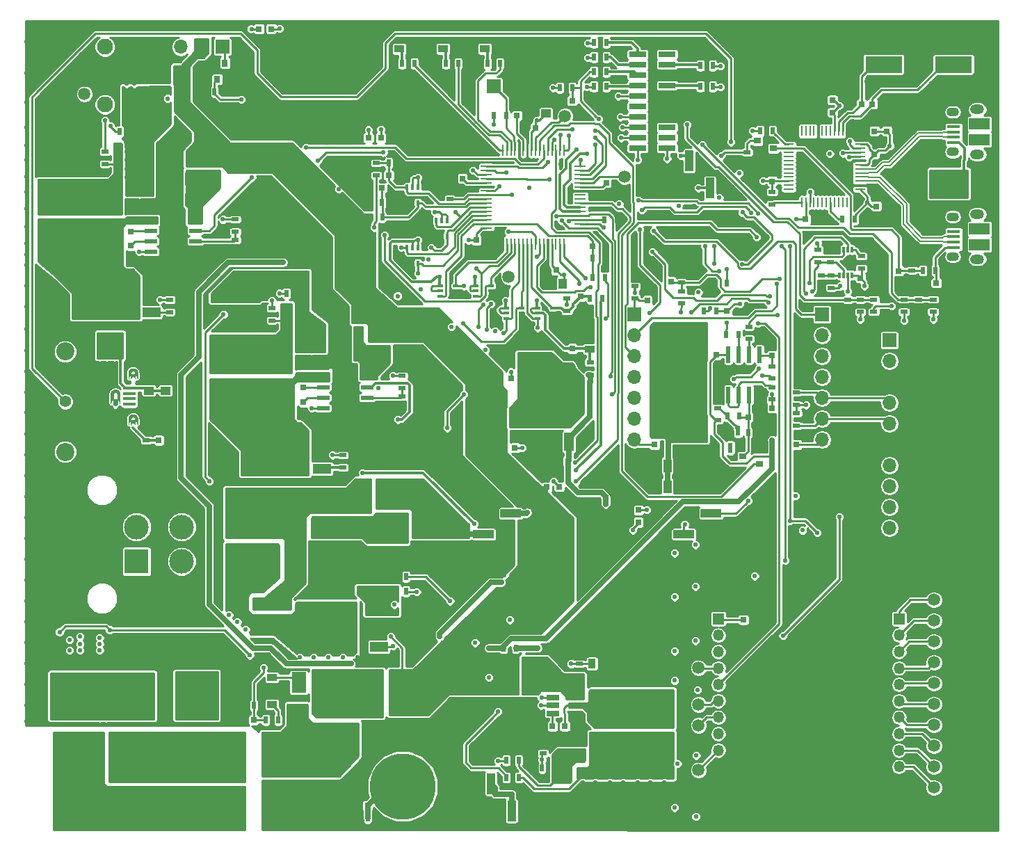
<source format=gbr>
G04 #@! TF.FileFunction,Copper,L1,Top,Signal*
%FSLAX46Y46*%
G04 Gerber Fmt 4.6, Leading zero omitted, Abs format (unit mm)*
G04 Created by KiCad (PCBNEW 4.0.7) date 11/24/18 14:58:44*
%MOMM*%
%LPD*%
G01*
G04 APERTURE LIST*
%ADD10C,0.100000*%
%ADD11C,0.000100*%
%ADD12C,0.001000*%
%ADD13C,0.558800*%
%ADD14R,0.900000X0.500000*%
%ADD15R,0.750000X0.800000*%
%ADD16R,1.650000X0.400000*%
%ADD17O,1.500000X1.100000*%
%ADD18O,1.700000X1.200000*%
%ADD19R,2.500000X1.430000*%
%ADD20R,1.600000X1.000000*%
%ADD21R,0.800000X0.750000*%
%ADD22R,1.250000X1.000000*%
%ADD23R,1.000000X1.600000*%
%ADD24R,1.000000X1.250000*%
%ADD25R,1.800000X2.500000*%
%ADD26R,1.200000X0.900000*%
%ADD27R,0.900000X1.200000*%
%ADD28R,4.860000X3.360000*%
%ADD29R,1.400000X1.390000*%
%ADD30R,3.500000X3.500000*%
%ADD31R,3.000000X3.000000*%
%ADD32C,3.000000*%
%ADD33R,1.350000X1.350000*%
%ADD34O,1.350000X1.350000*%
%ADD35R,1.700000X1.700000*%
%ADD36O,1.700000X1.700000*%
%ADD37R,2.100000X0.750000*%
%ADD38R,1.700000X2.400000*%
%ADD39R,10.000000X3.500000*%
%ADD40R,2.400000X1.700000*%
%ADD41R,6.000000X2.150000*%
%ADD42R,2.200000X1.200000*%
%ADD43R,6.400000X5.800000*%
%ADD44R,3.050000X2.750000*%
%ADD45R,0.900000X1.700000*%
%ADD46R,0.500000X0.900000*%
%ADD47R,0.700000X1.300000*%
%ADD48R,1.300000X0.700000*%
%ADD49R,1.200000X2.200000*%
%ADD50R,5.800000X6.400000*%
%ADD51R,2.750000X3.050000*%
%ADD52R,3.360000X4.860000*%
%ADD53R,1.390000X1.400000*%
%ADD54R,0.400000X0.650000*%
%ADD55R,0.650000X0.400000*%
%ADD56R,1.000000X2.510000*%
%ADD57R,2.510000X1.000000*%
%ADD58C,1.500000*%
%ADD59R,3.200000X2.700000*%
%ADD60C,1.498000*%
%ADD61C,1.950000*%
%ADD62C,1.400000*%
%ADD63C,2.200000*%
%ADD64R,1.500000X0.450000*%
%ADD65R,0.100000X0.100000*%
%ADD66R,1.300000X0.250000*%
%ADD67R,0.250000X1.300000*%
%ADD68R,1.473200X0.279400*%
%ADD69R,0.279400X1.473200*%
%ADD70C,8.000000*%
%ADD71R,4.500000X2.000000*%
%ADD72R,1.560000X0.650000*%
%ADD73R,1.550000X0.600000*%
%ADD74R,1.175000X3.400000*%
%ADD75R,0.900000X0.800000*%
%ADD76R,0.800000X0.900000*%
%ADD77R,0.600000X2.000000*%
%ADD78R,0.300000X0.800000*%
%ADD79R,0.600000X1.300000*%
%ADD80C,0.254000*%
%ADD81C,0.304800*%
%ADD82C,0.635000*%
%ADD83C,0.203200*%
G04 APERTURE END LIST*
D10*
X10870020Y-45932020D02*
X10870020Y-47032020D01*
X11970020Y-45932020D02*
X11970020Y-47032020D01*
D11*
G36*
X11970020Y-46482020D02*
X11970020Y-45912020D01*
X11970020Y-45882894D01*
X11963860Y-45824911D01*
X11951610Y-45767903D01*
X11933400Y-45712510D01*
X11909440Y-45659351D01*
X11879990Y-45609023D01*
X11845390Y-45562088D01*
X11806030Y-45519073D01*
X11762330Y-45480460D01*
X11714810Y-45446680D01*
X11663970Y-45418110D01*
X11610410Y-45395080D01*
X11554710Y-45377830D01*
X11497490Y-45366570D01*
X11439410Y-45361420D01*
X11381110Y-45362430D01*
X11323250Y-45369600D01*
X11266460Y-45382850D01*
X11211390Y-45402020D01*
X11158660Y-45426910D01*
X11108860Y-45457230D01*
X11062530Y-45492640D01*
X11020210Y-45532751D01*
X10982360Y-45577110D01*
X10949420Y-45625220D01*
X10921740Y-45676543D01*
X10899650Y-45730503D01*
X10883380Y-45786496D01*
X10873110Y-45843896D01*
X10868980Y-45902058D01*
X10870020Y-45932020D01*
X10870020Y-46492020D01*
X11170020Y-46492020D01*
X11170020Y-45932020D01*
X11170020Y-45918930D01*
X11172760Y-45892870D01*
X11178200Y-45867238D01*
X11186300Y-45842316D01*
X11196960Y-45818378D01*
X11210060Y-45795684D01*
X11225460Y-45774484D01*
X11242990Y-45755010D01*
X11262470Y-45737475D01*
X11283660Y-45722072D01*
X11306360Y-45708969D01*
X11330290Y-45698309D01*
X11355220Y-45690211D01*
X11380850Y-45684762D01*
X11406910Y-45682021D01*
X11433110Y-45682020D01*
X11459170Y-45684758D01*
X11484800Y-45690205D01*
X11509720Y-45698301D01*
X11533660Y-45708958D01*
X11556360Y-45722059D01*
X11577560Y-45737460D01*
X11597030Y-45754993D01*
X11614570Y-45774465D01*
X11629970Y-45795664D01*
X11643070Y-45818356D01*
X11653730Y-45842294D01*
X11661830Y-45867215D01*
X11667280Y-45892846D01*
X11670020Y-45918906D01*
X11670020Y-45932020D01*
X11670020Y-46482020D01*
X11970020Y-46482020D01*
G37*
X11970020Y-46482020D02*
X11970020Y-45912020D01*
X11970020Y-45882894D01*
X11963860Y-45824911D01*
X11951610Y-45767903D01*
X11933400Y-45712510D01*
X11909440Y-45659351D01*
X11879990Y-45609023D01*
X11845390Y-45562088D01*
X11806030Y-45519073D01*
X11762330Y-45480460D01*
X11714810Y-45446680D01*
X11663970Y-45418110D01*
X11610410Y-45395080D01*
X11554710Y-45377830D01*
X11497490Y-45366570D01*
X11439410Y-45361420D01*
X11381110Y-45362430D01*
X11323250Y-45369600D01*
X11266460Y-45382850D01*
X11211390Y-45402020D01*
X11158660Y-45426910D01*
X11108860Y-45457230D01*
X11062530Y-45492640D01*
X11020210Y-45532751D01*
X10982360Y-45577110D01*
X10949420Y-45625220D01*
X10921740Y-45676543D01*
X10899650Y-45730503D01*
X10883380Y-45786496D01*
X10873110Y-45843896D01*
X10868980Y-45902058D01*
X10870020Y-45932020D01*
X10870020Y-46492020D01*
X11170020Y-46492020D01*
X11170020Y-45932020D01*
X11170020Y-45918930D01*
X11172760Y-45892870D01*
X11178200Y-45867238D01*
X11186300Y-45842316D01*
X11196960Y-45818378D01*
X11210060Y-45795684D01*
X11225460Y-45774484D01*
X11242990Y-45755010D01*
X11262470Y-45737475D01*
X11283660Y-45722072D01*
X11306360Y-45708969D01*
X11330290Y-45698309D01*
X11355220Y-45690211D01*
X11380850Y-45684762D01*
X11406910Y-45682021D01*
X11433110Y-45682020D01*
X11459170Y-45684758D01*
X11484800Y-45690205D01*
X11509720Y-45698301D01*
X11533660Y-45708958D01*
X11556360Y-45722059D01*
X11577560Y-45737460D01*
X11597030Y-45754993D01*
X11614570Y-45774465D01*
X11629970Y-45795664D01*
X11643070Y-45818356D01*
X11653730Y-45842294D01*
X11661830Y-45867215D01*
X11667280Y-45892846D01*
X11670020Y-45918906D01*
X11670020Y-45932020D01*
X11670020Y-46482020D01*
X11970020Y-46482020D01*
G36*
X10870020Y-46482020D02*
X10870020Y-47052020D01*
X10870020Y-47023531D01*
X10875910Y-46966811D01*
X10887640Y-46911004D01*
X10905070Y-46856707D01*
X10928020Y-46804503D01*
X10956240Y-46754951D01*
X10989430Y-46708582D01*
X11027240Y-46665893D01*
X11069260Y-46627341D01*
X11115040Y-46593338D01*
X11164090Y-46564251D01*
X11215880Y-46540389D01*
X11269860Y-46522009D01*
X11325460Y-46509308D01*
X11382070Y-46502422D01*
X11439080Y-46501424D01*
X11495900Y-46506325D01*
X11551900Y-46517073D01*
X11606490Y-46533553D01*
X11659090Y-46555588D01*
X11709130Y-46582941D01*
X11756070Y-46615321D01*
X11799410Y-46652379D01*
X11838690Y-46693719D01*
X11873490Y-46738898D01*
X11903430Y-46787432D01*
X11928190Y-46838801D01*
X11947510Y-46892455D01*
X11961180Y-46947818D01*
X11969050Y-47004297D01*
X11970020Y-47032020D01*
X11970020Y-46472020D01*
X11670020Y-46472020D01*
X11670020Y-47032020D01*
X11670020Y-47045110D01*
X11667280Y-47071170D01*
X11661840Y-47096802D01*
X11653740Y-47121724D01*
X11643080Y-47145662D01*
X11629980Y-47168356D01*
X11614580Y-47189556D01*
X11597050Y-47209030D01*
X11577570Y-47226565D01*
X11556380Y-47241968D01*
X11533680Y-47255071D01*
X11509750Y-47265731D01*
X11484820Y-47273829D01*
X11459190Y-47279278D01*
X11433130Y-47282019D01*
X11406930Y-47282020D01*
X11380870Y-47279282D01*
X11355240Y-47273835D01*
X11330320Y-47265739D01*
X11306380Y-47255082D01*
X11283680Y-47241981D01*
X11262480Y-47226580D01*
X11243010Y-47209047D01*
X11225470Y-47189575D01*
X11210070Y-47168376D01*
X11196970Y-47145684D01*
X11186310Y-47121746D01*
X11178210Y-47096825D01*
X11172760Y-47071194D01*
X11170020Y-47045134D01*
X11170020Y-47032020D01*
X11170020Y-46482020D01*
X10870020Y-46482020D01*
G37*
X10870020Y-46482020D02*
X10870020Y-47052020D01*
X10870020Y-47023531D01*
X10875910Y-46966811D01*
X10887640Y-46911004D01*
X10905070Y-46856707D01*
X10928020Y-46804503D01*
X10956240Y-46754951D01*
X10989430Y-46708582D01*
X11027240Y-46665893D01*
X11069260Y-46627341D01*
X11115040Y-46593338D01*
X11164090Y-46564251D01*
X11215880Y-46540389D01*
X11269860Y-46522009D01*
X11325460Y-46509308D01*
X11382070Y-46502422D01*
X11439080Y-46501424D01*
X11495900Y-46506325D01*
X11551900Y-46517073D01*
X11606490Y-46533553D01*
X11659090Y-46555588D01*
X11709130Y-46582941D01*
X11756070Y-46615321D01*
X11799410Y-46652379D01*
X11838690Y-46693719D01*
X11873490Y-46738898D01*
X11903430Y-46787432D01*
X11928190Y-46838801D01*
X11947510Y-46892455D01*
X11961180Y-46947818D01*
X11969050Y-47004297D01*
X11970020Y-47032020D01*
X11970020Y-46472020D01*
X11670020Y-46472020D01*
X11670020Y-47032020D01*
X11670020Y-47045110D01*
X11667280Y-47071170D01*
X11661840Y-47096802D01*
X11653740Y-47121724D01*
X11643080Y-47145662D01*
X11629980Y-47168356D01*
X11614580Y-47189556D01*
X11597050Y-47209030D01*
X11577570Y-47226565D01*
X11556380Y-47241968D01*
X11533680Y-47255071D01*
X11509750Y-47265731D01*
X11484820Y-47273829D01*
X11459190Y-47279278D01*
X11433130Y-47282019D01*
X11406930Y-47282020D01*
X11380870Y-47279282D01*
X11355240Y-47273835D01*
X11330320Y-47265739D01*
X11306380Y-47255082D01*
X11283680Y-47241981D01*
X11262480Y-47226580D01*
X11243010Y-47209047D01*
X11225470Y-47189575D01*
X11210070Y-47168376D01*
X11196970Y-47145684D01*
X11186310Y-47121746D01*
X11178210Y-47096825D01*
X11172760Y-47071194D01*
X11170020Y-47045134D01*
X11170020Y-47032020D01*
X11170020Y-46482020D01*
X10870020Y-46482020D01*
D12*
G36*
X13820020Y-43682020D02*
X13820020Y-43332020D01*
X13820020Y-43318780D01*
X13817220Y-43292420D01*
X13811650Y-43266510D01*
X13803372Y-43241330D01*
X13792480Y-43217160D01*
X13779095Y-43194280D01*
X13763367Y-43172950D01*
X13745472Y-43153390D01*
X13725610Y-43135840D01*
X13704005Y-43120490D01*
X13680898Y-43107500D01*
X13656548Y-43097030D01*
X13631228Y-43089190D01*
X13605221Y-43084070D01*
X13578819Y-43081730D01*
X13552316Y-43082190D01*
X13526011Y-43085450D01*
X13500198Y-43091470D01*
X13475166Y-43100180D01*
X13451195Y-43111500D01*
X13428554Y-43125280D01*
X13407497Y-43141380D01*
X13388258Y-43159610D01*
X13371055Y-43179780D01*
X13356079Y-43201650D01*
X13343498Y-43224980D01*
X13333453Y-43249500D01*
X13326056Y-43274960D01*
X13321392Y-43301050D01*
X13319511Y-43327490D01*
X13320020Y-43342020D01*
X13320020Y-43682020D01*
X13020020Y-43682020D01*
X13020020Y-43332020D01*
X13020020Y-43303380D01*
X13025977Y-43246360D01*
X13037829Y-43190270D01*
X13055448Y-43135710D01*
X13078643Y-43083280D01*
X13107162Y-43033540D01*
X13140697Y-42987040D01*
X13178884Y-42944280D01*
X13221309Y-42905710D01*
X13267513Y-42871770D01*
X13316996Y-42842810D01*
X13369220Y-42819160D01*
X13423620Y-42801060D01*
X13479607Y-42788710D01*
X13536575Y-42782250D01*
X13593905Y-42781750D01*
X13650977Y-42787210D01*
X13707172Y-42798570D01*
X13761881Y-42815710D01*
X13814513Y-42838450D01*
X13864495Y-42866530D01*
X13911288Y-42899660D01*
X13954383Y-42937470D01*
X13993315Y-42979560D01*
X14027660Y-43025460D01*
X14057048Y-43074690D01*
X14081159Y-43126710D01*
X14099733Y-43180950D01*
X14112567Y-43236830D01*
X14119524Y-43293730D01*
X14120020Y-43322020D01*
X14120020Y-43682020D01*
X13820020Y-43682020D01*
G37*
X13820020Y-43682020D02*
X13820020Y-43332020D01*
X13820020Y-43318780D01*
X13817220Y-43292420D01*
X13811650Y-43266510D01*
X13803372Y-43241330D01*
X13792480Y-43217160D01*
X13779095Y-43194280D01*
X13763367Y-43172950D01*
X13745472Y-43153390D01*
X13725610Y-43135840D01*
X13704005Y-43120490D01*
X13680898Y-43107500D01*
X13656548Y-43097030D01*
X13631228Y-43089190D01*
X13605221Y-43084070D01*
X13578819Y-43081730D01*
X13552316Y-43082190D01*
X13526011Y-43085450D01*
X13500198Y-43091470D01*
X13475166Y-43100180D01*
X13451195Y-43111500D01*
X13428554Y-43125280D01*
X13407497Y-43141380D01*
X13388258Y-43159610D01*
X13371055Y-43179780D01*
X13356079Y-43201650D01*
X13343498Y-43224980D01*
X13333453Y-43249500D01*
X13326056Y-43274960D01*
X13321392Y-43301050D01*
X13319511Y-43327490D01*
X13320020Y-43342020D01*
X13320020Y-43682020D01*
X13020020Y-43682020D01*
X13020020Y-43332020D01*
X13020020Y-43303380D01*
X13025977Y-43246360D01*
X13037829Y-43190270D01*
X13055448Y-43135710D01*
X13078643Y-43083280D01*
X13107162Y-43033540D01*
X13140697Y-42987040D01*
X13178884Y-42944280D01*
X13221309Y-42905710D01*
X13267513Y-42871770D01*
X13316996Y-42842810D01*
X13369220Y-42819160D01*
X13423620Y-42801060D01*
X13479607Y-42788710D01*
X13536575Y-42782250D01*
X13593905Y-42781750D01*
X13650977Y-42787210D01*
X13707172Y-42798570D01*
X13761881Y-42815710D01*
X13814513Y-42838450D01*
X13864495Y-42866530D01*
X13911288Y-42899660D01*
X13954383Y-42937470D01*
X13993315Y-42979560D01*
X14027660Y-43025460D01*
X14057048Y-43074690D01*
X14081159Y-43126710D01*
X14099733Y-43180950D01*
X14112567Y-43236830D01*
X14119524Y-43293730D01*
X14120020Y-43322020D01*
X14120020Y-43682020D01*
X13820020Y-43682020D01*
G36*
X13320020Y-43682020D02*
X13320020Y-44032020D01*
X13320020Y-44019070D01*
X13322698Y-43993290D01*
X13328028Y-43967920D01*
X13335951Y-43943240D01*
X13346383Y-43919510D01*
X13359213Y-43896980D01*
X13374302Y-43875900D01*
X13391489Y-43856500D01*
X13410590Y-43838970D01*
X13431400Y-43823520D01*
X13453697Y-43810290D01*
X13477241Y-43799450D01*
X13501780Y-43791090D01*
X13527052Y-43785320D01*
X13552784Y-43782190D01*
X13578703Y-43781730D01*
X13604530Y-43783960D01*
X13629987Y-43788850D01*
X13654804Y-43796340D01*
X13678713Y-43806350D01*
X13701459Y-43818790D01*
X13722797Y-43833510D01*
X13742500Y-43850350D01*
X13760355Y-43869150D01*
X13776173Y-43889680D01*
X13789783Y-43911750D01*
X13801039Y-43935100D01*
X13809821Y-43959490D01*
X13816035Y-43984650D01*
X13819614Y-44010330D01*
X13820020Y-44022020D01*
X13820020Y-43682020D01*
X14120020Y-43682020D01*
X14120020Y-44032020D01*
X14120020Y-44003060D01*
X14113929Y-43945410D01*
X14101813Y-43888710D01*
X14083804Y-43833610D01*
X14060103Y-43780700D01*
X14030973Y-43730570D01*
X13996735Y-43683790D01*
X13957770Y-43640860D01*
X13914509Y-43602270D01*
X13867431Y-43568440D01*
X13817057Y-43539740D01*
X13763947Y-43516500D01*
X13708687Y-43498960D01*
X13651891Y-43487340D01*
X13594187Y-43481740D01*
X13536215Y-43482250D01*
X13478617Y-43488840D01*
X13422032Y-43501450D01*
X13367085Y-43519940D01*
X13314386Y-43544100D01*
X13264518Y-43573670D01*
X13218034Y-43608310D01*
X13175449Y-43647650D01*
X13137234Y-43691250D01*
X13103814Y-43738620D01*
X13075558Y-43789240D01*
X13052779Y-43842550D01*
X13035729Y-43897960D01*
X13024598Y-43954860D01*
X13019509Y-44012610D01*
X13020020Y-44042020D01*
X13020020Y-43682020D01*
X13320020Y-43682020D01*
G37*
X13320020Y-43682020D02*
X13320020Y-44032020D01*
X13320020Y-44019070D01*
X13322698Y-43993290D01*
X13328028Y-43967920D01*
X13335951Y-43943240D01*
X13346383Y-43919510D01*
X13359213Y-43896980D01*
X13374302Y-43875900D01*
X13391489Y-43856500D01*
X13410590Y-43838970D01*
X13431400Y-43823520D01*
X13453697Y-43810290D01*
X13477241Y-43799450D01*
X13501780Y-43791090D01*
X13527052Y-43785320D01*
X13552784Y-43782190D01*
X13578703Y-43781730D01*
X13604530Y-43783960D01*
X13629987Y-43788850D01*
X13654804Y-43796340D01*
X13678713Y-43806350D01*
X13701459Y-43818790D01*
X13722797Y-43833510D01*
X13742500Y-43850350D01*
X13760355Y-43869150D01*
X13776173Y-43889680D01*
X13789783Y-43911750D01*
X13801039Y-43935100D01*
X13809821Y-43959490D01*
X13816035Y-43984650D01*
X13819614Y-44010330D01*
X13820020Y-44022020D01*
X13820020Y-43682020D01*
X14120020Y-43682020D01*
X14120020Y-44032020D01*
X14120020Y-44003060D01*
X14113929Y-43945410D01*
X14101813Y-43888710D01*
X14083804Y-43833610D01*
X14060103Y-43780700D01*
X14030973Y-43730570D01*
X13996735Y-43683790D01*
X13957770Y-43640860D01*
X13914509Y-43602270D01*
X13867431Y-43568440D01*
X13817057Y-43539740D01*
X13763947Y-43516500D01*
X13708687Y-43498960D01*
X13651891Y-43487340D01*
X13594187Y-43481740D01*
X13536215Y-43482250D01*
X13478617Y-43488840D01*
X13422032Y-43501450D01*
X13367085Y-43519940D01*
X13314386Y-43544100D01*
X13264518Y-43573670D01*
X13218034Y-43608310D01*
X13175449Y-43647650D01*
X13137234Y-43691250D01*
X13103814Y-43738620D01*
X13075558Y-43789240D01*
X13052779Y-43842550D01*
X13035729Y-43897960D01*
X13024598Y-43954860D01*
X13019509Y-44012610D01*
X13020020Y-44042020D01*
X13020020Y-43682020D01*
X13320020Y-43682020D01*
G36*
X13820020Y-49282020D02*
X13820020Y-48932020D01*
X13820020Y-48918780D01*
X13817220Y-48892420D01*
X13811650Y-48866510D01*
X13803372Y-48841330D01*
X13792480Y-48817160D01*
X13779095Y-48794280D01*
X13763367Y-48772950D01*
X13745472Y-48753390D01*
X13725610Y-48735840D01*
X13704005Y-48720490D01*
X13680898Y-48707500D01*
X13656548Y-48697030D01*
X13631228Y-48689190D01*
X13605221Y-48684070D01*
X13578819Y-48681730D01*
X13552316Y-48682190D01*
X13526011Y-48685450D01*
X13500198Y-48691470D01*
X13475166Y-48700180D01*
X13451195Y-48711500D01*
X13428554Y-48725280D01*
X13407497Y-48741380D01*
X13388258Y-48759610D01*
X13371055Y-48779780D01*
X13356079Y-48801650D01*
X13343498Y-48824980D01*
X13333453Y-48849500D01*
X13326056Y-48874960D01*
X13321392Y-48901050D01*
X13319511Y-48927490D01*
X13320020Y-48942020D01*
X13320020Y-49282020D01*
X13020020Y-49282020D01*
X13020020Y-48932020D01*
X13020020Y-48903380D01*
X13025977Y-48846360D01*
X13037829Y-48790270D01*
X13055448Y-48735710D01*
X13078643Y-48683280D01*
X13107162Y-48633540D01*
X13140697Y-48587040D01*
X13178884Y-48544280D01*
X13221309Y-48505710D01*
X13267513Y-48471770D01*
X13316996Y-48442810D01*
X13369220Y-48419160D01*
X13423620Y-48401060D01*
X13479607Y-48388710D01*
X13536575Y-48382250D01*
X13593905Y-48381750D01*
X13650977Y-48387210D01*
X13707172Y-48398570D01*
X13761881Y-48415710D01*
X13814513Y-48438450D01*
X13864495Y-48466530D01*
X13911288Y-48499660D01*
X13954383Y-48537470D01*
X13993315Y-48579560D01*
X14027660Y-48625460D01*
X14057048Y-48674690D01*
X14081159Y-48726710D01*
X14099733Y-48780950D01*
X14112567Y-48836830D01*
X14119524Y-48893730D01*
X14120020Y-48922020D01*
X14120020Y-49282020D01*
X13820020Y-49282020D01*
G37*
X13820020Y-49282020D02*
X13820020Y-48932020D01*
X13820020Y-48918780D01*
X13817220Y-48892420D01*
X13811650Y-48866510D01*
X13803372Y-48841330D01*
X13792480Y-48817160D01*
X13779095Y-48794280D01*
X13763367Y-48772950D01*
X13745472Y-48753390D01*
X13725610Y-48735840D01*
X13704005Y-48720490D01*
X13680898Y-48707500D01*
X13656548Y-48697030D01*
X13631228Y-48689190D01*
X13605221Y-48684070D01*
X13578819Y-48681730D01*
X13552316Y-48682190D01*
X13526011Y-48685450D01*
X13500198Y-48691470D01*
X13475166Y-48700180D01*
X13451195Y-48711500D01*
X13428554Y-48725280D01*
X13407497Y-48741380D01*
X13388258Y-48759610D01*
X13371055Y-48779780D01*
X13356079Y-48801650D01*
X13343498Y-48824980D01*
X13333453Y-48849500D01*
X13326056Y-48874960D01*
X13321392Y-48901050D01*
X13319511Y-48927490D01*
X13320020Y-48942020D01*
X13320020Y-49282020D01*
X13020020Y-49282020D01*
X13020020Y-48932020D01*
X13020020Y-48903380D01*
X13025977Y-48846360D01*
X13037829Y-48790270D01*
X13055448Y-48735710D01*
X13078643Y-48683280D01*
X13107162Y-48633540D01*
X13140697Y-48587040D01*
X13178884Y-48544280D01*
X13221309Y-48505710D01*
X13267513Y-48471770D01*
X13316996Y-48442810D01*
X13369220Y-48419160D01*
X13423620Y-48401060D01*
X13479607Y-48388710D01*
X13536575Y-48382250D01*
X13593905Y-48381750D01*
X13650977Y-48387210D01*
X13707172Y-48398570D01*
X13761881Y-48415710D01*
X13814513Y-48438450D01*
X13864495Y-48466530D01*
X13911288Y-48499660D01*
X13954383Y-48537470D01*
X13993315Y-48579560D01*
X14027660Y-48625460D01*
X14057048Y-48674690D01*
X14081159Y-48726710D01*
X14099733Y-48780950D01*
X14112567Y-48836830D01*
X14119524Y-48893730D01*
X14120020Y-48922020D01*
X14120020Y-49282020D01*
X13820020Y-49282020D01*
G36*
X13320020Y-49282020D02*
X13320020Y-49632020D01*
X13320020Y-49619070D01*
X13322698Y-49593290D01*
X13328028Y-49567920D01*
X13335951Y-49543240D01*
X13346383Y-49519510D01*
X13359213Y-49496980D01*
X13374302Y-49475900D01*
X13391489Y-49456500D01*
X13410590Y-49438970D01*
X13431400Y-49423520D01*
X13453697Y-49410290D01*
X13477241Y-49399450D01*
X13501780Y-49391090D01*
X13527052Y-49385320D01*
X13552784Y-49382190D01*
X13578703Y-49381730D01*
X13604530Y-49383960D01*
X13629987Y-49388850D01*
X13654804Y-49396340D01*
X13678713Y-49406350D01*
X13701459Y-49418790D01*
X13722797Y-49433510D01*
X13742500Y-49450350D01*
X13760355Y-49469150D01*
X13776173Y-49489680D01*
X13789783Y-49511750D01*
X13801039Y-49535100D01*
X13809821Y-49559490D01*
X13816035Y-49584650D01*
X13819614Y-49610330D01*
X13820020Y-49622020D01*
X13820020Y-49282020D01*
X14120020Y-49282020D01*
X14120020Y-49632020D01*
X14120020Y-49603060D01*
X14113929Y-49545410D01*
X14101813Y-49488710D01*
X14083804Y-49433610D01*
X14060103Y-49380700D01*
X14030973Y-49330570D01*
X13996735Y-49283790D01*
X13957770Y-49240860D01*
X13914509Y-49202270D01*
X13867431Y-49168440D01*
X13817057Y-49139740D01*
X13763947Y-49116500D01*
X13708687Y-49098960D01*
X13651891Y-49087340D01*
X13594187Y-49081740D01*
X13536215Y-49082250D01*
X13478617Y-49088840D01*
X13422032Y-49101450D01*
X13367085Y-49119940D01*
X13314386Y-49144100D01*
X13264518Y-49173670D01*
X13218034Y-49208310D01*
X13175449Y-49247650D01*
X13137234Y-49291250D01*
X13103814Y-49338620D01*
X13075558Y-49389240D01*
X13052779Y-49442550D01*
X13035729Y-49497960D01*
X13024598Y-49554860D01*
X13019509Y-49612610D01*
X13020020Y-49642020D01*
X13020020Y-49282020D01*
X13320020Y-49282020D01*
G37*
X13320020Y-49282020D02*
X13320020Y-49632020D01*
X13320020Y-49619070D01*
X13322698Y-49593290D01*
X13328028Y-49567920D01*
X13335951Y-49543240D01*
X13346383Y-49519510D01*
X13359213Y-49496980D01*
X13374302Y-49475900D01*
X13391489Y-49456500D01*
X13410590Y-49438970D01*
X13431400Y-49423520D01*
X13453697Y-49410290D01*
X13477241Y-49399450D01*
X13501780Y-49391090D01*
X13527052Y-49385320D01*
X13552784Y-49382190D01*
X13578703Y-49381730D01*
X13604530Y-49383960D01*
X13629987Y-49388850D01*
X13654804Y-49396340D01*
X13678713Y-49406350D01*
X13701459Y-49418790D01*
X13722797Y-49433510D01*
X13742500Y-49450350D01*
X13760355Y-49469150D01*
X13776173Y-49489680D01*
X13789783Y-49511750D01*
X13801039Y-49535100D01*
X13809821Y-49559490D01*
X13816035Y-49584650D01*
X13819614Y-49610330D01*
X13820020Y-49622020D01*
X13820020Y-49282020D01*
X14120020Y-49282020D01*
X14120020Y-49632020D01*
X14120020Y-49603060D01*
X14113929Y-49545410D01*
X14101813Y-49488710D01*
X14083804Y-49433610D01*
X14060103Y-49380700D01*
X14030973Y-49330570D01*
X13996735Y-49283790D01*
X13957770Y-49240860D01*
X13914509Y-49202270D01*
X13867431Y-49168440D01*
X13817057Y-49139740D01*
X13763947Y-49116500D01*
X13708687Y-49098960D01*
X13651891Y-49087340D01*
X13594187Y-49081740D01*
X13536215Y-49082250D01*
X13478617Y-49088840D01*
X13422032Y-49101450D01*
X13367085Y-49119940D01*
X13314386Y-49144100D01*
X13264518Y-49173670D01*
X13218034Y-49208310D01*
X13175449Y-49247650D01*
X13137234Y-49291250D01*
X13103814Y-49338620D01*
X13075558Y-49389240D01*
X13052779Y-49442550D01*
X13035729Y-49497960D01*
X13024598Y-49554860D01*
X13019509Y-49612610D01*
X13020020Y-49642020D01*
X13020020Y-49282020D01*
X13320020Y-49282020D01*
D13*
X64008020Y-55753020D03*
X65405020Y-55753020D03*
X48895020Y-60452020D03*
X49911020Y-60452020D03*
X50927020Y-60452020D03*
X51943020Y-60452020D03*
X52324020Y-61214020D03*
X51435020Y-61214020D03*
X50419020Y-61214020D03*
X49403020Y-61214020D03*
X48260020Y-61214020D03*
X44450020Y-62865020D03*
X44450020Y-61976020D03*
X44450020Y-60706020D03*
X45593020Y-60706020D03*
X46228020Y-61214020D03*
X44958020Y-61214020D03*
X43815020Y-61214020D03*
X42545020Y-63500020D03*
X43815020Y-63500020D03*
X45212020Y-63500020D03*
X46609020Y-63500020D03*
X45593020Y-28829020D03*
X70231020Y-55880020D03*
X67437020Y-58928020D03*
X49657020Y-13335020D03*
X12065020Y-52959020D03*
X20066020Y-69977020D03*
X4699020Y-71247020D03*
X4318020Y-67056020D03*
X3302020Y-56007020D03*
X635020Y-85725020D03*
X635020Y-83820020D03*
X635020Y-81280020D03*
X635020Y-78740020D03*
X635020Y-76200020D03*
X635020Y-73660020D03*
X635020Y-71120020D03*
X635020Y-68580020D03*
X635020Y-66040020D03*
X635020Y-63500020D03*
X635020Y-60960020D03*
X635020Y-58420020D03*
X635020Y-55880020D03*
X635020Y-53340020D03*
X635020Y-50800020D03*
X635020Y-48133020D03*
X635020Y-45720020D03*
X635020Y-43180020D03*
X635020Y-40640020D03*
X635020Y-37973020D03*
X635020Y-35306020D03*
X635020Y-32766020D03*
X87122020Y-27686020D03*
X68961020Y-50292020D03*
X58674020Y-40132020D03*
X52324020Y-37719020D03*
X46863020Y-41402020D03*
X113665020Y-18923020D03*
X113665020Y-20193020D03*
X112395020Y-20193020D03*
X112395020Y-18923020D03*
X111125020Y-18923020D03*
X111125020Y-20193020D03*
X112395020Y-21590020D03*
X113665020Y-21590020D03*
X111125020Y-21590020D03*
X21336020Y-84709020D03*
X21336020Y-80391020D03*
X19177020Y-82677020D03*
X23241020Y-82677020D03*
X21336020Y-82618020D03*
X9525020Y-41402020D03*
X10414020Y-41402020D03*
X11303020Y-41402020D03*
X12065020Y-41402020D03*
X12065020Y-40513020D03*
X11303020Y-40513020D03*
X10414020Y-40513020D03*
X9525020Y-40513020D03*
X12065020Y-39624020D03*
X11303020Y-39624020D03*
X10414020Y-39624020D03*
X9525020Y-39624020D03*
X11303020Y-38735020D03*
X12065020Y-38735020D03*
X10414020Y-38735020D03*
X9525020Y-38735020D03*
X14986020Y-14351020D03*
X15621020Y-15240020D03*
X14478020Y-15240020D03*
X15621020Y-16510020D03*
X14478020Y-16510020D03*
X14478020Y-18034020D03*
X15621020Y-18034020D03*
X15621020Y-19558020D03*
X14224020Y-19558020D03*
X12827020Y-19558020D03*
X12827020Y-18542020D03*
X12827020Y-17399020D03*
X12827020Y-16383020D03*
X12700020Y-15240020D03*
X12700020Y-14351020D03*
X33782020Y-38608020D03*
X34671020Y-38608020D03*
X35687020Y-38608020D03*
X36703020Y-38608020D03*
X36703020Y-37719020D03*
X35687020Y-37719020D03*
X34798020Y-37719020D03*
X34671020Y-36576020D03*
X34544020Y-34417020D03*
X34544020Y-33655020D03*
X34544020Y-32766020D03*
X76200020Y-73406020D03*
X70358020Y-76962020D03*
X67564020Y-74676020D03*
X72390020Y-69596020D03*
X76708020Y-65024020D03*
X70866020Y-64008020D03*
X68326020Y-68580020D03*
X107950020Y-12446020D03*
X107950020Y-19050020D03*
X113030020Y-37084020D03*
X112522020Y-44450020D03*
X112522020Y-53848020D03*
X112268020Y-64516020D03*
X103886020Y-68580020D03*
X98044020Y-74168020D03*
X100330020Y-80518020D03*
X91694020Y-80518020D03*
X100076020Y-89916020D03*
X91948020Y-89916020D03*
X37592020Y-98806020D03*
X42926020Y-98552020D03*
X47244020Y-98552020D03*
X51816020Y-98552020D03*
X57912020Y-98552020D03*
X62230020Y-98806020D03*
X66294020Y-98806020D03*
X70612020Y-98806020D03*
X74676020Y-98806020D03*
X78740020Y-98806020D03*
X81026020Y-98806020D03*
X85344020Y-98806020D03*
X89154020Y-98806020D03*
X94742020Y-98806020D03*
X99568020Y-98806020D03*
X104648020Y-98806020D03*
X109220020Y-98806020D03*
X114046020Y-98806020D03*
X118618020Y-98806020D03*
X118618020Y-93726020D03*
X118618020Y-89154020D03*
X118618020Y-84074020D03*
X118618020Y-79502020D03*
X118618020Y-75438020D03*
X118618020Y-71628020D03*
X118618020Y-67564020D03*
X118618020Y-63500020D03*
X118618020Y-59690020D03*
X118618020Y-55626020D03*
X118618020Y-51816020D03*
X118618020Y-48006020D03*
X118618020Y-44450020D03*
X118618020Y-41148020D03*
X118618020Y-37084020D03*
X118618020Y-33274020D03*
X118618020Y-30226020D03*
X118618020Y-23114020D03*
X118618020Y-17526020D03*
X118618020Y-10668020D03*
X105410020Y-7874020D03*
X102870020Y-7874020D03*
X101854020Y-5842020D03*
X105410020Y-4064020D03*
X107696020Y-5842020D03*
X110744020Y-5842020D03*
X113792020Y-4318020D03*
X116332020Y-5842020D03*
X114808020Y-7366020D03*
X118618020Y-7620020D03*
X118618020Y-5080020D03*
X118618020Y-2540020D03*
X115570020Y-762020D03*
X111760020Y-762020D03*
X107696020Y-762020D03*
X102870020Y-762020D03*
X98806020Y-762020D03*
X94996020Y-762020D03*
X90932020Y-762020D03*
X86868020Y-762020D03*
X83058020Y-762020D03*
X79248020Y-762020D03*
X75438020Y-762020D03*
X71882020Y-762020D03*
X68072020Y-762020D03*
X64262020Y-762020D03*
X60960020Y-762020D03*
X57150020Y-762020D03*
X52832020Y-762020D03*
X49276020Y-762020D03*
X45212020Y-762020D03*
X41148020Y-762020D03*
X36830020Y-762020D03*
X32512020Y-762020D03*
X26416020Y-762020D03*
X22860020Y-762020D03*
X19050020Y-762020D03*
X15494020Y-762020D03*
X11938020Y-762020D03*
X7874020Y-762020D03*
X3556020Y-762020D03*
X635020Y-3048020D03*
X635020Y-6858020D03*
X635020Y-10414020D03*
X635020Y-13462020D03*
X44323020Y-58133000D03*
X46990020Y-58133000D03*
X45687000Y-58133000D03*
X9525020Y-31369020D03*
X9525020Y-35687020D03*
X7239020Y-33655020D03*
X11557020Y-33655020D03*
X9525020Y-33655020D03*
X30226020Y-50673020D03*
X30226020Y-54737020D03*
X28067020Y-52705020D03*
X32385020Y-52705020D03*
X30285020Y-52705020D03*
X56515020Y-88519020D03*
X60198020Y-87757020D03*
X59944020Y-89154020D03*
X66167020Y-79375020D03*
X65278020Y-78232020D03*
X64008020Y-77216020D03*
X69215020Y-81280020D03*
X70612020Y-81153020D03*
X71882020Y-81153020D03*
X73406020Y-81153020D03*
X75184020Y-81153020D03*
X76962020Y-81153020D03*
X78613020Y-81153020D03*
X80010020Y-91821020D03*
X80010020Y-93218020D03*
X78232020Y-93218020D03*
X76581020Y-93218020D03*
X75057020Y-93218020D03*
X73279020Y-93218020D03*
X71628020Y-93218020D03*
X69850020Y-93218020D03*
X68326020Y-93218020D03*
X67437020Y-94361020D03*
X66040020Y-94742020D03*
X64262020Y-94742020D03*
X62611020Y-94742020D03*
X39370020Y-42672020D03*
X39370020Y-48768020D03*
X40005020Y-45720020D03*
X38862020Y-45720020D03*
X96901020Y-27559020D03*
X99695020Y-32766020D03*
X102616020Y-32766020D03*
X60833020Y-44450020D03*
X60833020Y-43434020D03*
X61087020Y-42672020D03*
X60833020Y-41910020D03*
X61468020Y-41275020D03*
X62103020Y-41783020D03*
X62865020Y-41275020D03*
X63627020Y-41783020D03*
X64262020Y-41275020D03*
X64897020Y-41783020D03*
X67818020Y-44069020D03*
X67818020Y-45339020D03*
X67818020Y-46609020D03*
X67818020Y-47879020D03*
X61087020Y-49149020D03*
X62230020Y-49149020D03*
X64008020Y-49149020D03*
X65151020Y-49149020D03*
X66421020Y-49149020D03*
X64389020Y-43434020D03*
X64389020Y-47498020D03*
X62357020Y-45466020D03*
X66167020Y-45466020D03*
X64357347Y-45446195D03*
X78105020Y-40513020D03*
X80137020Y-38608020D03*
X80137020Y-42418020D03*
X82169020Y-40513020D03*
X80152020Y-40512020D03*
X78105020Y-44958020D03*
X78105020Y-43942020D03*
X79756020Y-43942020D03*
X79756020Y-44958020D03*
X81407020Y-44958020D03*
X81407020Y-43942020D03*
X82931020Y-43942020D03*
X82931020Y-44958020D03*
X80391020Y-46609020D03*
X80391020Y-50292020D03*
X78232020Y-48387020D03*
X82550020Y-48387020D03*
X80391020Y-48387020D03*
X10287020Y-85344020D03*
X9525020Y-85344020D03*
X10287020Y-84455020D03*
X9525020Y-84455020D03*
X10287020Y-83439020D03*
X9525020Y-83439020D03*
X10287020Y-82423020D03*
X9525020Y-82423020D03*
X10287020Y-81280020D03*
X9525020Y-81280020D03*
X10287020Y-80264020D03*
X9525020Y-80264020D03*
X6096020Y-84709020D03*
X6096020Y-80391020D03*
X4064020Y-82618020D03*
X8001020Y-82618020D03*
X6096020Y-82618020D03*
X11557020Y-82677020D03*
X15621020Y-82677020D03*
X13650000Y-84836020D03*
X13650000Y-80518020D03*
X13650000Y-82618020D03*
X37211020Y-72390020D03*
X35052020Y-74422020D03*
X39370020Y-74422020D03*
X37237000Y-76581020D03*
X37237000Y-74389000D03*
X38956000Y-81153020D03*
X38956000Y-84201020D03*
X38956000Y-82644000D03*
X5842020Y-75819020D03*
X5842020Y-77089020D03*
X7112020Y-77089020D03*
X7112020Y-76327020D03*
X7112020Y-75438020D03*
X9525020Y-75565020D03*
X9525020Y-76327020D03*
X9525020Y-77089020D03*
X24892020Y-17780020D03*
X24892020Y-16637020D03*
X24638020Y-15621020D03*
X23495020Y-15748020D03*
X22479020Y-15748020D03*
X21336020Y-15748020D03*
X19558020Y-9398020D03*
X20066020Y-8509020D03*
X18923020Y-8509020D03*
X48641020Y-80518020D03*
X54483020Y-74168020D03*
X65659020Y-68961020D03*
X64897020Y-61468020D03*
X62230020Y-58547020D03*
X56515020Y-49530020D03*
X57404020Y-53594020D03*
X57404020Y-45212020D03*
X53975020Y-42291020D03*
X51689020Y-41148020D03*
X48514020Y-37973020D03*
X27178020Y-17272020D03*
X32385020Y-17526020D03*
X34798020Y-21590020D03*
X39497020Y-25273020D03*
X41021020Y-34036020D03*
X40386020Y-34671020D03*
X41148020Y-34925020D03*
X44323020Y-36830020D03*
X45212020Y-36957020D03*
X45593020Y-38100020D03*
X45466020Y-38989020D03*
X43434020Y-45212020D03*
X63881020Y-58293020D03*
X61722020Y-62484020D03*
X60706020Y-62484020D03*
X61214020Y-63119020D03*
X62357020Y-63119020D03*
X61722020Y-63754020D03*
X60706020Y-63754020D03*
X61214020Y-64516020D03*
X62357020Y-64516020D03*
X61722020Y-65405020D03*
X60706020Y-65405020D03*
X57785020Y-78740020D03*
X57785020Y-79883020D03*
X57912020Y-81026020D03*
X57912020Y-82042020D03*
X46863020Y-80772020D03*
X46863020Y-82677020D03*
X47244020Y-83820020D03*
X26797020Y-7620020D03*
X84582020Y-43815020D03*
X90805020Y-38481020D03*
X91440020Y-50165020D03*
X89281020Y-47625020D03*
X89281020Y-51562020D03*
X86614020Y-53721020D03*
X84582020Y-53721020D03*
X83566020Y-53721020D03*
X82677020Y-53721020D03*
X80264020Y-53594020D03*
X80264020Y-52451020D03*
X80645020Y-54610020D03*
X80645020Y-56769020D03*
X80645020Y-57658020D03*
X98552020Y-27559020D03*
X97409020Y-32258020D03*
X103632020Y-32766020D03*
X110490020Y-31623020D03*
X117729020Y-21844020D03*
X117729020Y-20828020D03*
X117729020Y-19812020D03*
X117729020Y-18923020D03*
X59817020Y-3937020D03*
X54737020Y-3937020D03*
X49403020Y-3937020D03*
X13716020Y-8128020D03*
X12827020Y-8128020D03*
X14097020Y-7366020D03*
X13208020Y-7366020D03*
X12319020Y-7366020D03*
X2286020Y-15113020D03*
X635020Y-15621020D03*
X635020Y-17399020D03*
X635020Y-19431020D03*
X635020Y-21336020D03*
X635020Y-23368020D03*
X635020Y-25527020D03*
X635020Y-27559020D03*
X635020Y-28956020D03*
X635020Y-30226020D03*
X19431020Y-32766020D03*
X19431020Y-34417020D03*
X19431020Y-35941020D03*
X19431020Y-37338020D03*
X18034020Y-37338020D03*
X16510020Y-37338020D03*
X15240020Y-37338020D03*
X13970020Y-37338020D03*
X12446020Y-37338020D03*
X10922020Y-37338020D03*
X9652020Y-37338020D03*
X5461020Y-36195020D03*
X5461020Y-35179020D03*
X5461020Y-33909020D03*
X4572020Y-32893020D03*
X3683020Y-32131020D03*
X2921020Y-31496020D03*
X17526020Y-15748020D03*
X18542020Y-16764020D03*
X18542020Y-17653020D03*
X18415020Y-19304020D03*
X18415020Y-20193020D03*
X16510020Y-22479020D03*
X16637020Y-23622020D03*
X15748020Y-23622020D03*
X14859020Y-23622020D03*
X13716020Y-23622020D03*
X12954020Y-23622020D03*
X18415020Y-22860020D03*
X18415020Y-22098020D03*
X18415020Y-23622020D03*
X19050020Y-26670020D03*
X17780020Y-26670020D03*
X18415020Y-29718020D03*
X24638020Y-28702020D03*
X21463020Y-29591020D03*
X20320020Y-29591020D03*
X16383020Y-29718020D03*
X15113020Y-29718020D03*
X12954020Y-30099020D03*
X19050020Y-30607020D03*
X17907020Y-30607020D03*
X17907020Y-31623020D03*
X17907020Y-32512020D03*
X16891020Y-32512020D03*
X15875020Y-32512020D03*
X9144020Y-64008020D03*
X8255020Y-64008020D03*
X7493020Y-63881020D03*
X6985020Y-63373020D03*
X7493020Y-62865020D03*
X6985020Y-62103020D03*
X7493020Y-61595020D03*
X8001020Y-62103020D03*
X8509020Y-61595020D03*
X9017020Y-62103020D03*
X9525020Y-61595020D03*
X51181020Y-44704020D03*
X29464020Y-36830020D03*
X28321020Y-35560020D03*
X26924020Y-35687020D03*
X25781020Y-36830020D03*
X38862020Y-34798020D03*
X37973020Y-34798020D03*
X39116020Y-35814020D03*
X39116020Y-36830020D03*
X39116020Y-38227020D03*
X39116020Y-39116020D03*
X39878020Y-41783020D03*
X39116020Y-41783020D03*
X37465020Y-42418020D03*
X36576020Y-42672020D03*
X35814020Y-42672020D03*
X34671020Y-42672020D03*
X33909020Y-42672020D03*
X39116020Y-56515020D03*
X37592020Y-56515020D03*
X35941020Y-56515020D03*
X34417020Y-56515020D03*
X32893020Y-56515020D03*
X31369020Y-56515020D03*
X30099020Y-56515020D03*
X24130020Y-56769020D03*
X25146020Y-56515020D03*
X26797020Y-56515020D03*
X28321020Y-56515020D03*
X44831020Y-77978020D03*
X43561020Y-77978020D03*
X42164020Y-77978020D03*
X40894020Y-77978020D03*
X39116020Y-77978020D03*
X37338020Y-77978020D03*
X35560020Y-77978020D03*
X33909020Y-77978020D03*
X32766020Y-77851020D03*
X31750020Y-76962020D03*
X30988020Y-76200020D03*
X29972020Y-75946020D03*
X28829020Y-75946020D03*
X27305020Y-74549020D03*
X26289020Y-73660020D03*
X25273020Y-72771020D03*
X24257020Y-71755020D03*
X24003020Y-70358020D03*
X24003020Y-68199020D03*
X24003020Y-66421020D03*
X24003020Y-64643020D03*
X24003020Y-63119020D03*
X34671020Y-70358020D03*
X36068020Y-70358020D03*
X37973020Y-70358020D03*
X39624020Y-70358020D03*
X39624020Y-68961020D03*
X40132020Y-67310020D03*
X39116020Y-67310020D03*
X37846020Y-67310020D03*
X41656020Y-68707020D03*
X43561020Y-68707020D03*
X41910020Y-66548020D03*
X42926020Y-66548020D03*
X43942020Y-66548020D03*
X45085020Y-66548020D03*
X46228020Y-66548020D03*
X47244020Y-66548020D03*
X48260020Y-66294020D03*
X51689020Y-66294020D03*
X50800020Y-66294020D03*
X53086020Y-66294020D03*
X54102020Y-66294020D03*
X54991020Y-66421020D03*
X54991020Y-65278020D03*
X47244020Y-86868020D03*
X45974020Y-87757020D03*
X42037020Y-87757020D03*
X54229020Y-57785020D03*
X54229020Y-58928020D03*
X55626020Y-58928020D03*
X56769020Y-58928020D03*
X57912020Y-58928020D03*
X64008020Y-54102020D03*
X53086020Y-48768020D03*
X53213020Y-51435020D03*
X50673020Y-48514020D03*
X49022020Y-48641020D03*
X42799020Y-48514020D03*
X41529020Y-48641020D03*
X39751020Y-52070020D03*
X38735020Y-52070020D03*
X39751020Y-50927020D03*
X38735020Y-50927020D03*
X40005020Y-49657020D03*
X38735020Y-49657020D03*
X37084020Y-51562020D03*
X37211020Y-49149020D03*
X36195020Y-49149020D03*
X14859020Y-48554437D03*
X22098020Y-60198020D03*
X23749020Y-60833020D03*
X23495020Y-58928020D03*
X22860020Y-58420020D03*
X23368020Y-57658020D03*
X22352020Y-57658020D03*
X48387020Y-77851020D03*
X53340020Y-67437020D03*
X59436020Y-73406020D03*
X55245020Y-76200020D03*
X56896020Y-80391020D03*
X73914020Y-78740020D03*
X67437020Y-85598020D03*
X68326020Y-86741020D03*
X67310020Y-86741020D03*
X64897020Y-87376020D03*
X64897020Y-88392020D03*
X62357020Y-88138020D03*
X63119020Y-85725020D03*
X60325020Y-86106020D03*
X59055020Y-86106020D03*
X58039020Y-86106020D03*
X55245020Y-86106020D03*
X56007020Y-97409020D03*
X56007020Y-96012020D03*
X53213020Y-96139020D03*
X53213020Y-97409020D03*
X51308020Y-87757020D03*
X38862020Y-94996020D03*
X37338020Y-95250020D03*
X38862020Y-93980020D03*
X39624020Y-96012020D03*
X39624020Y-97536020D03*
X35306020Y-93726020D03*
X34036020Y-93726020D03*
X32766020Y-93726020D03*
X31496020Y-93726020D03*
X31496020Y-95250020D03*
X31496020Y-96520020D03*
X36322020Y-95758020D03*
X36322020Y-96774020D03*
X36322020Y-97790020D03*
X35306020Y-97790020D03*
X34290020Y-97790020D03*
X33020020Y-97790020D03*
D14*
X18034020Y-34429020D03*
X18034020Y-35929020D03*
D15*
X13335020Y-29325020D03*
X13335020Y-27825020D03*
D14*
X26035020Y-24650020D03*
X26035020Y-26150020D03*
X26035020Y-27190020D03*
X26035020Y-28690020D03*
D16*
X113500000Y-28050000D03*
X113500000Y-27400000D03*
X113500000Y-26750000D03*
X113500000Y-26100000D03*
X113500000Y-25450000D03*
D17*
X113380000Y-29170000D03*
X113380000Y-24330000D03*
D18*
X116380000Y-29480000D03*
X116380000Y-24020000D03*
D19*
X116620000Y-27710000D03*
X116620000Y-25790000D03*
D15*
X17018020Y-93968020D03*
X17018020Y-92468020D03*
D20*
X19304020Y-92226020D03*
X19304020Y-95226020D03*
X37338020Y-91186020D03*
X37338020Y-94186020D03*
X42766000Y-83684000D03*
X42766000Y-86684000D03*
X45814000Y-83684000D03*
X45814000Y-86684000D03*
D21*
X42397000Y-20811816D03*
X43897000Y-20811816D03*
X26785132Y-85588642D03*
X28285132Y-85588642D03*
D20*
X59276000Y-81906000D03*
X59276000Y-84906000D03*
X61816000Y-81906000D03*
X61816000Y-84906000D03*
D22*
X67945020Y-89900020D03*
X67945020Y-87900020D03*
X66040020Y-89900020D03*
X66040020Y-87900020D03*
D21*
X71026421Y-27893237D03*
X69526421Y-27893237D03*
X66155020Y-86360020D03*
X64655020Y-86360020D03*
X46216020Y-19304020D03*
X44716020Y-19304020D03*
D15*
X67056020Y-38874020D03*
X67056020Y-40374020D03*
D23*
X20550020Y-17145020D03*
X17550020Y-17145020D03*
X20438006Y-19685020D03*
X17438006Y-19685020D03*
X20438006Y-22225020D03*
X17438006Y-22225020D03*
D22*
X13335020Y-20590020D03*
X13335020Y-22590020D03*
X15240020Y-20590020D03*
X15240020Y-22590020D03*
D23*
X41124020Y-36322020D03*
X38124020Y-36322020D03*
X41091000Y-40894020D03*
X38091000Y-40894020D03*
X41124020Y-38608020D03*
X38124020Y-38608020D03*
D22*
X36195020Y-39640020D03*
X36195020Y-41640020D03*
X34290020Y-39640020D03*
X34290020Y-41640020D03*
D15*
X68072020Y-35548020D03*
X68072020Y-34048020D03*
D21*
X61804000Y-12032000D03*
X60304000Y-12032000D03*
D15*
X53688000Y-21164000D03*
X53688000Y-19664000D03*
X71214000Y-21672000D03*
X71214000Y-20172000D03*
D21*
X63606000Y-30828000D03*
X65106000Y-30828000D03*
D15*
X55372020Y-28690020D03*
X55372020Y-27190020D03*
D21*
X61066000Y-13556000D03*
X62566000Y-13556000D03*
D22*
X63848000Y-11762000D03*
X63848000Y-9762000D03*
D24*
X65864000Y-32512020D03*
X63864000Y-32512020D03*
D15*
X105359618Y-12408082D03*
X105359618Y-13908082D03*
D21*
X97231618Y-10110082D03*
X98731618Y-10110082D03*
D15*
X103835618Y-12408082D03*
X103835618Y-13908082D03*
D21*
X97243618Y-11634082D03*
X98743618Y-11634082D03*
D15*
X104089618Y-21552082D03*
X104089618Y-23052082D03*
X103835618Y-15214082D03*
X103835618Y-16714082D03*
D21*
X105093618Y-10618082D03*
X103593618Y-10618082D03*
X100799618Y-10618082D03*
X102299618Y-10618082D03*
D15*
X91389618Y-18504082D03*
X91389618Y-20004082D03*
D21*
X96965618Y-24588082D03*
X95465618Y-24588082D03*
X87376020Y-35814020D03*
X85876020Y-35814020D03*
D22*
X17526020Y-45482020D03*
X17526020Y-47482020D03*
X15494020Y-45482020D03*
X15494020Y-47482020D03*
D15*
X16723518Y-51529972D03*
X16723518Y-50029972D03*
D20*
X31844000Y-74492000D03*
X31844000Y-71492000D03*
X29050000Y-71492000D03*
X29050000Y-74492000D03*
X45687000Y-62221000D03*
X45687000Y-65221000D03*
X43147000Y-62221000D03*
X43147000Y-65221000D03*
X53561000Y-62221000D03*
X53561000Y-65221000D03*
X51021000Y-62221000D03*
X51021000Y-65221000D03*
X48481000Y-62221000D03*
X48481000Y-65221000D03*
D25*
X33782020Y-81026020D03*
X33782020Y-85026020D03*
D26*
X30480020Y-80392020D03*
X30480020Y-83692020D03*
D27*
X69470020Y-78740020D03*
X72770020Y-78740020D03*
D26*
X69173944Y-40455174D03*
X69173944Y-37155174D03*
D28*
X45687000Y-58133000D03*
D29*
X41705000Y-57148000D03*
X41705000Y-59118000D03*
D30*
X13750000Y-91281900D03*
X7750000Y-91281900D03*
X10750000Y-95981900D03*
D31*
X14000000Y-66278800D03*
D32*
X14000000Y-62078800D03*
X19500000Y-66278800D03*
X19500000Y-62078800D03*
D33*
X84838000Y-73270000D03*
D34*
X84838000Y-75270000D03*
X84838000Y-77270000D03*
X84838000Y-79270000D03*
X84838000Y-81270000D03*
X84838000Y-83270000D03*
X84838000Y-85270000D03*
X84838000Y-87270000D03*
X84838000Y-89270000D03*
X84838000Y-91270000D03*
D33*
X106838000Y-73270000D03*
D34*
X106838000Y-75270000D03*
X106838000Y-77270000D03*
X106838000Y-79270000D03*
X106838000Y-81270000D03*
X106838000Y-83270000D03*
X106838000Y-85270000D03*
X106838000Y-87270000D03*
X106838000Y-89270000D03*
X106838000Y-91270000D03*
D35*
X74614000Y-36230000D03*
D36*
X74614000Y-38770000D03*
X74614000Y-41310000D03*
X74614000Y-43850000D03*
X74614000Y-46390000D03*
X74614000Y-48930000D03*
X74614000Y-51470000D03*
X74614000Y-54010000D03*
D35*
X97474000Y-36230000D03*
D36*
X97474000Y-38770000D03*
X97474000Y-41310000D03*
X97474000Y-43850000D03*
X97474000Y-46390000D03*
X97474000Y-48930000D03*
X97474000Y-51470000D03*
X97474000Y-54010000D03*
D37*
X75009600Y-15976600D03*
X78609600Y-15976600D03*
X75009600Y-14706600D03*
X78609600Y-14706600D03*
X75009600Y-13436600D03*
X78609600Y-13436600D03*
X75009600Y-12166600D03*
X78609600Y-12166600D03*
X75009600Y-10896600D03*
X78609600Y-10896600D03*
X75009600Y-9626600D03*
X78609600Y-9626600D03*
X75009600Y-8356600D03*
X78609600Y-8356600D03*
X75009600Y-7086600D03*
X78609600Y-7086600D03*
X75009600Y-5816600D03*
X78609600Y-5816600D03*
X75009600Y-4546600D03*
X78609600Y-4546600D03*
D35*
X57498000Y-8476000D03*
D36*
X60038000Y-8476000D03*
D38*
X59296000Y-79342000D03*
X61796000Y-79342000D03*
D39*
X74295020Y-83745020D03*
X74295020Y-90245020D03*
D40*
X23002006Y-17292020D03*
X23002006Y-19792020D03*
X43655000Y-38374020D03*
X43655000Y-40874020D03*
D41*
X38335000Y-62100000D03*
X38335000Y-65530000D03*
X28335000Y-65530000D03*
X28335000Y-62100000D03*
D42*
X36585020Y-54985020D03*
X36585020Y-50425020D03*
D43*
X30285020Y-52705020D03*
D44*
X28610020Y-51180020D03*
X31960020Y-54230020D03*
X28610020Y-54230020D03*
X31960020Y-51180020D03*
D42*
X43537000Y-76669000D03*
X43537000Y-72109000D03*
D43*
X37237000Y-74389000D03*
D44*
X35562000Y-72864000D03*
X38912000Y-75914000D03*
X35562000Y-75914000D03*
X38912000Y-72864000D03*
D45*
X42840000Y-81374000D03*
X45740000Y-81374000D03*
D46*
X42430020Y-24384020D03*
X43930020Y-24384020D03*
X43897000Y-22589816D03*
X42397000Y-22589816D03*
X31242020Y-85598020D03*
X29742020Y-85598020D03*
X28285132Y-83810642D03*
X26785132Y-83810642D03*
D47*
X68260020Y-92075020D03*
X66360020Y-92075020D03*
D46*
X71027447Y-31750020D03*
X69527447Y-31750020D03*
D14*
X67945020Y-80252020D03*
X67945020Y-78752020D03*
D46*
X69526421Y-29337020D03*
X71026421Y-29337020D03*
X64885020Y-91440020D03*
X63385020Y-91440020D03*
X60534000Y-92583020D03*
X59034000Y-92583020D03*
X60534000Y-90518000D03*
X59034000Y-90518000D03*
D14*
X43180020Y-19292020D03*
X43180020Y-17792020D03*
D46*
X44704020Y-17780020D03*
X46204020Y-17780020D03*
D14*
X110975642Y-35889988D03*
X110975642Y-34389988D03*
X69232344Y-43560774D03*
X69232344Y-42060774D03*
D47*
X11750020Y-18368976D03*
X13650020Y-18368976D03*
X11750020Y-16082976D03*
X13650020Y-16082976D03*
D14*
X10160020Y-17895020D03*
X10160020Y-16395020D03*
D46*
X13450020Y-13970020D03*
X11950020Y-13970020D03*
D47*
X32070020Y-35560020D03*
X33970020Y-35560020D03*
X32070020Y-37465020D03*
X33970020Y-37465020D03*
D14*
X46355020Y-46240020D03*
X46355020Y-47740020D03*
X30480020Y-36945020D03*
X30480020Y-35445020D03*
D46*
X33770020Y-33655020D03*
X32270020Y-33655020D03*
D14*
X66421020Y-34302020D03*
X66421020Y-35802020D03*
D46*
X69227020Y-34290020D03*
X70727020Y-34290020D03*
X111240020Y-30861020D03*
X109740020Y-30861020D03*
D14*
X91389618Y-21298082D03*
X91389618Y-22798082D03*
D46*
X101461020Y-24638020D03*
X99961020Y-24638020D03*
X89928020Y-13843020D03*
X91428020Y-13843020D03*
X83070020Y-35814020D03*
X84570020Y-35814020D03*
D14*
X108421758Y-30855364D03*
X108421758Y-32355364D03*
X15199518Y-50029972D03*
X15199518Y-51529972D03*
D46*
X85840020Y-32385020D03*
X84340020Y-32385020D03*
D14*
X52164000Y-22180000D03*
X52164000Y-20680000D03*
D46*
X69702000Y-3142000D03*
X71202000Y-3142000D03*
X69702000Y-4920000D03*
X71202000Y-4920000D03*
X69702000Y-6698000D03*
X71202000Y-6698000D03*
X69702000Y-8476000D03*
X71202000Y-8476000D03*
X84156000Y-8476000D03*
X82656000Y-8476000D03*
X84156000Y-5936000D03*
X82656000Y-5936000D03*
X57510000Y-12032000D03*
X59010000Y-12032000D03*
D48*
X43528000Y-69784020D03*
X43528000Y-67884020D03*
D46*
X45318000Y-69944000D03*
X46818000Y-69944000D03*
X45318000Y-68166000D03*
X46818000Y-68166000D03*
D49*
X62077347Y-51746195D03*
X66637347Y-51746195D03*
D50*
X64357347Y-45446195D03*
D51*
X65882347Y-43771195D03*
X62832347Y-47121195D03*
X62832347Y-43771195D03*
X65882347Y-47121195D03*
D52*
X38956000Y-82644000D03*
D53*
X37971000Y-86626000D03*
X39941000Y-86626000D03*
D54*
X46942000Y-22634000D03*
X48242000Y-22634000D03*
X47592000Y-20734000D03*
X47592000Y-22634000D03*
X48242000Y-20734000D03*
X46942000Y-20734000D03*
X50498000Y-26698000D03*
X51798000Y-26698000D03*
X51148000Y-24798000D03*
X51148000Y-26698000D03*
X51798000Y-24798000D03*
X50498000Y-24798000D03*
X46942000Y-30000000D03*
X48242000Y-30000000D03*
X47592000Y-28100000D03*
X47592000Y-30000000D03*
X48242000Y-28100000D03*
X46942000Y-28100000D03*
D55*
X52860000Y-34018000D03*
X52860000Y-32718000D03*
X50960000Y-33368000D03*
X52860000Y-33368000D03*
X50960000Y-32718000D03*
X50960000Y-34018000D03*
X57178000Y-34018000D03*
X57178000Y-32718000D03*
X55278000Y-33368000D03*
X57178000Y-33368000D03*
X55278000Y-32718000D03*
X55278000Y-34018000D03*
X60894020Y-36718020D03*
X60894020Y-35418020D03*
X58994020Y-36068020D03*
X60894020Y-36068020D03*
X58994020Y-35418020D03*
X58994020Y-36718020D03*
X64704020Y-36718020D03*
X64704020Y-35418020D03*
X62804020Y-36068020D03*
X64704020Y-36068020D03*
X62804020Y-35418020D03*
X62804020Y-36718020D03*
D56*
X81280020Y-17522020D03*
X83820020Y-20832020D03*
X78740020Y-20832020D03*
D57*
X80637020Y-62992020D03*
X83947020Y-60452020D03*
X83947020Y-65532020D03*
D58*
X73406020Y-19431020D03*
X59309020Y-31623020D03*
X111092000Y-81120000D03*
X111092000Y-78580000D03*
X111092000Y-76040000D03*
X111092000Y-73500000D03*
X111092000Y-70960000D03*
X82423020Y-91694020D03*
X82423020Y-86233020D03*
X82423020Y-83693020D03*
X82423020Y-79248020D03*
X111092000Y-83660000D03*
X111092000Y-86200000D03*
X111092000Y-88740000D03*
X111092000Y-91280000D03*
X111092000Y-93820000D03*
D59*
X23048020Y-90618020D03*
X23048020Y-95818020D03*
X33848020Y-95818020D03*
X33848020Y-90618020D03*
D21*
X109867020Y-32385020D03*
X111367020Y-32385020D03*
D15*
X106811330Y-32437344D03*
X106811330Y-30937344D03*
D24*
X114697020Y-21336020D03*
X116697020Y-21336020D03*
X114697020Y-19304020D03*
X116697020Y-19304020D03*
D15*
X76200020Y-33032020D03*
X76200020Y-34532020D03*
D26*
X48184000Y-3904000D03*
X45984000Y-3904000D03*
X53518000Y-3904000D03*
X51318000Y-3904000D03*
X58598000Y-3904000D03*
X56398000Y-3904000D03*
D35*
X24478000Y-3650000D03*
D36*
X21938000Y-3650000D03*
X19398000Y-3650000D03*
D35*
X105664000Y-39370000D03*
D36*
X105664000Y-41910000D03*
X105664000Y-44450000D03*
X105664000Y-46990000D03*
X105664000Y-49530000D03*
X105664000Y-52070000D03*
X105664000Y-54610000D03*
X105664000Y-57150000D03*
X105664000Y-59690000D03*
X105664000Y-62230000D03*
D14*
X94361020Y-47232020D03*
X94361020Y-45732020D03*
X94361020Y-48272020D03*
X94361020Y-49772020D03*
X74676020Y-34278020D03*
X74676020Y-32778020D03*
X102115225Y-35910767D03*
X102115225Y-34410767D03*
X107419642Y-35889988D03*
X107419642Y-34389988D03*
X103766225Y-35910767D03*
X103766225Y-34410767D03*
X109197642Y-34389988D03*
X109197642Y-35889988D03*
X100591225Y-34410767D03*
X100591225Y-35910767D03*
D46*
X47834000Y-5682000D03*
X46334000Y-5682000D03*
X53168000Y-5682000D03*
X51668000Y-5682000D03*
X58248000Y-5682000D03*
X56748000Y-5682000D03*
D60*
X7675000Y-4893800D03*
X7675000Y-9393800D03*
D61*
X10165000Y-3638800D03*
X10165000Y-10648800D03*
D62*
X5325000Y-50832600D03*
X5325000Y-48832600D03*
X5325000Y-46832600D03*
D63*
X5325000Y-52932600D03*
X5325000Y-40732600D03*
D62*
X5325000Y-42832600D03*
D46*
X23507020Y-9144020D03*
X25007020Y-9144020D03*
X70972000Y-24732000D03*
X72472000Y-24732000D03*
D14*
X88341618Y-16472082D03*
X88341618Y-17972082D03*
D21*
X65036020Y-54102020D03*
X66536020Y-54102020D03*
D15*
X59944020Y-51042020D03*
X59944020Y-49542020D03*
D21*
X89396020Y-73406020D03*
X87896020Y-73406020D03*
D15*
X77089020Y-53582000D03*
X77089020Y-52082000D03*
X94361020Y-53582020D03*
X94361020Y-52082020D03*
D23*
X19328020Y-6858020D03*
X22328020Y-6858020D03*
D16*
X113500000Y-15300000D03*
X113500000Y-14650000D03*
X113500000Y-14000000D03*
X113500000Y-13350000D03*
X113500000Y-12700000D03*
D17*
X113380000Y-16420000D03*
X113380000Y-11580000D03*
D18*
X116380000Y-16730000D03*
X116380000Y-11270000D03*
D19*
X116620000Y-14960000D03*
X116620000Y-13040000D03*
D48*
X41656020Y-69784020D03*
X41656020Y-67884020D03*
D64*
X13130020Y-45182020D03*
X13130020Y-45832020D03*
X13130020Y-46482020D03*
X13130020Y-47132020D03*
X13130020Y-47782020D03*
D65*
X11430020Y-47462020D03*
X13570020Y-44392020D03*
X13570020Y-50042020D03*
D66*
X102089618Y-20988082D03*
X102089618Y-20488082D03*
X102089618Y-19988082D03*
X102089618Y-19488082D03*
X102089618Y-18988082D03*
X102089618Y-18488082D03*
X102089618Y-17988082D03*
X102089618Y-17488082D03*
X102089618Y-16988082D03*
X102089618Y-16488082D03*
X102089618Y-15988082D03*
X102089618Y-15488082D03*
D67*
X100489618Y-13888082D03*
X99989618Y-13888082D03*
X99489618Y-13888082D03*
X98989618Y-13888082D03*
X98489618Y-13888082D03*
X97989618Y-13888082D03*
X97489618Y-13888082D03*
X96989618Y-13888082D03*
X96489618Y-13888082D03*
X95989618Y-13888082D03*
X95489618Y-13888082D03*
X94989618Y-13888082D03*
D66*
X93389618Y-15488082D03*
X93389618Y-15988082D03*
X93389618Y-16488082D03*
X93389618Y-16988082D03*
X93389618Y-17488082D03*
X93389618Y-17988082D03*
X93389618Y-18488082D03*
X93389618Y-18988082D03*
X93389618Y-19488082D03*
X93389618Y-19988082D03*
X93389618Y-20488082D03*
X93389618Y-20988082D03*
D67*
X94989618Y-22588082D03*
X95489618Y-22588082D03*
X95989618Y-22588082D03*
X96489618Y-22588082D03*
X96989618Y-22588082D03*
X97489618Y-22588082D03*
X97989618Y-22588082D03*
X98489618Y-22588082D03*
X98989618Y-22588082D03*
X99489618Y-22588082D03*
X99989618Y-22588082D03*
X100489618Y-22588082D03*
D21*
X30404520Y-1460520D03*
X28904520Y-1460520D03*
X59602520Y-44005520D03*
X58102520Y-44005520D03*
X60071020Y-52451020D03*
X58571020Y-52451020D03*
X65468520Y-57213520D03*
X63968520Y-57213520D03*
D15*
X75120520Y-60019520D03*
X75120520Y-61519520D03*
D21*
X43751520Y-14732020D03*
X42251520Y-14732020D03*
X65556020Y-10223520D03*
X67056020Y-10223520D03*
D46*
X65544020Y-8636020D03*
X67044020Y-8636020D03*
D68*
X56609000Y-18178800D03*
X56609000Y-18686800D03*
X56609000Y-19194800D03*
X56609000Y-19677400D03*
X56609000Y-20185400D03*
X56609000Y-20693400D03*
X56609000Y-21176000D03*
X56609000Y-21684000D03*
X56609000Y-22192000D03*
X56609000Y-22700000D03*
X56609000Y-23182600D03*
X56609000Y-23690600D03*
X56609000Y-24198600D03*
X56609000Y-24681200D03*
X56609000Y-25189200D03*
X56609000Y-25697200D03*
D69*
X58564800Y-27653000D03*
X59072800Y-27653000D03*
X59580800Y-27653000D03*
X60063400Y-27653000D03*
X60571400Y-27653000D03*
X61079400Y-27653000D03*
X61562000Y-27653000D03*
X62070000Y-27653000D03*
X62578000Y-27653000D03*
X63086000Y-27653000D03*
X63568600Y-27653000D03*
X64076600Y-27653000D03*
X64584600Y-27653000D03*
X65067200Y-27653000D03*
X65575200Y-27653000D03*
X66083200Y-27653000D03*
D68*
X68039000Y-25697200D03*
X68039000Y-25189200D03*
X68039000Y-24681200D03*
X68039000Y-24198600D03*
X68039000Y-23690600D03*
X68039000Y-23182600D03*
X68039000Y-22700000D03*
X68039000Y-22192000D03*
X68039000Y-21684000D03*
X68039000Y-21176000D03*
X68039000Y-20693400D03*
X68039000Y-20185400D03*
X68039000Y-19677400D03*
X68039000Y-19194800D03*
X68039000Y-18686800D03*
X68039000Y-18178800D03*
D69*
X66083200Y-16223000D03*
X65575200Y-16223000D03*
X65067200Y-16223000D03*
X64584600Y-16223000D03*
X64076600Y-16223000D03*
X63568600Y-16223000D03*
X63086000Y-16223000D03*
X62578000Y-16223000D03*
X62070000Y-16223000D03*
X61562000Y-16223000D03*
X61079400Y-16223000D03*
X60571400Y-16223000D03*
X60063400Y-16223000D03*
X59580800Y-16223000D03*
X59072800Y-16223000D03*
X58564800Y-16223000D03*
D70*
X46433740Y-93662500D03*
D71*
X113470020Y-5792082D03*
X104970020Y-5792082D03*
D21*
X40652020Y-96012020D03*
X42152020Y-96012020D03*
D46*
X42152020Y-97536020D03*
X40652020Y-97536020D03*
D58*
X66167020Y-12065020D03*
D72*
X67390020Y-84770020D03*
X67390020Y-83820020D03*
X67390020Y-82870020D03*
X64690020Y-82870020D03*
X64690020Y-84770020D03*
X64690020Y-83820020D03*
D73*
X36717520Y-43815020D03*
X36717520Y-45085020D03*
X36717520Y-46355020D03*
X36717520Y-47625020D03*
X42117520Y-47625020D03*
X42117520Y-46355020D03*
X42117520Y-45085020D03*
X42117520Y-43815020D03*
D74*
X40005020Y-47420020D03*
X40005020Y-44020020D03*
X38830020Y-47420020D03*
X38830020Y-44020020D03*
D73*
X15762520Y-24765020D03*
X15762520Y-26035020D03*
X15762520Y-27305020D03*
X15762520Y-28575020D03*
X21162520Y-28575020D03*
X21162520Y-27305020D03*
X21162520Y-26035020D03*
X21162520Y-24765020D03*
D74*
X19050020Y-28370020D03*
X19050020Y-24970020D03*
X17875020Y-28370020D03*
X17875020Y-24970020D03*
D15*
X34290020Y-48375020D03*
X34290020Y-46875020D03*
X34290020Y-43585020D03*
X34290020Y-45085020D03*
X13335020Y-24650020D03*
X13335020Y-26150020D03*
D39*
X6985020Y-28015020D03*
X6985020Y-21515020D03*
X27940020Y-47065020D03*
X27940020Y-40565020D03*
D42*
X15825020Y-35935020D03*
X15825020Y-31375020D03*
D43*
X9525020Y-33655020D03*
D44*
X7850020Y-32130020D03*
X11200020Y-35180020D03*
X7850020Y-35180020D03*
X11200020Y-32130020D03*
D14*
X63500020Y-89650020D03*
X63500020Y-88150020D03*
X39116020Y-53352020D03*
X39116020Y-54852020D03*
X46355020Y-43700020D03*
X46355020Y-45200020D03*
D46*
X58686020Y-76835020D03*
X60186020Y-76835020D03*
D21*
X89966827Y-48739421D03*
X88466827Y-48739421D03*
D15*
X91375827Y-49108421D03*
X91375827Y-47608421D03*
D21*
X103640793Y-31787045D03*
X102140793Y-31787045D03*
D15*
X91375827Y-39734421D03*
X91375827Y-41234421D03*
X84582020Y-42660020D03*
X84582020Y-41160020D03*
D23*
X78629271Y-54634489D03*
X81629271Y-54634489D03*
X78629271Y-57174489D03*
X81629271Y-57174489D03*
D15*
X79075120Y-30725062D03*
X79075120Y-32225062D03*
D56*
X57150020Y-93345020D03*
X59690020Y-96655020D03*
X54610020Y-96655020D03*
D57*
X24380020Y-34290020D03*
X27690020Y-31750020D03*
X27690020Y-36830020D03*
X16895020Y-8890020D03*
X13585020Y-11430020D03*
X13585020Y-6350020D03*
X59567020Y-60452020D03*
X56257020Y-62992020D03*
X56257020Y-57912020D03*
X78732020Y-50038020D03*
X82042020Y-47498020D03*
X82042020Y-52578020D03*
D75*
X89551020Y-15052020D03*
X89551020Y-16952020D03*
X91551020Y-16002020D03*
D76*
X23815020Y-7604020D03*
X25715020Y-7604020D03*
X24765020Y-5604020D03*
D75*
X89851827Y-54449421D03*
X89851827Y-52549421D03*
X87851827Y-53499421D03*
D14*
X84771827Y-49108421D03*
X84771827Y-47608421D03*
D46*
X85926827Y-48612421D03*
X87426827Y-48612421D03*
X88466827Y-50644421D03*
X89966827Y-50644421D03*
D14*
X96960053Y-28339373D03*
X96960053Y-29839373D03*
X98484053Y-29839373D03*
X98484053Y-28339373D03*
X91375827Y-46568421D03*
X91375827Y-45068421D03*
X98552020Y-32970995D03*
X98552020Y-31470995D03*
X97409020Y-31470995D03*
X97409020Y-32970995D03*
X91375827Y-42528421D03*
X91375827Y-44028421D03*
X88581827Y-39202421D03*
X88581827Y-37702421D03*
X102255793Y-30632045D03*
X102255793Y-29132045D03*
D46*
X85799827Y-38706421D03*
X87299827Y-38706421D03*
D14*
X80345120Y-34880062D03*
X80345120Y-33380062D03*
X80345120Y-32340062D03*
X80345120Y-30840062D03*
D77*
X86041827Y-46019421D03*
X87311827Y-46019421D03*
X89851827Y-46019421D03*
X89851827Y-41119421D03*
X88581827Y-41119421D03*
X87311827Y-41119421D03*
X86041827Y-41119421D03*
X88581827Y-46019421D03*
D78*
X101100793Y-28332045D03*
X100600793Y-28332045D03*
X100100793Y-28332045D03*
X99600793Y-28332045D03*
X99600793Y-31432045D03*
X100100793Y-31432045D03*
X100600793Y-31432045D03*
X101100793Y-31432045D03*
D79*
X86295827Y-52456421D03*
X85345827Y-50356421D03*
X87245827Y-50356421D03*
D13*
X31750020Y-97790020D03*
X49562317Y-29529186D03*
X17794337Y-9924577D03*
X22327918Y-8322516D03*
X83676705Y-33929266D03*
X81661020Y-29972020D03*
X77171260Y-33674701D03*
X16173371Y-48779420D03*
X42672020Y-18542020D03*
X38608020Y-20955020D03*
X41291224Y-20811816D03*
X34925020Y-25781020D03*
X26785132Y-84697132D03*
X89408020Y-71628020D03*
X85979020Y-65532020D03*
X89154020Y-66548020D03*
X98171020Y-67564020D03*
X93599020Y-64643020D03*
X98298020Y-62103020D03*
X96686097Y-57443097D03*
X81915020Y-22987020D03*
X88264782Y-35813782D03*
X90805020Y-26797020D03*
X100584020Y-36830020D03*
X106807020Y-33401020D03*
X108331020Y-35179020D03*
X113919020Y-33020020D03*
X113919020Y-31496020D03*
X112014020Y-25400020D03*
X97867082Y-24588082D03*
X110744020Y-8128020D03*
X110744020Y-9652020D03*
X112014020Y-12700020D03*
X105118082Y-21552082D03*
X100838020Y-18161020D03*
X105283020Y-11430020D03*
X105029020Y-9525020D03*
X104876082Y-15214082D03*
X102743020Y-12573020D03*
X101219020Y-12700020D03*
X99987680Y-11430020D03*
X96139020Y-11684020D03*
X96012020Y-18034020D03*
X90297020Y-18542020D03*
X88519020Y-18923020D03*
X79883020Y-20828020D03*
X76962020Y-12192020D03*
X80518020Y-9652020D03*
X80518020Y-7112020D03*
X61066000Y-12721040D03*
X52705020Y-21463020D03*
X73279020Y-24892020D03*
X70993020Y-30480020D03*
X69173944Y-35645944D03*
X64388921Y-31496111D03*
X53848020Y-34036020D03*
X58133000Y-33368000D03*
X45466020Y-25146020D03*
X46101020Y-22606020D03*
X47117020Y-19304020D03*
X50800020Y-27559020D03*
X65278020Y-25527020D03*
X72390020Y-21463020D03*
X65659020Y-17907020D03*
X63881020Y-8636020D03*
X11430020Y-5080020D03*
X13810000Y-5174000D03*
X15494020Y-42164020D03*
X22987020Y-52832020D03*
X17018020Y-53721020D03*
X21463020Y-46928688D03*
X44099822Y-32766020D03*
X54495020Y-28690020D03*
X60960020Y-37719020D03*
X60833020Y-51054020D03*
X27940020Y-79248020D03*
X31623020Y-82296020D03*
X45382000Y-71544000D03*
X42016000Y-75671000D03*
X58801020Y-67945020D03*
X43434020Y-87884020D03*
X42926020Y-79883020D03*
X63108466Y-57202068D03*
X44958020Y-75438020D03*
X50192593Y-40424447D03*
X46355020Y-80010020D03*
X79502020Y-96266020D03*
X79883020Y-90914020D03*
X79514020Y-80784020D03*
X79502020Y-77216020D03*
X79502020Y-70612020D03*
X79502020Y-65278020D03*
X42251520Y-13740020D03*
X28003520Y-1460520D03*
X45783520Y-33972520D03*
X56451520Y-40513020D03*
X58102520Y-43180020D03*
X58102520Y-51435020D03*
X74422020Y-62484020D03*
X91374813Y-51494450D03*
X56896020Y-76835020D03*
X50914321Y-75450719D03*
X58420020Y-68834020D03*
X40132020Y-78740020D03*
X21590020Y-41402020D03*
X42926020Y-25654020D03*
X31877020Y-29879054D03*
X62865020Y-37846020D03*
X29464020Y-79248020D03*
X59690020Y-94615020D03*
X62865020Y-76835020D03*
X71127360Y-59325640D03*
X71127360Y-58420020D03*
X65532020Y-91440020D03*
X65532020Y-92837020D03*
X71127360Y-36699834D03*
X56642020Y-38100020D03*
X57134964Y-34932119D03*
X53848020Y-32766020D03*
X89008039Y-13837036D03*
X83861892Y-35479386D03*
X102997020Y-22606020D03*
X84963020Y-21971020D03*
X61849020Y-20802600D03*
X82105520Y-97345520D03*
X82169020Y-89916020D03*
X82296020Y-81915020D03*
X82042020Y-75946020D03*
X82042020Y-69342020D03*
X82042020Y-64262020D03*
X89281020Y-68072020D03*
X95111020Y-62496020D03*
X94234020Y-58293020D03*
X95504020Y-47244020D03*
X80010020Y-22987020D03*
X82423020Y-33528020D03*
X102108020Y-36830020D03*
X110998020Y-36830020D03*
X94361020Y-24638020D03*
X105719571Y-15692469D03*
X99568020Y-10795020D03*
X98425020Y-16637020D03*
X90297020Y-19939020D03*
X87376020Y-19050020D03*
X85090020Y-8509020D03*
X85090020Y-5969020D03*
X62738020Y-12573020D03*
X66040020Y-31369020D03*
X66421020Y-35052020D03*
X54495020Y-27190020D03*
X72771020Y-22733020D03*
X73177440Y-13436600D03*
X64706520Y-8636020D03*
X68834020Y-8509020D03*
X68961020Y-4953020D03*
X68961020Y-3175020D03*
X57531020Y-13081020D03*
X43751520Y-13716020D03*
X31432520Y-1397020D03*
X48577520Y-33147020D03*
X57658020Y-38227020D03*
X59602520Y-43204020D03*
X60960020Y-52451020D03*
X64770020Y-56515020D03*
X76124520Y-60019520D03*
X62738020Y-34544020D03*
X58928020Y-34544020D03*
X55245020Y-31623020D03*
X50927020Y-31623020D03*
X48260020Y-27178020D03*
X50292020Y-23749020D03*
X48260020Y-19558020D03*
X14224020Y-12446020D03*
X14351020Y-21590020D03*
X24523020Y-24650020D03*
X35306020Y-40640020D03*
X45224020Y-43700020D03*
X24603953Y-36186236D03*
X22895633Y-56496849D03*
X52832020Y-23749020D03*
X53756544Y-37292982D03*
X87456319Y-34951426D03*
X87772750Y-23801647D03*
X87757020Y-30099020D03*
X86360020Y-15240020D03*
X61595020Y-60314020D03*
X48895020Y-56642020D03*
X55626020Y-37719020D03*
X56273797Y-35033433D03*
X49911020Y-28067020D03*
X58674020Y-38481020D03*
X67505931Y-55157317D03*
X92693732Y-75311020D03*
X99568020Y-60833020D03*
X89704731Y-37270742D03*
X91948020Y-32512020D03*
X71706556Y-43749665D03*
X65770456Y-24822288D03*
X76456392Y-36070225D03*
X75296213Y-25893213D03*
X70847638Y-25613814D03*
X65090122Y-24232048D03*
X71882020Y-45974020D03*
X76962020Y-26035020D03*
X66675020Y-24892020D03*
X84974681Y-30921930D03*
X83214356Y-27941669D03*
X54991020Y-18669020D03*
X84332499Y-30058730D03*
X84328529Y-27906851D03*
X59055020Y-18923020D03*
X107442020Y-36957020D03*
X105918020Y-35179020D03*
X68083821Y-17387219D03*
X75017486Y-17431451D03*
X78613020Y-17272020D03*
X59691217Y-21673617D03*
X69864224Y-15593706D03*
X73025020Y-14732020D03*
X69845278Y-14703253D03*
X72898020Y-12192020D03*
X69845278Y-13831745D03*
X72644020Y-9652020D03*
X34671020Y-15875020D03*
X28067020Y-19558020D03*
X67422888Y-54243152D03*
X45847020Y-49022020D03*
X27813020Y-77724020D03*
X10731520Y-74612520D03*
X4635520Y-74866520D03*
X85171223Y-16936817D03*
X45228020Y-76581020D03*
X58039020Y-84582020D03*
X58039020Y-90551020D03*
X10160020Y-12573020D03*
X10868119Y-13269650D03*
X30480020Y-34544020D03*
X31442357Y-33636182D03*
X100788025Y-17070717D03*
X100019616Y-16594268D03*
X96012020Y-21336020D03*
X92527102Y-27904300D03*
X92964020Y-66182407D03*
X93604101Y-27884509D03*
X96887609Y-62810243D03*
X93599020Y-61341020D03*
X85852020Y-30734020D03*
X70251962Y-12425078D03*
X58166020Y-20609580D03*
X48133020Y-69977020D03*
X41529020Y-55499020D03*
X55118020Y-61722020D03*
X52197020Y-71120020D03*
X67505931Y-56569519D03*
X64262020Y-19812020D03*
X46228020Y-28067020D03*
X48260020Y-31242020D03*
X36068020Y-17526020D03*
X44069020Y-16510020D03*
X55372020Y-30607020D03*
X44188359Y-26580609D03*
X59309020Y-31623020D03*
X59309020Y-26162020D03*
X80747390Y-61806364D03*
X69253085Y-32905784D03*
X88510955Y-58919955D03*
X68691202Y-31811033D03*
X80264020Y-16891020D03*
X67564020Y-16129020D03*
X82423020Y-20828020D03*
X68834020Y-16637020D03*
X82896402Y-15561210D03*
X64897020Y-14919980D03*
X64135020Y-17653020D03*
X75085528Y-22352020D03*
X89707762Y-23892252D03*
X65659020Y-14351020D03*
X89524020Y-26786020D03*
X26779811Y-10044570D03*
X66675020Y-14478020D03*
X74674520Y-33552451D03*
X67945020Y-32512020D03*
X67036829Y-13690361D03*
X81026020Y-13081020D03*
X88835330Y-23810098D03*
X75565020Y-23495020D03*
X100838020Y-15113020D03*
X66941020Y-78752020D03*
X63246020Y-83820020D03*
X53848020Y-45974020D03*
X51816020Y-50038020D03*
X63385020Y-90424020D03*
X63307020Y-82870020D03*
X37846020Y-53340020D03*
X35306020Y-47625020D03*
X16891020Y-34417020D03*
X14351020Y-28575020D03*
X90170020Y-43688020D03*
X91375827Y-45909827D03*
X80264020Y-35941020D03*
X95917854Y-32399134D03*
X92329020Y-31877020D03*
X89789020Y-42799020D03*
X86741020Y-44069020D03*
X85852020Y-37211020D03*
X81534020Y-35941020D03*
X90932020Y-34798020D03*
X95506325Y-33629969D03*
X91149782Y-34012020D03*
X76835020Y-28575020D03*
X96266020Y-33401020D03*
X62738020Y-29210020D03*
X100584020Y-33401020D03*
X92075020Y-36322020D03*
D80*
X49562317Y-29496317D02*
X49562317Y-29529186D01*
X49403020Y-29337020D02*
X49562317Y-29496317D01*
X25715020Y-7604020D02*
X26781020Y-7604020D01*
X26781020Y-7604020D02*
X26797020Y-7620020D01*
X25007020Y-9144020D02*
X25007020Y-8312020D01*
X25007020Y-8312020D02*
X25715020Y-7604020D01*
X22328020Y-8322414D02*
X22327918Y-8322516D01*
X22328020Y-6858020D02*
X22328020Y-8322414D01*
X88341618Y-17972082D02*
X88530958Y-17972082D01*
X88530958Y-17972082D02*
X89551020Y-16952020D01*
X84340020Y-33265951D02*
X83956104Y-33649867D01*
X84340020Y-32385020D02*
X84340020Y-33265951D01*
X83956104Y-33649867D02*
X83676705Y-33929266D01*
D81*
X77171260Y-33674701D02*
X76842701Y-33674701D01*
X76842701Y-33674701D02*
X76200020Y-33032020D01*
D80*
X47592000Y-30000000D02*
X47592000Y-29421000D01*
X42397000Y-22589816D02*
X42397000Y-20811816D01*
X89396020Y-71640020D02*
X89408020Y-71628020D01*
X88264782Y-35813782D02*
X87376020Y-35814020D01*
X88265020Y-35814020D02*
X88264782Y-35813782D01*
X105359618Y-11506618D02*
X105283020Y-11430020D01*
X105093618Y-9589618D02*
X105029020Y-9525020D01*
X96188958Y-11634082D02*
X96139020Y-11684020D01*
X90334958Y-18504082D02*
X90297020Y-18542020D01*
X88519020Y-18923020D02*
X88519020Y-18149484D01*
X88519020Y-19050020D02*
X88519020Y-18923020D01*
X64389020Y-31847178D02*
X64388921Y-31496111D01*
X64274020Y-31496020D02*
X64388830Y-31496020D01*
X64388830Y-31496020D02*
X64388921Y-31496111D01*
X58166020Y-33401020D02*
X58133000Y-33368000D01*
X60894020Y-37653020D02*
X60960020Y-37719020D01*
D81*
X99949020Y-11430020D02*
X99987680Y-11430020D01*
X99987680Y-11430020D02*
X100799618Y-10618082D01*
D80*
X65556020Y-10223520D02*
X64309520Y-10223520D01*
X64309520Y-10223520D02*
X63848000Y-9762000D01*
X55372020Y-28690020D02*
X54495020Y-28690020D01*
X54495020Y-28690020D02*
X54483020Y-28702020D01*
X63864000Y-32512020D02*
X63864000Y-32372198D01*
X63864000Y-32372198D02*
X64389020Y-31847178D01*
X64274020Y-31496020D02*
X63606000Y-30828000D01*
X60833020Y-51054020D02*
X59956020Y-51054020D01*
X59956020Y-51054020D02*
X59944020Y-51042020D01*
X65036020Y-54102020D02*
X64008020Y-54102020D01*
X26785132Y-83810642D02*
X26785132Y-84697132D01*
X26785132Y-84697132D02*
X26797020Y-84709020D01*
X26785132Y-85588642D02*
X26785132Y-84720908D01*
X26785132Y-84720908D02*
X26797020Y-84709020D01*
D81*
X16723518Y-50029972D02*
X16723518Y-49489518D01*
X16723518Y-49489518D02*
X16002020Y-48768020D01*
X15199518Y-50029972D02*
X15199518Y-49108518D01*
X15199518Y-49108518D02*
X14859020Y-48768020D01*
X13130020Y-47782020D02*
X13655020Y-47782020D01*
X13655020Y-47782020D02*
X13752020Y-47879020D01*
X13752020Y-47879020D02*
X14183603Y-47879020D01*
X14183603Y-47879020D02*
X14859020Y-48554437D01*
X14859020Y-48554437D02*
X14859020Y-48768020D01*
D80*
X52705020Y-21463020D02*
X52372915Y-21463020D01*
X52372915Y-21463020D02*
X52164000Y-21254105D01*
X52164000Y-21254105D02*
X52164000Y-20680000D01*
X53688000Y-21164000D02*
X53004040Y-21164000D01*
X53004040Y-21164000D02*
X52705020Y-21463020D01*
X71026421Y-29337020D02*
X71026421Y-27893237D01*
X70993020Y-30480020D02*
X70993020Y-29370421D01*
X70993020Y-29370421D02*
X71026421Y-29337020D01*
X68072020Y-35548020D02*
X69076020Y-35548020D01*
X69076020Y-35548020D02*
X69088020Y-35560020D01*
X69173944Y-37155174D02*
X69173944Y-35645944D01*
X69173944Y-35645944D02*
X69088020Y-35560020D01*
X67056020Y-38874020D02*
X67056020Y-38100020D01*
X67056020Y-38100020D02*
X65659020Y-36703020D01*
X64704020Y-36718020D02*
X65644020Y-36718020D01*
X65644020Y-36718020D02*
X65659020Y-36703020D01*
X64704020Y-36068020D02*
X65532020Y-36068020D01*
X65532020Y-36068020D02*
X65659020Y-36195020D01*
X65659020Y-36195020D02*
X65659020Y-36703020D01*
X60894020Y-36068020D02*
X60894020Y-36718020D01*
X60894020Y-36718020D02*
X60894020Y-37653020D01*
X58057040Y-34018000D02*
X58166020Y-33909020D01*
X58166020Y-33909020D02*
X58166020Y-33401020D01*
X57178000Y-34018000D02*
X58057040Y-34018000D01*
X57178000Y-33368000D02*
X58133000Y-33368000D01*
X52860000Y-33368000D02*
X53542992Y-33368000D01*
X53542992Y-33368000D02*
X53848020Y-33673028D01*
X53848020Y-33673028D02*
X53848020Y-34036020D01*
X52860000Y-34018000D02*
X53830000Y-34018000D01*
X53830000Y-34018000D02*
X53848020Y-34036020D01*
X47244020Y-30734020D02*
X47436980Y-30734020D01*
X47436980Y-30734020D02*
X47592000Y-30579000D01*
X47592000Y-30579000D02*
X47592000Y-30000000D01*
X46942000Y-30432000D02*
X47244020Y-30734020D01*
X46942000Y-30000000D02*
X46942000Y-30432000D01*
X51148000Y-26698000D02*
X51148000Y-27211040D01*
X51148000Y-27211040D02*
X50800020Y-27559020D01*
X50498000Y-26698000D02*
X50498000Y-27257000D01*
X50498000Y-27257000D02*
X50800020Y-27559020D01*
X42397000Y-20811816D02*
X41291224Y-20811816D01*
X41291224Y-20811816D02*
X41275020Y-20828020D01*
X46204020Y-17780020D02*
X46204020Y-19292020D01*
X46204020Y-19292020D02*
X46216020Y-19304020D01*
X46216020Y-19304020D02*
X47117020Y-19304020D01*
X47498020Y-23368020D02*
X47592000Y-23274040D01*
X47592000Y-23274040D02*
X47592000Y-22634000D01*
X47097020Y-23368020D02*
X47498020Y-23368020D01*
X46942000Y-22634000D02*
X46942000Y-23213000D01*
X46942000Y-23213000D02*
X47097020Y-23368020D01*
X46101020Y-22606020D02*
X46914020Y-22606020D01*
X46914020Y-22606020D02*
X46942000Y-22634000D01*
X79883020Y-20828020D02*
X78744020Y-20828020D01*
X78744020Y-20828020D02*
X78740020Y-20832020D01*
X112014020Y-12700020D02*
X113499980Y-12700020D01*
X113499980Y-12700020D02*
X113500000Y-12700000D01*
X105359618Y-12408082D02*
X105359618Y-11506618D01*
X105093618Y-10618082D02*
X105093618Y-9589618D01*
X112014020Y-25400020D02*
X113450020Y-25400020D01*
X113450020Y-25400020D02*
X113500000Y-25450000D01*
X100584020Y-36830020D02*
X100584020Y-35917972D01*
X100584020Y-35917972D02*
X100591225Y-35910767D01*
X109197642Y-35889988D02*
X109041988Y-35889988D01*
X109041988Y-35889988D02*
X108331020Y-35179020D01*
X106807020Y-32893020D02*
X106811330Y-32888710D01*
X106811330Y-32888710D02*
X106811330Y-32437344D01*
X106807020Y-33401020D02*
X106807020Y-32893020D01*
X96965618Y-24588082D02*
X97867082Y-24588082D01*
X97867082Y-24588082D02*
X97917020Y-24638020D01*
X88519020Y-18149484D02*
X88341618Y-17972082D01*
X91389618Y-18504082D02*
X90334958Y-18504082D01*
X73279020Y-24892020D02*
X72632020Y-24892020D01*
X72632020Y-24892020D02*
X72472000Y-24732000D01*
X71214000Y-21672000D02*
X72181040Y-21672000D01*
X72181040Y-21672000D02*
X72390020Y-21463020D01*
X61087020Y-12700020D02*
X61135980Y-12700020D01*
X61135980Y-12700020D02*
X61804000Y-12032000D01*
X61066000Y-13556000D02*
X61066000Y-12721040D01*
X61066000Y-12721040D02*
X61087020Y-12700020D01*
X63881020Y-8636020D02*
X63881020Y-9728980D01*
X63881020Y-9728980D02*
X63848000Y-9762000D01*
X80518020Y-11176020D02*
X80238600Y-10896600D01*
X80238600Y-10896600D02*
X78609600Y-10896600D01*
X80518020Y-11562180D02*
X80518020Y-11176020D01*
X78609600Y-12166600D02*
X79913600Y-12166600D01*
X79913600Y-12166600D02*
X80518020Y-11562180D01*
X76962020Y-12192020D02*
X78584180Y-12192020D01*
X78584180Y-12192020D02*
X78609600Y-12166600D01*
X79121020Y-9652020D02*
X79095600Y-9626600D01*
X79095600Y-9626600D02*
X78609600Y-9626600D01*
X80518020Y-9652020D02*
X79121020Y-9652020D01*
X80518020Y-7112020D02*
X78635020Y-7112020D01*
X78635020Y-7112020D02*
X78609600Y-7086600D01*
X97231618Y-10110082D02*
X97231618Y-11622082D01*
X97231618Y-11622082D02*
X97243618Y-11634082D01*
X97243618Y-11634082D02*
X96188958Y-11634082D01*
X102743020Y-12573020D02*
X103670680Y-12573020D01*
X103670680Y-12573020D02*
X103835618Y-12408082D01*
X100489618Y-13888082D02*
X100489618Y-13429422D01*
X100489618Y-13429422D02*
X101219020Y-12700020D01*
X103835618Y-15214082D02*
X104876082Y-15214082D01*
X104876082Y-15214082D02*
X104902020Y-15240020D01*
X102089618Y-17488082D02*
X101185618Y-17488082D01*
X101185618Y-17488082D02*
X101117419Y-17556281D01*
X101117419Y-17556281D02*
X101117419Y-17881621D01*
X101117419Y-17881621D02*
X100838020Y-18161020D01*
X104089618Y-21552082D02*
X105118082Y-21552082D01*
X105118082Y-21552082D02*
X105156020Y-21590020D01*
X102089618Y-20488082D02*
X103025618Y-20488082D01*
X103025618Y-20488082D02*
X104089618Y-21552082D01*
X89396020Y-73406020D02*
X89396020Y-71640020D01*
X83947020Y-65532020D02*
X85979020Y-65532020D01*
X95123020Y-53582020D02*
X94361020Y-53582020D01*
X96989618Y-13888082D02*
X96989618Y-11888082D01*
X96989618Y-11888082D02*
X97243618Y-11634082D01*
X77089020Y-53582000D02*
X75042000Y-53582000D01*
X75042000Y-53582000D02*
X74614000Y-54010000D01*
X95123020Y-53582020D02*
X97046020Y-53582020D01*
X97046020Y-53582020D02*
X97474000Y-54010000D01*
X60883820Y-17526020D02*
X61249580Y-17526020D01*
X61249580Y-17526020D02*
X61562000Y-17213600D01*
X61562000Y-17213600D02*
X61562000Y-16223000D01*
X60571400Y-16223000D02*
X60571400Y-17213600D01*
X60571400Y-17213600D02*
X60883820Y-17526020D01*
X58564800Y-27653000D02*
X56384040Y-27653000D01*
X56384040Y-27653000D02*
X55372020Y-28665020D01*
X55372020Y-28665020D02*
X55372020Y-28690020D01*
X64076600Y-27653000D02*
X64076600Y-30357400D01*
X64076600Y-30357400D02*
X63606000Y-30828000D01*
X68039000Y-21176000D02*
X70718000Y-21176000D01*
X70718000Y-21176000D02*
X71214000Y-21672000D01*
X61562000Y-16223000D02*
X61562000Y-14052000D01*
X61562000Y-14052000D02*
X61066000Y-13556000D01*
X56609000Y-20693400D02*
X54158600Y-20693400D01*
X54158600Y-20693400D02*
X53688000Y-21164000D01*
X42926020Y-79883020D02*
X42926020Y-81287980D01*
X42926020Y-81287980D02*
X42840000Y-81374000D01*
X63119918Y-57213520D02*
X63108466Y-57202068D01*
X63968520Y-57213520D02*
X63119918Y-57213520D01*
X63968520Y-58205520D02*
X63881020Y-58293020D01*
X63968520Y-57213520D02*
X63968520Y-58205520D01*
X46355020Y-76835020D02*
X44958020Y-75438020D01*
X46355020Y-76880994D02*
X46355020Y-76835020D01*
X46355020Y-76880994D02*
X46355020Y-79614889D01*
X46355020Y-79614889D02*
X46355020Y-80010020D01*
X75120520Y-61519520D02*
X75120520Y-61608615D01*
X75120520Y-61608615D02*
X74422020Y-62307115D01*
X74422020Y-62307115D02*
X74422020Y-62484020D01*
X58571020Y-52451020D02*
X58571020Y-51903520D01*
X58571020Y-51903520D02*
X58102520Y-51435020D01*
X58102520Y-44005520D02*
X58102520Y-43180020D01*
X42251520Y-14732020D02*
X42251520Y-13740020D01*
X42251520Y-13740020D02*
X42227520Y-13716020D01*
X28904520Y-1460520D02*
X28003520Y-1460520D01*
X43897000Y-22589816D02*
X43897000Y-20811816D01*
X43930020Y-24384020D02*
X43930020Y-22622836D01*
X43930020Y-22622836D02*
X43897000Y-22589816D01*
X43930020Y-24384020D02*
X47070980Y-24384020D01*
X47070980Y-24384020D02*
X48242000Y-23213000D01*
X48242000Y-23213000D02*
X48242000Y-22634000D01*
X48696000Y-22634000D02*
X49177810Y-23115810D01*
X48242000Y-22634000D02*
X48696000Y-22634000D01*
X49177810Y-23115810D02*
X54124428Y-23115810D01*
X54124428Y-23115810D02*
X54540238Y-22700000D01*
X54540238Y-22700000D02*
X56609000Y-22700000D01*
D82*
X91404092Y-54967133D02*
X91404092Y-53340020D01*
X91404092Y-53340020D02*
X91404092Y-51494450D01*
D80*
X84771827Y-49108421D02*
X84622619Y-49108421D01*
X84328020Y-50791536D02*
X85344020Y-51807536D01*
X86233020Y-54356020D02*
X88265020Y-54356020D01*
X84622619Y-49108421D02*
X84328020Y-49403020D01*
X85344020Y-53467020D02*
X86233020Y-54356020D01*
X84328020Y-49403020D02*
X84328020Y-50791536D01*
X89154020Y-53467020D02*
X91277092Y-53467020D01*
X85344020Y-51807536D02*
X85344020Y-53467020D01*
X88265020Y-54356020D02*
X89154020Y-53467020D01*
X91277092Y-53467020D02*
X91404092Y-53340020D01*
X84582020Y-41160020D02*
X86001228Y-41160020D01*
X86001228Y-41160020D02*
X86041827Y-41119421D01*
X84771827Y-49108421D02*
X84541421Y-49108421D01*
X84541421Y-49108421D02*
X83820020Y-48387020D01*
X83820020Y-48387020D02*
X83820020Y-41947020D01*
X83820020Y-41947020D02*
X84582020Y-41185020D01*
X84582020Y-41185020D02*
X84582020Y-41160020D01*
D82*
X87346376Y-59024849D02*
X89154020Y-57217205D01*
X89154020Y-57217205D02*
X91404092Y-54967133D01*
X21590020Y-41402020D02*
X21590020Y-33464327D01*
X21590020Y-33464327D02*
X25175293Y-29879054D01*
X25175293Y-29879054D02*
X31481889Y-29879054D01*
X31481889Y-29879054D02*
X31877020Y-29879054D01*
X78515986Y-61057054D02*
X80548191Y-59024849D01*
X80548191Y-59024849D02*
X87346376Y-59024849D01*
X91404092Y-51494450D02*
X91374813Y-51494450D01*
X78515986Y-61057054D02*
X63881020Y-75692020D01*
X63881020Y-75692020D02*
X59629020Y-75692020D01*
X59629020Y-75692020D02*
X58686020Y-76635020D01*
X58686020Y-76635020D02*
X58686020Y-76835020D01*
X57801020Y-76835020D02*
X56896020Y-76835020D01*
X58686020Y-76835020D02*
X57801020Y-76835020D01*
X50927020Y-75057020D02*
X50927020Y-75438020D01*
X50927020Y-75438020D02*
X50914321Y-75450719D01*
X57150020Y-68834020D02*
X50927020Y-75057020D01*
X58420020Y-68834020D02*
X57150020Y-68834020D01*
X32258020Y-78740020D02*
X40132020Y-78740020D01*
X30353020Y-76835020D02*
X32258020Y-78740020D01*
X22860020Y-71501020D02*
X28194020Y-76835020D01*
X28194020Y-76835020D02*
X30353020Y-76835020D01*
X22860020Y-59563020D02*
X22860020Y-71501020D01*
X19431020Y-56134020D02*
X22860020Y-59563020D01*
X19431020Y-43561020D02*
X19431020Y-56134020D01*
X21590020Y-41402020D02*
X19431020Y-43561020D01*
X78486020Y-61057054D02*
X78515986Y-61057054D01*
D80*
X95123020Y-52082020D02*
X94361020Y-52082020D01*
X95123020Y-52082020D02*
X96861980Y-52082020D01*
X96861980Y-52082020D02*
X97474000Y-51470000D01*
X42926020Y-25654020D02*
X42926020Y-25090942D01*
X43180020Y-19796020D02*
X43180020Y-19292020D01*
X42926020Y-25090942D02*
X43180020Y-24836942D01*
X43180020Y-24836942D02*
X43180020Y-19796020D01*
X62865020Y-37846020D02*
X62865020Y-36779020D01*
X62865020Y-36779020D02*
X62804020Y-36718020D01*
X61562000Y-27653000D02*
X61562000Y-36055000D01*
X61562000Y-36055000D02*
X62225020Y-36718020D01*
X62225020Y-36718020D02*
X62804020Y-36718020D01*
X29464020Y-79855098D02*
X29464020Y-79248020D01*
X28285132Y-83810642D02*
X28285132Y-81033986D01*
X28285132Y-81033986D02*
X29464020Y-79855098D01*
X28285132Y-85588642D02*
X29732642Y-85588642D01*
X29732642Y-85588642D02*
X29742020Y-85598020D01*
X28285132Y-85588642D02*
X28285132Y-83810642D01*
D82*
X57658020Y-94615020D02*
X57658020Y-93853020D01*
X57658020Y-93853020D02*
X57150020Y-93345020D01*
X59690020Y-94615020D02*
X57658020Y-94615020D01*
X59690020Y-94615020D02*
X59690020Y-96655020D01*
X61071020Y-76835020D02*
X62865020Y-76835020D01*
X60186020Y-76835020D02*
X61071020Y-76835020D01*
D80*
X60534000Y-90518000D02*
X60534000Y-91222000D01*
X60534000Y-91222000D02*
X62878421Y-93566421D01*
X64885020Y-93037020D02*
X64885020Y-92837020D01*
X62878421Y-93566421D02*
X64355619Y-93566421D01*
X64355619Y-93566421D02*
X64885020Y-93037020D01*
D82*
X70619360Y-57912020D02*
X67739466Y-57912020D01*
X67739466Y-57912020D02*
X66536020Y-56708574D01*
X66536020Y-56708574D02*
X66536020Y-55112020D01*
X66536020Y-55112020D02*
X66536020Y-54102020D01*
X71127360Y-58420020D02*
X70619360Y-57912020D01*
X71127360Y-59325640D02*
X71127360Y-58420020D01*
D80*
X64885020Y-91440020D02*
X65532020Y-91440020D01*
X64885020Y-92837020D02*
X65532020Y-92837020D01*
D82*
X66637347Y-51746195D02*
X66637347Y-54000693D01*
X66637347Y-54000693D02*
X66536020Y-54102020D01*
X69215020Y-44463098D02*
X69215020Y-48668522D01*
X69215020Y-48668522D02*
X66637347Y-51246195D01*
X66637347Y-51246195D02*
X66637347Y-51746195D01*
X69232344Y-43560774D02*
X69232344Y-44445774D01*
X69232344Y-44445774D02*
X69215020Y-44463098D01*
X69032344Y-43560774D02*
X69232344Y-43560774D01*
D80*
X71027447Y-31417583D02*
X71027447Y-32121583D01*
X71027447Y-32121583D02*
X71410255Y-32504391D01*
X71410255Y-32504391D02*
X71410255Y-36416939D01*
X71410255Y-36416939D02*
X71406759Y-36420435D01*
X71406759Y-36420435D02*
X71127360Y-36699834D01*
X69526421Y-27893237D02*
X69526421Y-27264237D01*
X69526421Y-27264237D02*
X68899183Y-26636999D01*
X68899183Y-26636999D02*
X64232331Y-26636999D01*
X64232331Y-26636999D02*
X62784532Y-25189200D01*
X62784532Y-25189200D02*
X56609000Y-25189200D01*
X69526421Y-29671237D02*
X69526421Y-31416557D01*
X69526421Y-31416557D02*
X69527447Y-31417583D01*
X69526421Y-27893237D02*
X69526421Y-29671237D01*
X56609000Y-25189200D02*
X55021090Y-25189200D01*
X55021090Y-25189200D02*
X53533770Y-26676520D01*
X51539000Y-34018000D02*
X50960000Y-34018000D01*
X53533770Y-26676520D02*
X53533770Y-29089493D01*
X53533770Y-29089493D02*
X51689020Y-30934243D01*
X51689020Y-30934243D02*
X51689020Y-33867980D01*
X51689020Y-33867980D02*
X51539000Y-34018000D01*
X66040020Y-84709020D02*
X66155020Y-84824020D01*
X66155020Y-84824020D02*
X66155020Y-86360020D01*
X66040020Y-84136020D02*
X66040020Y-84709020D01*
X67390020Y-83820020D02*
X66356020Y-83820020D01*
X66356020Y-83820020D02*
X66040020Y-84136020D01*
X64655020Y-86360020D02*
X64655020Y-84805020D01*
X64655020Y-84805020D02*
X64690020Y-84770020D01*
X57141106Y-34896123D02*
X57145095Y-34900112D01*
X57145095Y-34900112D02*
X57145095Y-34955119D01*
X57145095Y-34955119D02*
X56642020Y-35458194D01*
X56642020Y-35458194D02*
X56642020Y-38100020D01*
X53848020Y-32766020D02*
X52908020Y-32766020D01*
X52908020Y-32766020D02*
X52860000Y-32718000D01*
X59072800Y-27653000D02*
X59072800Y-28643600D01*
X59072800Y-28643600D02*
X57838979Y-29877421D01*
X57838979Y-29877421D02*
X54450619Y-29877421D01*
X54450619Y-29877421D02*
X52860000Y-31468040D01*
X52860000Y-31468040D02*
X52860000Y-32718000D01*
X96960053Y-28339373D02*
X96960053Y-27618053D01*
X96960053Y-27618053D02*
X96901020Y-27559020D01*
X102616020Y-32766020D02*
X102616020Y-32262272D01*
X102616020Y-32262272D02*
X102140793Y-31787045D01*
X98552020Y-32970995D02*
X99490045Y-32970995D01*
X99490045Y-32970995D02*
X99695020Y-32766020D01*
X89008039Y-13837036D02*
X89922036Y-13837036D01*
X89922036Y-13837036D02*
X89928020Y-13843020D01*
X89008039Y-13978163D02*
X89008039Y-13837036D01*
X83861892Y-35526148D02*
X83861892Y-35479386D01*
X83574020Y-35814020D02*
X83861892Y-35526148D01*
X83070020Y-35814020D02*
X83574020Y-35814020D01*
X102255793Y-30632045D02*
X102255793Y-31672045D01*
X102255793Y-31672045D02*
X102140793Y-31787045D01*
X101100793Y-31432045D02*
X101785793Y-31432045D01*
X101785793Y-31432045D02*
X102140793Y-31787045D01*
X63036980Y-12573020D02*
X62738020Y-12573020D01*
X31369020Y-1460520D02*
X31432520Y-1397020D01*
X103206618Y-17368082D02*
X103835618Y-16739082D01*
X103206618Y-17739506D02*
X103206618Y-17368082D01*
X102958042Y-17988082D02*
X103206618Y-17739506D01*
X103835618Y-16739082D02*
X103835618Y-16714082D01*
X102089618Y-17988082D02*
X102958042Y-17988082D01*
X75120520Y-60019520D02*
X76124520Y-60019520D01*
X76124520Y-60019520D02*
X76136520Y-60007520D01*
X64770020Y-56515020D02*
X65468520Y-57213520D01*
X60071020Y-52451020D02*
X60960020Y-52451020D01*
X59602520Y-44005520D02*
X59602520Y-43204020D01*
X59602520Y-43204020D02*
X59626520Y-43180020D01*
X43751520Y-14732020D02*
X43751520Y-13716020D01*
X30404520Y-1460520D02*
X31369020Y-1460520D01*
X64706520Y-8636020D02*
X65544020Y-8636020D01*
X55372020Y-27190020D02*
X54495020Y-27190020D01*
X54495020Y-27190020D02*
X54483020Y-27178020D01*
X66421020Y-35052020D02*
X66421020Y-34302020D01*
X66040020Y-31369020D02*
X65647020Y-31369020D01*
X65647020Y-31369020D02*
X65106000Y-30828000D01*
X66040020Y-31369020D02*
X66040020Y-32336000D01*
X66040020Y-32336000D02*
X65864000Y-32512020D01*
X102089618Y-15488082D02*
X102867540Y-15488082D01*
X102867540Y-15488082D02*
X103206618Y-15827160D01*
X103206618Y-15827160D02*
X103206618Y-16060082D01*
X103206618Y-16060082D02*
X103835618Y-16689082D01*
X103835618Y-16689082D02*
X103835618Y-16714082D01*
X102108020Y-36830020D02*
X102108020Y-35917972D01*
X102108020Y-35917972D02*
X102115225Y-35910767D01*
X110998020Y-36830020D02*
X110998020Y-35912366D01*
X110998020Y-35912366D02*
X110975642Y-35889988D01*
X57531020Y-13081020D02*
X57531020Y-12053020D01*
X57531020Y-12053020D02*
X57510000Y-12032000D01*
X62566000Y-13556000D02*
X62566000Y-12745040D01*
X62566000Y-12745040D02*
X62738020Y-12573020D01*
X63036980Y-12573020D02*
X63848000Y-11762000D01*
X75009600Y-13436600D02*
X73177440Y-13436600D01*
X73177440Y-13436600D02*
X73152020Y-13462020D01*
X68834020Y-8509020D02*
X69668980Y-8509020D01*
X69668980Y-8509020D02*
X69702000Y-8476000D01*
X68961020Y-4953020D02*
X69668980Y-4953020D01*
X69668980Y-4953020D02*
X69702000Y-4920000D01*
X68961020Y-3175020D02*
X69668980Y-3175020D01*
X69668980Y-3175020D02*
X69702000Y-3142000D01*
X85090020Y-8509020D02*
X84189020Y-8509020D01*
X84189020Y-8509020D02*
X84156000Y-8476000D01*
X85090020Y-5969020D02*
X84189020Y-5969020D01*
X84189020Y-5969020D02*
X84156000Y-5936000D01*
X87896020Y-73406020D02*
X84974020Y-73406020D01*
X84974020Y-73406020D02*
X84838000Y-73270000D01*
X95504020Y-47244020D02*
X94373020Y-47244020D01*
X94373020Y-47244020D02*
X94361020Y-47232020D01*
X94361020Y-48272020D02*
X94361020Y-47232020D01*
X105156020Y-16256020D02*
X105719571Y-15692469D01*
X105719571Y-15692469D02*
X105719571Y-14268035D01*
X105719571Y-14268035D02*
X105359618Y-13908082D01*
X98731618Y-10110082D02*
X98883082Y-10110082D01*
X98883082Y-10110082D02*
X99568020Y-10795020D01*
X98743618Y-11634082D02*
X98743618Y-11619422D01*
X98743618Y-11619422D02*
X99568020Y-10795020D01*
X98989618Y-13888082D02*
X98989618Y-11880082D01*
X98989618Y-11880082D02*
X98743618Y-11634082D01*
X103835618Y-13908082D02*
X105359618Y-13908082D01*
X105156020Y-16256020D02*
X104293680Y-16256020D01*
X104293680Y-16256020D02*
X103835618Y-16714082D01*
X101461020Y-24638020D02*
X101461020Y-24154232D01*
X101461020Y-24154232D02*
X102997020Y-22618232D01*
X102997020Y-22618232D02*
X102997020Y-22606020D01*
X102997020Y-22606020D02*
X102997020Y-21895484D01*
X102997020Y-21895484D02*
X102089618Y-20988082D01*
X104089618Y-23052082D02*
X103443082Y-23052082D01*
X103443082Y-23052082D02*
X102997020Y-22606020D01*
X94361020Y-24638020D02*
X95415680Y-24638020D01*
X95415680Y-24638020D02*
X95465618Y-24588082D01*
X95489618Y-22588082D02*
X95489618Y-24564082D01*
X95489618Y-24564082D02*
X95465618Y-24588082D01*
X91389618Y-21298082D02*
X91389618Y-20004082D01*
X90297020Y-19939020D02*
X91324556Y-19939020D01*
X91324556Y-19939020D02*
X91389618Y-20004082D01*
X93389618Y-19988082D02*
X91405618Y-19988082D01*
X91405618Y-19988082D02*
X91389618Y-20004082D01*
X77089020Y-52082000D02*
X75226000Y-52082000D01*
X75226000Y-52082000D02*
X74614000Y-51470000D01*
X56090840Y-25697200D02*
X55372020Y-26416020D01*
X55372020Y-26416020D02*
X55372020Y-27190020D01*
X56609000Y-25697200D02*
X56090840Y-25697200D01*
X64584600Y-27653000D02*
X64584600Y-30306600D01*
X64584600Y-30306600D02*
X65106000Y-30828000D01*
X62070000Y-16223000D02*
X62070000Y-14052000D01*
X62070000Y-14052000D02*
X62566000Y-13556000D01*
X44716020Y-19304020D02*
X44716020Y-19933020D01*
X44716020Y-19933020D02*
X45517000Y-20734000D01*
X45517000Y-20734000D02*
X46488000Y-20734000D01*
X46488000Y-20734000D02*
X46942000Y-20734000D01*
X44704020Y-17780020D02*
X44704020Y-19292020D01*
X44704020Y-19292020D02*
X44716020Y-19304020D01*
X43180020Y-17792020D02*
X44692020Y-17792020D01*
X44692020Y-17792020D02*
X44704020Y-17780020D01*
X46942000Y-21313000D02*
X46942000Y-20734000D01*
X49530020Y-21463020D02*
X47092020Y-21463020D01*
X56609000Y-22192000D02*
X54473488Y-22192000D01*
X50776401Y-22709401D02*
X49530020Y-21463020D01*
X53956087Y-22709401D02*
X50776401Y-22709401D01*
X47092020Y-21463020D02*
X46942000Y-21313000D01*
X54473488Y-22192000D02*
X53956087Y-22709401D01*
X34290020Y-45085020D02*
X36717520Y-45085020D01*
D81*
X50927020Y-31623020D02*
X50531889Y-31623020D01*
X50531889Y-31623020D02*
X49896889Y-32258020D01*
X49896889Y-32258020D02*
X47502886Y-32258020D01*
X47502886Y-32258020D02*
X44850628Y-29605762D01*
X44850628Y-29605762D02*
X44850628Y-27559730D01*
X44850628Y-27559730D02*
X45105338Y-27305020D01*
X45105338Y-27305020D02*
X47737889Y-27305020D01*
X47737889Y-27305020D02*
X47752020Y-27290889D01*
D80*
X47625020Y-27417889D02*
X47752020Y-27290889D01*
X47752020Y-27290889D02*
X47864889Y-27178020D01*
D81*
X63754020Y-36322020D02*
X63500020Y-36068020D01*
X63500020Y-36068020D02*
X62804020Y-36068020D01*
X63754020Y-38100020D02*
X63754020Y-36322020D01*
X66427020Y-40374020D02*
X66028020Y-40374020D01*
X66028020Y-40374020D02*
X63754020Y-38100020D01*
D80*
X62804020Y-36068020D02*
X62230020Y-36068020D01*
X62230020Y-36068020D02*
X61976020Y-35814020D01*
X61976020Y-35814020D02*
X61976020Y-35560020D01*
X61976020Y-35560020D02*
X62118020Y-35418020D01*
X62118020Y-35418020D02*
X62804020Y-35418020D01*
X58994020Y-36068020D02*
X58415020Y-36068020D01*
X58415020Y-36068020D02*
X58166020Y-35819020D01*
X58166020Y-35819020D02*
X58166020Y-35560020D01*
X58166020Y-35560020D02*
X58308020Y-35418020D01*
X58308020Y-35418020D02*
X58994020Y-35418020D01*
D81*
X62738020Y-34544020D02*
X62738020Y-35352020D01*
X62738020Y-35352020D02*
X62804020Y-35418020D01*
X58928020Y-34544020D02*
X58928020Y-35352020D01*
X58928020Y-35352020D02*
X58994020Y-35418020D01*
X51148000Y-24003020D02*
X50894000Y-23749020D01*
X50894000Y-23749020D02*
X50292020Y-23749020D01*
X69173944Y-40455174D02*
X69173944Y-42002374D01*
D80*
X69173944Y-42002374D02*
X69232344Y-42060774D01*
D81*
X67056020Y-40374020D02*
X69092790Y-40374020D01*
D80*
X69092790Y-40374020D02*
X69173944Y-40455174D01*
D81*
X67056020Y-40374020D02*
X66427020Y-40374020D01*
D80*
X66427020Y-40374020D02*
X66415020Y-40386020D01*
X47592000Y-19718040D02*
X47752020Y-19558020D01*
X47752020Y-19558020D02*
X48260020Y-19558020D01*
X47592000Y-20734000D02*
X47592000Y-19718040D01*
X47592000Y-28100000D02*
X47592000Y-27521000D01*
X47592000Y-27521000D02*
X47625020Y-27487980D01*
X47625020Y-27487980D02*
X47625020Y-27417889D01*
X47864889Y-27178020D02*
X48260020Y-27178020D01*
X51148000Y-24798000D02*
X51148000Y-24003020D01*
X51798000Y-24798000D02*
X51798000Y-24219000D01*
X51798000Y-24219000D02*
X51582020Y-24003020D01*
X51582020Y-24003020D02*
X51148000Y-24003020D01*
X49911020Y-32893020D02*
X50086040Y-32718000D01*
X50086040Y-32718000D02*
X50960000Y-32718000D01*
X49911020Y-33274020D02*
X49911020Y-32893020D01*
X50005000Y-33368000D02*
X49911020Y-33274020D01*
X50960000Y-33368000D02*
X50005000Y-33368000D01*
X55278000Y-33368000D02*
X54699000Y-33368000D01*
X54699000Y-33368000D02*
X54605020Y-33274020D01*
X54605020Y-33274020D02*
X54605020Y-32811980D01*
X54605020Y-32811980D02*
X54699000Y-32718000D01*
X54699000Y-32718000D02*
X55278000Y-32718000D01*
D81*
X55245020Y-31623020D02*
X55245020Y-32685020D01*
X55245020Y-32685020D02*
X55278000Y-32718000D01*
X50927020Y-31623020D02*
X50927020Y-32685020D01*
X50927020Y-32685020D02*
X50960000Y-32718000D01*
D80*
X48260020Y-27178020D02*
X48260020Y-28081980D01*
X48260020Y-28081980D02*
X48242000Y-28100000D01*
X51181020Y-24764980D02*
X51148000Y-24798000D01*
X48260020Y-20136980D02*
X48260020Y-19558020D01*
X48242000Y-20734000D02*
X48242000Y-20155000D01*
X48242000Y-20155000D02*
X48260020Y-20136980D01*
X13450020Y-13970020D02*
X13450020Y-15882976D01*
X13450020Y-15882976D02*
X13650020Y-16082976D01*
X26035020Y-24650020D02*
X24523020Y-24650020D01*
X15762520Y-27305020D02*
X13855020Y-27305020D01*
X13855020Y-27305020D02*
X13335020Y-27825020D01*
X46355020Y-43700020D02*
X45224020Y-43700020D01*
X22339320Y-38450869D02*
X24603953Y-36186236D01*
X22895633Y-56496849D02*
X22326621Y-55927837D01*
X22326621Y-55927837D02*
X22326621Y-39395419D01*
X22339320Y-39382720D02*
X22339320Y-38450869D01*
X22326621Y-39395419D02*
X22339320Y-39382720D01*
X53430968Y-24347968D02*
X52832020Y-23749020D01*
X53467020Y-24347968D02*
X52287968Y-25527020D01*
X54632388Y-23182600D02*
X53467020Y-24347968D01*
X53467020Y-24347968D02*
X53430968Y-24347968D01*
X56609000Y-23182600D02*
X54632388Y-23182600D01*
X52287968Y-25527020D02*
X50648020Y-25527020D01*
X50648020Y-25527020D02*
X50498000Y-25377000D01*
X50498000Y-25377000D02*
X50498000Y-24798000D01*
D81*
X64704020Y-35418020D02*
X65723687Y-35418020D01*
X65723687Y-35418020D02*
X66107687Y-35802020D01*
X66107687Y-35802020D02*
X66421020Y-35802020D01*
X68072020Y-34048020D02*
X69239020Y-34048020D01*
X67183020Y-35240020D02*
X67183020Y-34962020D01*
X67183020Y-34962020D02*
X68072020Y-34073020D01*
X68072020Y-34073020D02*
X68072020Y-34048020D01*
X66421020Y-35802020D02*
X66621020Y-35802020D01*
X66621020Y-35802020D02*
X67183020Y-35240020D01*
D80*
X64704020Y-35418020D02*
X64579020Y-35418020D01*
X62070000Y-28643600D02*
X62070000Y-27653000D01*
X64579020Y-35418020D02*
X62070000Y-32909000D01*
X62070000Y-32909000D02*
X62070000Y-28643600D01*
X60894020Y-35418020D02*
X60315020Y-35418020D01*
X60315020Y-35418020D02*
X60198020Y-35535020D01*
X60198020Y-35535020D02*
X60198020Y-37948785D01*
X60198020Y-37948785D02*
X59715148Y-38431657D01*
X59715148Y-38431657D02*
X59715148Y-38455892D01*
X54035943Y-37572381D02*
X53756544Y-37292982D01*
X59715148Y-38455892D02*
X58674020Y-39497020D01*
X55960582Y-39497020D02*
X54035943Y-37572381D01*
X58674020Y-39497020D02*
X55960582Y-39497020D01*
X61079400Y-33281640D02*
X60894020Y-33467020D01*
X60894020Y-33467020D02*
X60894020Y-35418020D01*
X61079400Y-27653000D02*
X61079400Y-33281640D01*
X61079400Y-14978400D02*
X60304000Y-14203000D01*
X60304000Y-14203000D02*
X60304000Y-12032000D01*
X61079400Y-16223000D02*
X61079400Y-14978400D01*
X111367020Y-32385020D02*
X111367020Y-30988020D01*
X111367020Y-30988020D02*
X111240020Y-30861020D01*
X113500000Y-28050000D02*
X112421000Y-28050000D01*
X112421000Y-28050000D02*
X111240020Y-29230980D01*
X111240020Y-29230980D02*
X111240020Y-30157020D01*
X111240020Y-30157020D02*
X111240020Y-30861020D01*
X93389618Y-15988082D02*
X95167540Y-15988082D01*
X105918020Y-25908020D02*
X106811330Y-26801330D01*
X95167540Y-15988082D02*
X100931619Y-21752161D01*
X100931619Y-21752161D02*
X100931619Y-25747619D01*
X100931619Y-25747619D02*
X101092020Y-25908020D01*
X101092020Y-25908020D02*
X105918020Y-25908020D01*
X106811330Y-26801330D02*
X106811330Y-30937344D01*
X93389618Y-15988082D02*
X91663618Y-15988082D01*
X91663618Y-15988082D02*
X91643618Y-15968082D01*
X108421758Y-30855364D02*
X106893310Y-30855364D01*
X106893310Y-30855364D02*
X106811330Y-30937344D01*
X109740020Y-30861020D02*
X108427414Y-30861020D01*
X108427414Y-30861020D02*
X108421758Y-30855364D01*
D81*
X113500000Y-15300000D02*
X114125000Y-15300000D01*
X114697020Y-17510020D02*
X114697020Y-19304020D01*
X114125000Y-15300000D02*
X114808020Y-15983020D01*
X114808020Y-16002020D02*
X114808020Y-17418020D01*
X114808020Y-17399020D02*
X114697020Y-17510020D01*
D80*
X103593618Y-10618082D02*
X103593618Y-9989082D01*
X103593618Y-9989082D02*
X104692680Y-8890020D01*
X112190958Y-5792082D02*
X113470020Y-5792082D01*
X104692680Y-8890020D02*
X109093020Y-8890020D01*
X109093020Y-8890020D02*
X112190958Y-5792082D01*
X99989618Y-13888082D02*
X99989618Y-12875210D01*
X99989618Y-12875210D02*
X100774398Y-12090430D01*
X100774398Y-12090430D02*
X102096270Y-12090430D01*
X102096270Y-12090430D02*
X103568618Y-10618082D01*
X103568618Y-10618082D02*
X103593618Y-10618082D01*
X102299618Y-10618082D02*
X102299618Y-7212484D01*
X102299618Y-7212484D02*
X103720020Y-5792082D01*
X103720020Y-5792082D02*
X104970020Y-5792082D01*
X99489618Y-13888082D02*
X99489618Y-12766319D01*
X99489618Y-12766319D02*
X100571917Y-11684020D01*
X100571917Y-11684020D02*
X101208680Y-11684020D01*
X101208680Y-11684020D02*
X102274618Y-10618082D01*
X102274618Y-10618082D02*
X102299618Y-10618082D01*
X87061188Y-34951426D02*
X87456319Y-34951426D01*
X86763614Y-34951426D02*
X87061188Y-34951426D01*
X85876020Y-35814020D02*
X85901020Y-35814020D01*
X85901020Y-35814020D02*
X86763614Y-34951426D01*
X1270020Y-42777620D02*
X5325000Y-46832600D01*
X88340002Y-24368899D02*
X88052149Y-24081046D01*
X89203925Y-24368899D02*
X88340002Y-24368899D01*
X91363821Y-27127219D02*
X91363821Y-26528795D01*
X88052149Y-24081046D02*
X87772750Y-23801647D01*
X88392020Y-30099020D02*
X91363821Y-27127219D01*
X87757020Y-30099020D02*
X88392020Y-30099020D01*
X91363821Y-26528795D02*
X89203925Y-24368899D01*
X85876020Y-35814020D02*
X84570020Y-35814020D01*
X86360020Y-15240020D02*
X86360020Y-5080020D01*
X86360020Y-5080020D02*
X83312020Y-2032020D01*
X1905020Y-9141746D02*
X1905020Y-9144020D01*
X28702020Y-4064020D02*
X26670020Y-2032020D01*
X83312020Y-2032020D02*
X45461849Y-2032020D01*
X44323020Y-6223020D02*
X40817168Y-9728872D01*
X45461849Y-2032020D02*
X44323020Y-3170849D01*
X44323020Y-3170849D02*
X44323020Y-6223020D01*
X40817168Y-9728872D02*
X31572872Y-9728872D01*
X31572872Y-9728872D02*
X28702020Y-6858020D01*
X28702020Y-6858020D02*
X28702020Y-4064020D01*
X9017020Y-2032020D02*
X8664641Y-2384399D01*
X26670020Y-2032020D02*
X9017020Y-2032020D01*
X8664641Y-2384399D02*
X8662367Y-2384399D01*
X8662367Y-2384399D02*
X1905020Y-9141746D01*
X1905020Y-9144020D02*
X1270020Y-9779020D01*
X1270020Y-9779020D02*
X1270020Y-42777620D01*
D81*
X15494020Y-45482020D02*
X17526020Y-45482020D01*
X13130020Y-45182020D02*
X15194020Y-45182020D01*
X15194020Y-45182020D02*
X15494020Y-45482020D01*
X12065020Y-44577020D02*
X12065020Y-41275020D01*
X12670020Y-45182020D02*
X12065020Y-44577020D01*
X13130020Y-45182020D02*
X12670020Y-45182020D01*
D82*
X59567020Y-60452020D02*
X61457020Y-60452020D01*
X61457020Y-60452020D02*
X61595020Y-60314020D01*
X56257020Y-62992020D02*
X54332020Y-62992020D01*
X54332020Y-62992020D02*
X53561000Y-62221000D01*
D80*
X56273797Y-35033433D02*
X55652796Y-35654434D01*
X55652796Y-35654434D02*
X55652796Y-37692244D01*
X55652796Y-37692244D02*
X55626020Y-37719020D01*
X51798000Y-26698000D02*
X51798000Y-27522671D01*
X51118515Y-28437204D02*
X50275108Y-28437204D01*
X51798000Y-27522671D02*
X51802918Y-27527589D01*
X49911020Y-28073116D02*
X49911020Y-28067020D01*
X51802918Y-27527589D02*
X51802918Y-27752801D01*
X51802918Y-27752801D02*
X51118515Y-28437204D01*
X50275108Y-28437204D02*
X49911020Y-28073116D01*
X56609000Y-23690600D02*
X54795440Y-23690600D01*
X51983570Y-25933430D02*
X51798000Y-26119000D01*
X54795440Y-23690600D02*
X52552610Y-25933430D01*
X52552610Y-25933430D02*
X51983570Y-25933430D01*
X51798000Y-26119000D02*
X51798000Y-26698000D01*
X58994020Y-36718020D02*
X58994020Y-38161020D01*
X58994020Y-38161020D02*
X58674020Y-38481020D01*
X60571400Y-27653000D02*
X60571400Y-32267880D01*
X59690020Y-33149260D02*
X59690020Y-36601020D01*
X60571400Y-32267880D02*
X59690020Y-33149260D01*
X59690020Y-36601020D02*
X59573020Y-36718020D01*
X59573020Y-36718020D02*
X58994020Y-36718020D01*
X30480020Y-80392020D02*
X33148020Y-80392020D01*
X33148020Y-80392020D02*
X33782020Y-81026020D01*
X31242020Y-85598020D02*
X31242020Y-84454020D01*
X31242020Y-84454020D02*
X30480020Y-83692020D01*
D81*
X70543159Y-34727881D02*
X70543159Y-52120089D01*
X70734871Y-34536169D02*
X70543159Y-34727881D01*
X67785330Y-54877918D02*
X67505931Y-55157317D01*
X70543159Y-52120089D02*
X67785330Y-54877918D01*
D80*
X99568020Y-68436732D02*
X92973131Y-75031621D01*
X92973131Y-75031621D02*
X92693732Y-75311020D01*
X99568020Y-60833020D02*
X99568020Y-68436732D01*
X84838000Y-79270000D02*
X82445000Y-79270000D01*
X82445000Y-79270000D02*
X82423020Y-79248020D01*
X84838000Y-81270000D02*
X92228612Y-73879388D01*
X92228612Y-73879388D02*
X92228612Y-38979953D01*
X92228612Y-38979953D02*
X90519401Y-37270742D01*
X90519401Y-37270742D02*
X89704731Y-37270742D01*
X84370040Y-83270000D02*
X83947020Y-83693020D01*
X83947020Y-83693020D02*
X82423020Y-83693020D01*
X84838000Y-83270000D02*
X84370040Y-83270000D01*
X84838000Y-85270000D02*
X83386040Y-85270000D01*
X83386040Y-85270000D02*
X82423020Y-86233020D01*
X84838000Y-89270000D02*
X82423020Y-91684980D01*
X82423020Y-91684980D02*
X82423020Y-91694020D01*
X111092000Y-70960000D02*
X108219000Y-70960000D01*
X108219000Y-70960000D02*
X106838000Y-72341000D01*
X106838000Y-72341000D02*
X106838000Y-73270000D01*
X111092000Y-73500000D02*
X108608000Y-73500000D01*
X108608000Y-73500000D02*
X106838000Y-75270000D01*
X111092000Y-76040000D02*
X108068000Y-76040000D01*
X108068000Y-76040000D02*
X106838000Y-77270000D01*
X106838000Y-79270000D02*
X110402000Y-79270000D01*
X110402000Y-79270000D02*
X111092000Y-78580000D01*
X111092000Y-81120000D02*
X106988000Y-81120000D01*
X106988000Y-81120000D02*
X106838000Y-81270000D01*
X111092000Y-83660000D02*
X107228000Y-83660000D01*
X107228000Y-83660000D02*
X106838000Y-83270000D01*
X111092000Y-86200000D02*
X107768000Y-86200000D01*
X107768000Y-86200000D02*
X106838000Y-85270000D01*
X111092000Y-88740000D02*
X109622000Y-87270000D01*
X109622000Y-87270000D02*
X106838000Y-87270000D01*
X111092000Y-91280000D02*
X109082000Y-89270000D01*
X109082000Y-89270000D02*
X106838000Y-89270000D01*
X111092000Y-93820000D02*
X108542000Y-91270000D01*
X108542000Y-91270000D02*
X106838000Y-91270000D01*
X76200020Y-34532020D02*
X75160059Y-34532020D01*
X75160059Y-34532020D02*
X74906059Y-34278020D01*
X74906059Y-34278020D02*
X74676020Y-34278020D01*
X74614000Y-36230000D02*
X74614000Y-34340040D01*
X74614000Y-34340040D02*
X74676020Y-34278020D01*
X74682000Y-36162000D02*
X74614000Y-36230000D01*
X91948020Y-32512020D02*
X91948020Y-35179020D01*
X91948020Y-35179020D02*
X91313020Y-35814020D01*
X91313020Y-35814020D02*
X89308142Y-35814020D01*
X89308142Y-35814020D02*
X88482676Y-36639486D01*
X88482676Y-36639486D02*
X76744514Y-36639486D01*
X76744514Y-36639486D02*
X74614000Y-38770000D01*
X71706556Y-43354534D02*
X71706556Y-43749665D01*
X71858960Y-43202130D02*
X71706556Y-43354534D01*
X68039000Y-25697200D02*
X70108306Y-25697200D01*
X70108306Y-25697200D02*
X71858960Y-27447854D01*
X71858960Y-27447854D02*
X71858960Y-43202130D01*
X66049855Y-25101687D02*
X65770456Y-24822288D01*
X68039000Y-25697200D02*
X66645368Y-25697200D01*
X66645368Y-25697200D02*
X66049855Y-25101687D01*
X75296213Y-25893213D02*
X75296213Y-30194700D01*
X75296213Y-30194700D02*
X77758970Y-32657457D01*
X77758970Y-32657457D02*
X77758970Y-34767647D01*
X77758970Y-34767647D02*
X76735791Y-35790826D01*
X76735791Y-35790826D02*
X76456392Y-36070225D01*
X70758385Y-25613814D02*
X70847638Y-25613814D01*
X70333771Y-25189200D02*
X70758385Y-25613814D01*
X68039000Y-25189200D02*
X70333771Y-25189200D01*
X71942599Y-26956743D02*
X72265366Y-27279510D01*
X71445521Y-24002599D02*
X71942599Y-24499677D01*
X71942599Y-24499677D02*
X71942599Y-26956743D01*
X69225601Y-24002599D02*
X71445521Y-24002599D01*
X68039000Y-24198600D02*
X69029600Y-24198600D01*
X69029600Y-24198600D02*
X69225601Y-24002599D01*
X72265366Y-45590674D02*
X72161419Y-45694621D01*
X72265366Y-27279510D02*
X72265366Y-45590674D01*
X72161419Y-45694621D02*
X71882020Y-45974020D01*
X68039000Y-24198600D02*
X65123570Y-24198600D01*
X65123570Y-24198600D02*
X65090122Y-24232048D01*
X94904000Y-36230000D02*
X97474000Y-36230000D01*
X94234020Y-35560020D02*
X94904000Y-36230000D01*
X93873708Y-27325708D02*
X94234020Y-27686020D01*
X87198219Y-30367245D02*
X87488795Y-30657821D01*
X87198219Y-29949515D02*
X87198219Y-30367245D01*
X92054332Y-27325708D02*
X93873708Y-27325708D01*
X78271821Y-27344821D02*
X84593525Y-27344821D01*
X88722219Y-30657821D02*
X92054332Y-27325708D01*
X84593525Y-27344821D02*
X87198219Y-29949515D01*
X94234020Y-27686020D02*
X94234020Y-35560020D01*
X87488795Y-30657821D02*
X88722219Y-30657821D01*
X76962020Y-26035020D02*
X78271821Y-27344821D01*
X66885840Y-24681200D02*
X66675020Y-24892020D01*
X68039000Y-24681200D02*
X66885840Y-24681200D01*
X68039000Y-24681200D02*
X70921200Y-24681200D01*
X70921200Y-24681200D02*
X70972000Y-24732000D01*
X94361020Y-45732020D02*
X96816020Y-45732020D01*
X96816020Y-45732020D02*
X97474000Y-46390000D01*
X97474000Y-46390000D02*
X105064000Y-46390000D01*
X105064000Y-46390000D02*
X105664000Y-46990000D01*
X84974681Y-30921930D02*
X84069904Y-30921930D01*
X84069904Y-30921930D02*
X83214356Y-30066382D01*
X83214356Y-30066382D02*
X83214356Y-28336800D01*
X83214356Y-28336800D02*
X83214356Y-27941669D01*
X55516800Y-19194800D02*
X54991020Y-18669020D01*
X56609000Y-19194800D02*
X55516800Y-19194800D01*
X94361020Y-49772020D02*
X96631980Y-49772020D01*
X96631980Y-49772020D02*
X97474000Y-48930000D01*
X97474000Y-48930000D02*
X105064000Y-48930000D01*
X105064000Y-48930000D02*
X105664000Y-49530000D01*
X84332499Y-30058730D02*
X84332499Y-27910821D01*
X84332499Y-27910821D02*
X84328529Y-27906851D01*
X57835820Y-18923020D02*
X59055020Y-18923020D01*
X56609000Y-18686800D02*
X57599600Y-18686800D01*
X57599600Y-18686800D02*
X57835820Y-18923020D01*
X107442020Y-36957020D02*
X107442020Y-35912366D01*
X107442020Y-35912366D02*
X107419642Y-35889988D01*
X105918020Y-35179020D02*
X103993972Y-35179020D01*
X103993972Y-35179020D02*
X103766225Y-35406767D01*
X103766225Y-35406767D02*
X103766225Y-35910767D01*
X105663980Y-57150020D02*
X105664000Y-57150000D01*
X68039000Y-17432040D02*
X68083821Y-17387219D01*
X68039000Y-18178800D02*
X68039000Y-17432040D01*
X75009600Y-17423565D02*
X75017486Y-17431451D01*
X75009600Y-15976600D02*
X75009600Y-17423565D01*
X78613020Y-17272020D02*
X78613020Y-15980020D01*
X78613020Y-15980020D02*
X78609600Y-15976600D01*
X59680834Y-21684000D02*
X59691217Y-21673617D01*
X56609000Y-21684000D02*
X59680834Y-21684000D01*
X56609000Y-21684000D02*
X54342401Y-21684000D01*
X52868000Y-22180000D02*
X52164000Y-22180000D01*
X54342401Y-21684000D02*
X53846401Y-22180000D01*
X53846401Y-22180000D02*
X52868000Y-22180000D01*
X69864224Y-15988837D02*
X69864224Y-15593706D01*
X68039000Y-18686800D02*
X69029600Y-18686800D01*
X69029600Y-18686800D02*
X69864224Y-17852176D01*
X69864224Y-17852176D02*
X69864224Y-15988837D01*
X75009600Y-14706600D02*
X73050440Y-14706600D01*
X73050440Y-14706600D02*
X73025020Y-14732020D01*
X70124677Y-14982652D02*
X69845278Y-14703253D01*
X70726158Y-15584133D02*
X70124677Y-14982652D01*
X70726158Y-17685562D02*
X70726158Y-15584133D01*
X69216920Y-19194800D02*
X70726158Y-17685562D01*
X68039000Y-19194800D02*
X69216920Y-19194800D01*
X72898020Y-12192020D02*
X74984180Y-12192020D01*
X74984180Y-12192020D02*
X75009600Y-12166600D01*
X71157132Y-14748468D02*
X70240409Y-13831745D01*
X71157132Y-18053510D02*
X71157132Y-14748468D01*
X69533242Y-19677400D02*
X71157132Y-18053510D01*
X70240409Y-13831745D02*
X69845278Y-13831745D01*
X68039000Y-19677400D02*
X69533242Y-19677400D01*
X72644020Y-9652020D02*
X74984180Y-9652020D01*
X74984180Y-9652020D02*
X75009600Y-9626600D01*
D81*
X71202000Y-8476000D02*
X74890200Y-8476000D01*
X74890200Y-8476000D02*
X75009600Y-8356600D01*
X78609600Y-8356600D02*
X82536600Y-8356600D01*
X82536600Y-8356600D02*
X82656000Y-8476000D01*
X71202000Y-6698000D02*
X74621000Y-6698000D01*
X74621000Y-6698000D02*
X75009600Y-7086600D01*
X71202000Y-4920000D02*
X71756800Y-4920000D01*
X71756800Y-4920000D02*
X72653400Y-5816600D01*
X72653400Y-5816600D02*
X73654800Y-5816600D01*
X73654800Y-5816600D02*
X75009600Y-5816600D01*
X78609600Y-5816600D02*
X82536600Y-5816600D01*
X82536600Y-5816600D02*
X82656000Y-5936000D01*
X71202000Y-3142000D02*
X74284800Y-3142000D01*
X74284800Y-3142000D02*
X75009600Y-3866800D01*
X75009600Y-3866800D02*
X75009600Y-4546600D01*
D80*
X59010000Y-12032000D02*
X59010000Y-9988000D01*
X59010000Y-9988000D02*
X57498000Y-8476000D01*
X59987210Y-14521210D02*
X59010000Y-13544000D01*
X59010000Y-13544000D02*
X59010000Y-12032000D01*
X60063400Y-16223000D02*
X60063400Y-15232400D01*
X60063400Y-15232400D02*
X59987210Y-15156210D01*
X59987210Y-15156210D02*
X59987210Y-14521210D01*
X60534000Y-92583020D02*
X61038000Y-92583020D01*
X61038000Y-92583020D02*
X62427810Y-93972830D01*
X62427810Y-93972830D02*
X66662210Y-93972830D01*
X66662210Y-93972830D02*
X68260020Y-92375020D01*
X68260020Y-92375020D02*
X68260020Y-92075020D01*
X10160020Y-17895020D02*
X11276064Y-17895020D01*
X11276064Y-17895020D02*
X11750020Y-18368976D01*
X30480020Y-36945020D02*
X31550020Y-36945020D01*
X31550020Y-36945020D02*
X32070020Y-37465020D01*
X45501942Y-15875020D02*
X34671020Y-15875020D01*
X23495020Y-24130020D02*
X28067020Y-19558020D01*
X23495020Y-24177520D02*
X23495020Y-24130020D01*
X63568600Y-16223000D02*
X63568600Y-17213600D01*
X63568600Y-17213600D02*
X62849770Y-17932430D01*
X62849770Y-17932430D02*
X60715480Y-17932430D01*
X60022051Y-17239001D02*
X46865923Y-17239001D01*
X60715480Y-17932430D02*
X60022051Y-17239001D01*
X46865923Y-17239001D02*
X45501942Y-15875020D01*
X23495020Y-24177520D02*
X23495020Y-25400020D01*
X23495020Y-25400020D02*
X22860020Y-26035020D01*
X22860020Y-26035020D02*
X21162520Y-26035020D01*
X65067200Y-16223000D02*
X65067200Y-23427944D01*
X70347020Y-27510086D02*
X70347020Y-29961020D01*
X65067200Y-23427944D02*
X64531321Y-23963823D01*
X64531321Y-23963823D02*
X64531321Y-25669321D01*
X65092589Y-26230589D02*
X69067524Y-26230590D01*
X70347020Y-29961020D02*
X70197619Y-30110421D01*
X64531321Y-25669321D02*
X65092589Y-26230589D01*
X69067524Y-26230590D02*
X70347020Y-27510086D01*
X70197619Y-30110421D02*
X70197619Y-33180421D01*
X70197619Y-33180421D02*
X69977020Y-33401020D01*
X69977020Y-33401020D02*
X69977020Y-36449020D01*
X70104020Y-51562020D02*
X67422888Y-54243152D01*
X69977020Y-36449020D02*
X70104020Y-36576020D01*
X70104020Y-36576020D02*
X70104020Y-51562020D01*
D81*
X46321662Y-49022020D02*
X45847020Y-49022020D01*
X47244020Y-44840378D02*
X47244020Y-48099662D01*
X47244020Y-48099662D02*
X46321662Y-49022020D01*
X43100520Y-44577020D02*
X46980662Y-44577020D01*
X46980662Y-44577020D02*
X47244020Y-44840378D01*
X42117520Y-45085020D02*
X42592520Y-45085020D01*
X42592520Y-45085020D02*
X43100520Y-44577020D01*
D80*
X4635520Y-74866520D02*
X5319446Y-74182594D01*
X5319446Y-74182594D02*
X10301594Y-74182594D01*
X10301594Y-74182594D02*
X10731520Y-74612520D01*
X24701520Y-74612520D02*
X27813020Y-77724020D01*
X10731520Y-74612520D02*
X24701520Y-74612520D01*
X88341618Y-15417422D02*
X88707020Y-15052020D01*
X88707020Y-15052020D02*
X89551020Y-15052020D01*
X88341618Y-16472082D02*
X88341618Y-15417422D01*
X85450622Y-16657418D02*
X85171223Y-16936817D01*
X85635958Y-16472082D02*
X85450622Y-16657418D01*
X88341618Y-16472082D02*
X85635958Y-16472082D01*
X88345618Y-16468082D02*
X88341618Y-16472082D01*
X43537000Y-76669000D02*
X45140040Y-76669000D01*
X45140040Y-76669000D02*
X45228020Y-76581020D01*
X59034000Y-92583020D02*
X59034000Y-92399237D01*
X57235835Y-85385205D02*
X58039020Y-84582020D01*
X59034000Y-92399237D02*
X58057454Y-91422691D01*
X58057454Y-91422691D02*
X54748398Y-91422691D01*
X54748398Y-91422691D02*
X54102020Y-90776313D01*
X54102020Y-90776313D02*
X54102020Y-88519020D01*
X54102020Y-88519020D02*
X57235835Y-85385205D01*
X58039020Y-90551020D02*
X59000980Y-90551020D01*
X59000980Y-90551020D02*
X59034000Y-90518000D01*
X10160020Y-12573020D02*
X10160020Y-15891020D01*
X10160020Y-15891020D02*
X10160020Y-16395020D01*
X11446020Y-13970020D02*
X10868119Y-13392119D01*
X11950020Y-13970020D02*
X11446020Y-13970020D01*
X10868119Y-13392119D02*
X10868119Y-13269650D01*
X11950020Y-13770020D02*
X11950020Y-13970020D01*
X30480020Y-34544020D02*
X30480020Y-35445020D01*
X31461195Y-33655020D02*
X31442357Y-33636182D01*
X32270020Y-33655020D02*
X31461195Y-33655020D01*
X100870660Y-16988082D02*
X100788025Y-17070717D01*
X102089618Y-16988082D02*
X100870660Y-16988082D01*
X102089618Y-16488082D02*
X100125802Y-16488082D01*
X100125802Y-16488082D02*
X100019616Y-16594268D01*
X96012020Y-21661680D02*
X96012020Y-21336020D01*
X95989618Y-22588082D02*
X95989618Y-21684082D01*
X95989618Y-21684082D02*
X96012020Y-21661680D01*
X92964020Y-28341218D02*
X92806501Y-28183699D01*
X92964020Y-66182407D02*
X92964020Y-28341218D01*
X92806501Y-28183699D02*
X92527102Y-27904300D01*
X93599020Y-27889590D02*
X93604101Y-27884509D01*
X93599020Y-61341020D02*
X93599020Y-27889590D01*
X96608210Y-62530844D02*
X96887609Y-62810243D01*
X95418386Y-61341020D02*
X96608210Y-62530844D01*
X93599020Y-61341020D02*
X95418386Y-61341020D01*
X85840020Y-32385020D02*
X85840020Y-30746020D01*
X85840020Y-30746020D02*
X85852020Y-30734020D01*
X68072020Y-7823980D02*
X68072020Y-8636020D01*
X67044020Y-8636020D02*
X67548020Y-8636020D01*
X68072020Y-8636020D02*
X68072020Y-10245136D01*
X67548020Y-8636020D02*
X68072020Y-8636020D01*
X67056020Y-10223520D02*
X67056020Y-8648020D01*
X67056020Y-8648020D02*
X67044020Y-8636020D01*
X69972563Y-12145679D02*
X70251962Y-12425078D01*
X68072020Y-10245136D02*
X69972563Y-12145679D01*
X69702000Y-6698000D02*
X69198000Y-6698000D01*
X69198000Y-6698000D02*
X68072020Y-7823980D01*
X56609000Y-21176000D02*
X57599600Y-21176000D01*
X57599600Y-21176000D02*
X58166020Y-20609580D01*
X48133020Y-69977020D02*
X46851020Y-69977020D01*
X46851020Y-69977020D02*
X46818000Y-69944000D01*
D81*
X55118020Y-61722020D02*
X48895020Y-55499020D01*
X48895020Y-55499020D02*
X41529020Y-55499020D01*
D80*
X55118020Y-61722020D02*
X54838621Y-61442621D01*
X49243000Y-68166000D02*
X52197020Y-71120020D01*
X46818000Y-68166000D02*
X49243000Y-68166000D01*
X68039000Y-22700000D02*
X71920785Y-22700000D01*
X71920785Y-22700000D02*
X71920785Y-22709811D01*
X71920785Y-22709811D02*
X72578994Y-23368020D01*
X72671777Y-26357567D02*
X72671777Y-45759013D01*
X72578994Y-23368020D02*
X73152020Y-23368020D01*
X73152020Y-23368020D02*
X74136566Y-24352566D01*
X74136566Y-24352566D02*
X74136566Y-24892778D01*
X74136566Y-24892778D02*
X72671777Y-26357567D01*
X72671777Y-45759013D02*
X72584360Y-45846430D01*
X72584360Y-51491090D02*
X67785330Y-56290120D01*
X72584360Y-45846430D02*
X72584360Y-51491090D01*
X67785330Y-56290120D02*
X67505931Y-56569519D01*
X61595020Y-19812020D02*
X64262020Y-19812020D01*
X56609000Y-19677400D02*
X61460400Y-19677400D01*
X61460400Y-19677400D02*
X61595020Y-19812020D01*
X46942000Y-28679000D02*
X46942000Y-28100000D01*
X47092020Y-28829020D02*
X46942000Y-28679000D01*
X50092173Y-28829020D02*
X47092020Y-28829020D01*
X56609000Y-24198600D02*
X54862190Y-24198600D01*
X51844828Y-28843615D02*
X50106768Y-28843615D01*
X52720951Y-27967492D02*
X51844828Y-28843615D01*
X52720951Y-26339839D02*
X52720951Y-27967492D01*
X54862190Y-24198600D02*
X52720951Y-26339839D01*
X50106768Y-28843615D02*
X50092173Y-28829020D01*
X46455020Y-28067020D02*
X46228020Y-28067020D01*
X46942000Y-28100000D02*
X46488000Y-28100000D01*
X46488000Y-28100000D02*
X46455020Y-28067020D01*
X56609000Y-24681200D02*
X54954340Y-24681200D01*
X53127361Y-26508179D02*
X53127361Y-28459060D01*
X54954340Y-24681200D02*
X53127361Y-26508179D01*
X53127361Y-28459060D02*
X51343893Y-30242528D01*
X51343893Y-30242528D02*
X48938528Y-30242528D01*
X48938528Y-30242528D02*
X48696000Y-30000000D01*
X48696000Y-30000000D02*
X48242000Y-30000000D01*
X48260020Y-31242020D02*
X48260020Y-30018020D01*
X48260020Y-30018020D02*
X48242000Y-30000000D01*
X37084020Y-16510020D02*
X36068020Y-17526020D01*
X44069020Y-16510020D02*
X37084020Y-16510020D01*
X56007020Y-31242020D02*
X55372020Y-30607020D01*
X58007320Y-30283830D02*
X59580800Y-28710350D01*
X59580800Y-28710350D02*
X59580800Y-27653000D01*
X56007020Y-31242020D02*
X56965209Y-30283831D01*
X56965209Y-30283831D02*
X58007320Y-30283830D01*
X56007020Y-33867980D02*
X56007020Y-31242020D01*
X55278000Y-34018000D02*
X55857000Y-34018000D01*
X55857000Y-34018000D02*
X56007020Y-33867980D01*
X44188359Y-26975740D02*
X44188359Y-26580609D01*
X49100036Y-34626601D02*
X44188359Y-29714924D01*
X56515020Y-33934730D02*
X55823149Y-34626601D01*
X56515020Y-32801980D02*
X56515020Y-33934730D01*
X44188359Y-29714924D02*
X44188359Y-26975740D01*
X55823149Y-34626601D02*
X49100036Y-34626601D01*
X56599000Y-32718000D02*
X56515020Y-32801980D01*
X57178000Y-32718000D02*
X56599000Y-32718000D01*
X60063400Y-28836640D02*
X57178000Y-31722040D01*
X57178000Y-31722040D02*
X57178000Y-32718000D01*
X60063400Y-27653000D02*
X60063400Y-28836640D01*
X62077620Y-26162020D02*
X59309020Y-26162020D01*
X62578000Y-27653000D02*
X62578000Y-26662400D01*
X62578000Y-26662400D02*
X62077620Y-26162020D01*
X80637020Y-62992020D02*
X80637020Y-61916734D01*
X80637020Y-61916734D02*
X80747390Y-61806364D01*
X63568600Y-27653000D02*
X63568600Y-29452715D01*
X63568600Y-29452715D02*
X62738020Y-30283295D01*
X62738020Y-30283295D02*
X62738020Y-32908421D01*
X67290828Y-33528020D02*
X67496017Y-33322831D01*
X62738020Y-32908421D02*
X63357619Y-33528020D01*
X63357619Y-33528020D02*
X67290828Y-33528020D01*
X67496017Y-33322831D02*
X68440907Y-33322831D01*
X68440907Y-33322831D02*
X68857954Y-32905784D01*
X68857954Y-32905784D02*
X69253085Y-32905784D01*
X88231556Y-59199354D02*
X88510955Y-58919955D01*
X83947020Y-60452020D02*
X86978890Y-60452020D01*
X86978890Y-60452020D02*
X88231556Y-59199354D01*
X68411803Y-31531634D02*
X68691202Y-31811033D01*
X66083200Y-29203031D02*
X68411803Y-31531634D01*
X66083200Y-27653000D02*
X66083200Y-29203031D01*
D81*
X80264020Y-16891020D02*
X81001795Y-16891020D01*
X81001795Y-16891020D02*
X81280020Y-17169245D01*
X81280020Y-17169245D02*
X81280020Y-17522020D01*
X68039000Y-23690600D02*
X65854600Y-23690600D01*
X65532020Y-19206897D02*
X66297736Y-18441181D01*
X65854600Y-23690600D02*
X65532020Y-23368020D01*
X65532020Y-23368020D02*
X65532020Y-19206897D01*
X66297736Y-18441181D02*
X66297736Y-17395304D01*
X66297736Y-17395304D02*
X67564020Y-16129020D01*
X82423020Y-20828020D02*
X83816020Y-20828020D01*
X83816020Y-20828020D02*
X83820020Y-20832020D01*
X68580020Y-16637020D02*
X68834020Y-16637020D01*
X67969402Y-16637020D02*
X68580020Y-16637020D01*
X66802020Y-19812020D02*
X66802020Y-17804402D01*
X66802020Y-17804402D02*
X67969402Y-16637020D01*
X66040020Y-20574020D02*
X66802020Y-19812020D01*
X66040020Y-22860020D02*
X66040020Y-20574020D01*
X66362600Y-23182600D02*
X66040020Y-22860020D01*
X68039000Y-23182600D02*
X66362600Y-23182600D01*
D80*
X68039000Y-20185400D02*
X69599992Y-20185400D01*
X69599992Y-20185400D02*
X70354372Y-19431020D01*
X70354372Y-19431020D02*
X72345360Y-19431020D01*
X72345360Y-19431020D02*
X73406020Y-19431020D01*
X82896402Y-15561210D02*
X91853266Y-24518074D01*
X93414048Y-24518074D02*
X94549994Y-25654020D01*
X91853266Y-24518074D02*
X93414048Y-24518074D01*
X94549994Y-25654020D02*
X100076020Y-25654020D01*
X105918020Y-33592366D02*
X106715642Y-34389988D01*
X100076020Y-25654020D02*
X100838020Y-26416020D01*
X105918020Y-28702020D02*
X105918020Y-33592366D01*
X100838020Y-26416020D02*
X103632020Y-26416020D01*
X103632020Y-26416020D02*
X105918020Y-28702020D01*
X106715642Y-34389988D02*
X107419642Y-34389988D01*
X109197642Y-34389988D02*
X110975642Y-34389988D01*
X107419642Y-34389988D02*
X109197642Y-34389988D01*
X64584600Y-16223000D02*
X64584600Y-15232400D01*
X64584600Y-15232400D02*
X64897020Y-14919980D01*
X60547140Y-18338840D02*
X63449200Y-18338840D01*
X60387100Y-18178800D02*
X60547140Y-18338840D01*
X56609000Y-18178800D02*
X60387100Y-18178800D01*
X63449200Y-18338840D02*
X64135020Y-17653020D01*
X89707762Y-23892252D02*
X88477486Y-22661976D01*
X88477486Y-22661976D02*
X82417002Y-22661976D01*
X82417002Y-22661976D02*
X82183245Y-22428219D01*
X82183245Y-22428219D02*
X75556858Y-22428219D01*
X75556858Y-22428219D02*
X75480659Y-22352020D01*
X75480659Y-22352020D02*
X75085528Y-22352020D01*
X89789020Y-23810994D02*
X89707762Y-23892252D01*
D81*
X15199518Y-51529972D02*
X15057972Y-51529972D01*
X15057972Y-51529972D02*
X13570020Y-50042020D01*
X16723518Y-51529972D02*
X15199518Y-51529972D01*
X46334000Y-5682000D02*
X46334000Y-4254000D01*
X46334000Y-4254000D02*
X45984000Y-3904000D01*
X51668000Y-5682000D02*
X51668000Y-4254000D01*
X51668000Y-4254000D02*
X51318000Y-3904000D01*
X56748000Y-5682000D02*
X56748000Y-4254000D01*
X56748000Y-4254000D02*
X56398000Y-3904000D01*
D80*
X24765020Y-5604020D02*
X24765020Y-3937020D01*
X24765020Y-3937020D02*
X24478000Y-3650000D01*
X24392020Y-3735980D02*
X24478000Y-3650000D01*
X65575200Y-16223000D02*
X65575200Y-14434840D01*
X65575200Y-14434840D02*
X65659020Y-14351020D01*
X89524020Y-26786020D02*
X88646020Y-25908020D01*
X73484599Y-40147595D02*
X74614000Y-41276996D01*
X88646020Y-25908020D02*
X84684942Y-25908020D01*
X84684942Y-25908020D02*
X83833269Y-25056347D01*
X73484599Y-35156479D02*
X73484599Y-40147595D01*
X74614000Y-41276996D02*
X74614000Y-41310000D01*
X83833269Y-25056347D02*
X75122499Y-25056347D01*
X75122499Y-25056347D02*
X73800057Y-26378789D01*
X73800057Y-26378789D02*
X73800057Y-34841021D01*
X73800057Y-34841021D02*
X73484599Y-35156479D01*
X23507020Y-9144020D02*
X23507020Y-7912020D01*
X23507020Y-7912020D02*
X23815020Y-7604020D01*
X26373130Y-10033020D02*
X24196020Y-10033020D01*
X24196020Y-10033020D02*
X23507020Y-9344020D01*
X23507020Y-9344020D02*
X23507020Y-9144020D01*
X26779811Y-10044570D02*
X26384680Y-10044570D01*
X26384680Y-10044570D02*
X26373130Y-10033020D01*
X66675020Y-14478020D02*
X66675020Y-16024880D01*
X66675020Y-16024880D02*
X66476900Y-16223000D01*
X66476900Y-16223000D02*
X66083200Y-16223000D01*
D81*
X74674520Y-33552451D02*
X74674520Y-32779520D01*
X74674520Y-32779520D02*
X74676020Y-32778020D01*
D80*
X65575200Y-27653000D02*
X65575200Y-29761200D01*
X65575200Y-29761200D02*
X67945020Y-32131020D01*
X67945020Y-32131020D02*
X67945020Y-32512020D01*
X66641698Y-13690361D02*
X67036829Y-13690361D01*
X65174272Y-13690361D02*
X66641698Y-13690361D01*
X64076600Y-14788033D02*
X65174272Y-13690361D01*
X64076600Y-16223000D02*
X64076600Y-14788033D01*
X99887225Y-34410767D02*
X100591225Y-34410767D01*
X95333965Y-34410767D02*
X99887225Y-34410767D01*
X94742020Y-33818822D02*
X95333965Y-34410767D01*
X94742020Y-26420796D02*
X94742020Y-33818822D01*
X84882983Y-18240447D02*
X91567020Y-24924484D01*
X81026020Y-13081020D02*
X81026020Y-14776439D01*
X91567020Y-24924484D02*
X93245708Y-24924484D01*
X81026020Y-14776439D02*
X84490028Y-18240447D01*
X84490028Y-18240447D02*
X84882983Y-18240447D01*
X93245708Y-24924484D02*
X94742020Y-26420796D01*
X100391225Y-34410767D02*
X100591225Y-34410767D01*
X102115225Y-34410767D02*
X103766225Y-34410767D01*
X100591225Y-34410767D02*
X102115225Y-34410767D01*
X51600120Y-9652020D02*
X51600120Y-9648120D01*
X47834000Y-5882000D02*
X47834000Y-5682000D01*
X51600120Y-9648120D02*
X47834000Y-5882000D01*
X58564800Y-16223000D02*
X58171100Y-16223000D01*
X58171100Y-16223000D02*
X51600120Y-9652020D01*
X55168810Y-12623810D02*
X53168000Y-10623000D01*
X53168000Y-10623000D02*
X53168000Y-5682000D01*
X56873870Y-14351020D02*
X55168810Y-12645960D01*
X55168810Y-12645960D02*
X55168810Y-12623810D01*
X59072800Y-16223000D02*
X59072800Y-15232400D01*
X59072800Y-15232400D02*
X58191420Y-14351020D01*
X58191420Y-14351020D02*
X56873870Y-14351020D01*
X59580800Y-16223000D02*
X59580800Y-15165650D01*
X56515020Y-6858020D02*
X57785020Y-6858020D01*
X59580800Y-15165650D02*
X58359760Y-13944610D01*
X58359760Y-13944610D02*
X57042210Y-13944610D01*
X58248000Y-6395040D02*
X58248000Y-5682000D01*
X57042210Y-13944610D02*
X55575219Y-12477619D01*
X55575219Y-12477619D02*
X55575219Y-7797821D01*
X55575219Y-7797821D02*
X56515020Y-6858020D01*
X57785020Y-6858020D02*
X58248000Y-6395040D01*
X75565020Y-23495020D02*
X75910793Y-23149247D01*
X75910793Y-23149247D02*
X78954441Y-23149247D01*
X78954441Y-23149247D02*
X79557324Y-23752130D01*
X79557324Y-23752130D02*
X82254690Y-23752130D01*
X82254690Y-23752130D02*
X82886590Y-23120230D01*
X82886590Y-23120230D02*
X88145462Y-23120230D01*
X88145462Y-23120230D02*
X88555931Y-23530699D01*
X88555931Y-23530699D02*
X88835330Y-23810098D01*
D83*
X109330208Y-14528200D02*
X112140700Y-14528200D01*
X105750701Y-18107707D02*
X109330208Y-14528200D01*
X112140700Y-14528200D02*
X112262500Y-14650000D01*
X112262500Y-14650000D02*
X113500000Y-14650000D01*
X104988701Y-18107707D02*
X105750701Y-18107707D01*
X104155126Y-18941282D02*
X104988701Y-18107707D01*
X102089618Y-18988082D02*
X103064618Y-18988082D01*
X103064618Y-18988082D02*
X103111418Y-18941282D01*
X103111418Y-18941282D02*
X104155126Y-18941282D01*
X105582365Y-17701307D02*
X109161872Y-14121800D01*
X109161872Y-14121800D02*
X112140700Y-14121800D01*
X112140700Y-14121800D02*
X112262500Y-14000000D01*
X112262500Y-14000000D02*
X113500000Y-14000000D01*
X104820365Y-17701307D02*
X105582365Y-17701307D01*
X103986790Y-18534882D02*
X104820365Y-17701307D01*
X102089618Y-18488082D02*
X103064618Y-18488082D01*
X103064618Y-18488082D02*
X103111418Y-18534882D01*
X103111418Y-18534882D02*
X103986790Y-18534882D01*
X107365820Y-25230188D02*
X109413832Y-27278200D01*
X109413832Y-27278200D02*
X112140700Y-27278200D01*
X112140700Y-27278200D02*
X112262500Y-27400000D01*
X112262500Y-27400000D02*
X113500000Y-27400000D01*
X107365820Y-22944188D02*
X107365820Y-25230188D01*
X104362914Y-19941282D02*
X107365820Y-22944188D01*
X103064618Y-19988082D02*
X103111418Y-19941282D01*
X102089618Y-19988082D02*
X103064618Y-19988082D01*
X103111418Y-19941282D02*
X104362914Y-19941282D01*
X107772220Y-25061852D02*
X109582168Y-26871800D01*
X109582168Y-26871800D02*
X112140700Y-26871800D01*
X112140700Y-26871800D02*
X112262500Y-26750000D01*
X112262500Y-26750000D02*
X113500000Y-26750000D01*
X107772220Y-22775852D02*
X107772220Y-25061852D01*
X104531250Y-19534882D02*
X107772220Y-22775852D01*
X102089618Y-19488082D02*
X103064618Y-19488082D01*
X103064618Y-19488082D02*
X103111418Y-19534882D01*
X103111418Y-19534882D02*
X104531250Y-19534882D01*
D80*
X94989618Y-22588082D02*
X91599618Y-22588082D01*
X91599618Y-22588082D02*
X91389618Y-22798082D01*
X98489618Y-22588082D02*
X98489618Y-23670618D01*
X98489618Y-23670618D02*
X99457020Y-24638020D01*
X99457020Y-24638020D02*
X99961020Y-24638020D01*
X93389618Y-15488082D02*
X92945618Y-15488082D01*
X92945618Y-15488082D02*
X91631618Y-14174082D01*
X100838020Y-15514406D02*
X100838020Y-15113020D01*
X102089618Y-15988082D02*
X101311696Y-15988082D01*
X101311696Y-15988082D02*
X100838020Y-15514406D01*
X56609000Y-20185400D02*
X54209400Y-20185400D01*
X54209400Y-20185400D02*
X53688000Y-19664000D01*
X68039000Y-20693400D02*
X70692600Y-20693400D01*
X70692600Y-20693400D02*
X71214000Y-20172000D01*
D82*
X42152020Y-96012020D02*
X42164020Y-96012020D01*
X44513540Y-93662500D02*
X46433740Y-93662500D01*
X42164020Y-96012020D02*
X44513540Y-93662500D01*
X42152020Y-97536020D02*
X42152020Y-96012020D01*
D80*
X36717520Y-46355020D02*
X34810020Y-46355020D01*
X34810020Y-46355020D02*
X34290020Y-46875020D01*
X15762520Y-26035020D02*
X13450020Y-26035020D01*
X13450020Y-26035020D02*
X13335020Y-26150020D01*
X67945020Y-78752020D02*
X66941020Y-78752020D01*
X69470020Y-78740020D02*
X67957020Y-78740020D01*
X67957020Y-78740020D02*
X67945020Y-78752020D01*
X63656020Y-83820020D02*
X63246020Y-83820020D01*
X64690020Y-83820020D02*
X63656020Y-83820020D01*
D81*
X39116020Y-54852020D02*
X36718020Y-54852020D01*
X36718020Y-54852020D02*
X36585020Y-54985020D01*
D80*
X18034020Y-35929020D02*
X15831020Y-35929020D01*
X15831020Y-35929020D02*
X15825020Y-35935020D01*
X51816020Y-48006020D02*
X53848020Y-45974020D01*
X51816020Y-50038020D02*
X51816020Y-48006020D01*
X63385020Y-90424020D02*
X63385020Y-89765020D01*
X63385020Y-91440020D02*
X63385020Y-90424020D01*
X63385020Y-89765020D02*
X63500020Y-89650020D01*
X64690020Y-82870020D02*
X63307020Y-82870020D01*
X38400020Y-53340020D02*
X37846020Y-53340020D01*
X39116020Y-53352020D02*
X38412020Y-53352020D01*
X38412020Y-53352020D02*
X38400020Y-53340020D01*
X35688520Y-47625020D02*
X35306020Y-47625020D01*
X36717520Y-47625020D02*
X35688520Y-47625020D01*
X26035020Y-27190020D02*
X26035020Y-26150020D01*
X21162520Y-27305020D02*
X25920020Y-27305020D01*
X25920020Y-27305020D02*
X26035020Y-27190020D01*
X46355020Y-46240020D02*
X46355020Y-45200020D01*
X42117520Y-46355020D02*
X46240020Y-46355020D01*
X46240020Y-46355020D02*
X46355020Y-46240020D01*
X16891020Y-34417020D02*
X18022020Y-34417020D01*
X18022020Y-34417020D02*
X18034020Y-34429020D01*
X15762520Y-28575020D02*
X14351020Y-28575020D01*
X62578000Y-16223000D02*
X62578000Y-14737962D01*
X62578000Y-14737962D02*
X64500943Y-12815019D01*
X64500943Y-12815019D02*
X65417021Y-12815019D01*
X65417021Y-12815019D02*
X66167020Y-12065020D01*
X88466827Y-50644421D02*
X88466827Y-52884421D01*
X88466827Y-52884421D02*
X87851827Y-53499421D01*
X88466827Y-50644421D02*
X88466827Y-48739421D01*
X88466827Y-48739421D02*
X87553827Y-48739421D01*
X87553827Y-48739421D02*
X87426827Y-48612421D01*
X88581827Y-46019421D02*
X88581827Y-48624421D01*
X88581827Y-48624421D02*
X88466827Y-48739421D01*
X91375827Y-46568421D02*
X91375827Y-47608421D01*
X90170020Y-43688020D02*
X91035426Y-43688020D01*
X91035426Y-43688020D02*
X91375827Y-44028421D01*
X91375827Y-46568421D02*
X91375827Y-45909827D01*
X91375827Y-41234421D02*
X89966827Y-41234421D01*
X89966827Y-41234421D02*
X89851827Y-41119421D01*
X91375827Y-42528421D02*
X91375827Y-41234421D01*
X80296162Y-35433020D02*
X80296162Y-35908878D01*
X80296162Y-35908878D02*
X80264020Y-35941020D01*
X80345120Y-34880062D02*
X80345120Y-35384062D01*
X80345120Y-35384062D02*
X80296162Y-35433020D01*
D82*
X78629271Y-54880271D02*
X78732020Y-54777522D01*
X78732020Y-54777522D02*
X78732020Y-50038020D01*
X78629271Y-57174489D02*
X78629271Y-54880271D01*
D80*
X80345120Y-33380062D02*
X80345120Y-32340062D01*
X80345120Y-32340062D02*
X79190120Y-32340062D01*
X79190120Y-32340062D02*
X79075120Y-32225062D01*
X95917854Y-32004003D02*
X95917854Y-32399134D01*
X96364644Y-29210020D02*
X95917854Y-29656810D01*
X95917854Y-29656810D02*
X95917854Y-32004003D01*
X99876818Y-29210020D02*
X96364644Y-29210020D01*
X100100793Y-28986045D02*
X99876818Y-29210020D01*
X100100793Y-28332045D02*
X100100793Y-28986045D01*
X90170020Y-31877020D02*
X92329020Y-31877020D01*
X88646020Y-33401020D02*
X90170020Y-31877020D01*
X85653098Y-33401020D02*
X88646020Y-33401020D01*
X85090020Y-31877020D02*
X85090020Y-32837942D01*
X85090020Y-32837942D02*
X85653098Y-33401020D01*
X84582020Y-31369020D02*
X85090020Y-31877020D01*
X83439020Y-31369020D02*
X84582020Y-31369020D01*
X82467978Y-32340062D02*
X83439020Y-31369020D01*
X80345120Y-32340062D02*
X82467978Y-32340062D01*
X70260879Y-12983879D02*
X71563542Y-14286542D01*
X63086000Y-16223000D02*
X63086000Y-15019040D01*
X63086000Y-15019040D02*
X64883611Y-13221429D01*
X66040020Y-13208020D02*
X66548020Y-13208020D01*
X64883611Y-13221429D02*
X66026611Y-13221429D01*
X74435421Y-18174421D02*
X74435421Y-22528939D01*
X73078187Y-26525907D02*
X73078187Y-34851187D01*
X74549020Y-22642538D02*
X74549020Y-25055074D01*
X66026611Y-13221429D02*
X66040020Y-13208020D01*
X66548020Y-13208020D02*
X66802020Y-12954020D01*
X88606228Y-55030812D02*
X88606228Y-54991020D01*
X66802020Y-12954020D02*
X69790302Y-12954020D01*
X73078187Y-34851187D02*
X73078190Y-34851190D01*
X69790302Y-12954020D02*
X69820161Y-12983879D01*
X74549020Y-25055074D02*
X73078187Y-26525907D01*
X69820161Y-12983879D02*
X70260879Y-12983879D01*
X71563542Y-14286542D02*
X71563542Y-15302542D01*
X71563542Y-15302542D02*
X74435421Y-18174421D01*
X74435421Y-22528939D02*
X74549020Y-22642538D01*
X73078190Y-34851190D02*
X73078190Y-55298190D01*
X73078190Y-55298190D02*
X76200020Y-58420020D01*
X88606228Y-54991020D02*
X89147827Y-54449421D01*
X76200020Y-58420020D02*
X85217020Y-58420020D01*
X85217020Y-58420020D02*
X88606228Y-55030812D01*
X89147827Y-54449421D02*
X89851827Y-54449421D01*
X88798419Y-43789621D02*
X89789020Y-42799020D01*
X86741020Y-44069020D02*
X87020419Y-43789621D01*
X87020419Y-43789621D02*
X88798419Y-43789621D01*
X85852020Y-37950228D02*
X85852020Y-37211020D01*
X85799827Y-38706421D02*
X85799827Y-38002421D01*
X85799827Y-38002421D02*
X85852020Y-37950228D01*
X100600793Y-28332045D02*
X100600793Y-27678045D01*
X100600793Y-27678045D02*
X99761148Y-26838400D01*
X99761148Y-26838400D02*
X96605640Y-26838400D01*
X96605640Y-26838400D02*
X95226926Y-28217114D01*
X95226926Y-28217114D02*
X95226926Y-33350570D01*
X95226926Y-33350570D02*
X95506325Y-33629969D01*
X81534020Y-35941020D02*
X82563233Y-34911807D01*
X86473777Y-34301681D02*
X88403681Y-34301681D01*
X82563233Y-34911807D02*
X85863651Y-34911807D01*
X85863651Y-34911807D02*
X86473777Y-34301681D01*
X88403681Y-34301681D02*
X88622485Y-34520485D01*
X88622485Y-34520485D02*
X90654485Y-34520485D01*
X90654485Y-34520485D02*
X90932020Y-34798020D01*
X86995020Y-49657020D02*
X86995020Y-50105614D01*
X86995020Y-50105614D02*
X87245827Y-50356421D01*
X86771426Y-49657020D02*
X86995020Y-49657020D01*
X85926827Y-48612421D02*
X85926827Y-48812421D01*
X85926827Y-48812421D02*
X86771426Y-49657020D01*
X85598020Y-48133020D02*
X85598020Y-48283614D01*
X85598020Y-48283614D02*
X85926827Y-48612421D01*
X85496426Y-48133020D02*
X85598020Y-48133020D01*
X84771827Y-47608421D02*
X84971827Y-47608421D01*
X84971827Y-47608421D02*
X85496426Y-48133020D01*
X90550061Y-33807430D02*
X90754651Y-34012020D01*
X85318610Y-33807430D02*
X90550061Y-33807430D01*
X76835020Y-28575020D02*
X78359020Y-30099020D01*
X84637973Y-34488067D02*
X85318610Y-33807430D01*
X82113067Y-34488067D02*
X84637973Y-34488067D01*
X81788020Y-34163020D02*
X82113067Y-34488067D01*
X79375020Y-34163020D02*
X81788020Y-34163020D01*
X90754651Y-34012020D02*
X91149782Y-34012020D01*
X78359020Y-30099020D02*
X78359020Y-33147020D01*
X78359020Y-33147020D02*
X79375020Y-34163020D01*
X96520020Y-33147020D02*
X96266020Y-33401020D01*
X96520020Y-30783406D02*
X96520020Y-33147020D01*
X96960053Y-29839373D02*
X96960053Y-30343373D01*
X96960053Y-30343373D02*
X96520020Y-30783406D01*
X98484053Y-29839373D02*
X96960053Y-29839373D01*
X100100793Y-31432045D02*
X100100793Y-30752113D01*
X100100793Y-30752113D02*
X99188053Y-29839373D01*
X99188053Y-29839373D02*
X98484053Y-29839373D01*
X63086000Y-28862040D02*
X62738020Y-29210020D01*
X63086000Y-27653000D02*
X63086000Y-28862040D01*
X90551020Y-44831020D02*
X91138426Y-44831020D01*
X91138426Y-44831020D02*
X91375827Y-45068421D01*
X87311827Y-46019421D02*
X87311827Y-44765421D01*
X87311827Y-44765421D02*
X87627228Y-44450020D01*
X87627228Y-44450020D02*
X90170020Y-44450020D01*
X90170020Y-44450020D02*
X90551020Y-44831020D01*
X87122020Y-47498020D02*
X87311827Y-47308213D01*
X87311827Y-47308213D02*
X87311827Y-46019421D01*
X86266426Y-47498020D02*
X87122020Y-47498020D01*
X86041827Y-46019421D02*
X86041827Y-47273421D01*
X86041827Y-47273421D02*
X86266426Y-47498020D01*
X98404247Y-31470995D02*
X97134247Y-31470995D01*
X99600793Y-31432045D02*
X98443197Y-31432045D01*
X98443197Y-31432045D02*
X98404247Y-31470995D01*
X88581827Y-41119421D02*
X88581827Y-39202421D01*
X100584020Y-33401020D02*
X100584020Y-31448818D01*
X100584020Y-31448818D02*
X100600793Y-31432045D01*
X89458228Y-36322020D02*
X92075020Y-36322020D01*
X88581827Y-37702421D02*
X88581827Y-37198421D01*
X88581827Y-37198421D02*
X89458228Y-36322020D01*
X101100793Y-28332045D02*
X101504793Y-28332045D01*
X101504793Y-28332045D02*
X101727020Y-28554272D01*
X101727020Y-28554272D02*
X101727020Y-28702020D01*
X101727020Y-28702020D02*
X102157045Y-29132045D01*
X102157045Y-29132045D02*
X102255793Y-29132045D01*
X87311827Y-41119421D02*
X87311827Y-38718421D01*
X87311827Y-38718421D02*
X87299827Y-38706421D01*
G36*
X27178020Y-93091020D02*
X10668020Y-93091020D01*
X10668020Y-87122020D01*
X27178020Y-87122020D01*
X27178020Y-93091020D01*
X27178020Y-93091020D01*
G37*
X27178020Y-93091020D02*
X10668020Y-93091020D01*
X10668020Y-87122020D01*
X27178020Y-87122020D01*
X27178020Y-93091020D01*
G36*
X10033020Y-93345020D02*
X10043026Y-93394430D01*
X10070217Y-93434823D01*
X10324217Y-93688823D01*
X10366231Y-93716686D01*
X10414020Y-93726020D01*
X27178020Y-93726020D01*
X27178020Y-98933020D01*
X3937020Y-98933020D01*
X3937020Y-87122020D01*
X10033020Y-87122020D01*
X10033020Y-93345020D01*
X10033020Y-93345020D01*
G37*
X10033020Y-93345020D02*
X10043026Y-93394430D01*
X10070217Y-93434823D01*
X10324217Y-93688823D01*
X10366231Y-93716686D01*
X10414020Y-93726020D01*
X27178020Y-93726020D01*
X27178020Y-98933020D01*
X3937020Y-98933020D01*
X3937020Y-87122020D01*
X10033020Y-87122020D01*
X10033020Y-93345020D01*
G36*
X34798020Y-85344020D02*
X34808026Y-85393430D01*
X34835217Y-85433823D01*
X35343217Y-85941823D01*
X35385231Y-85969686D01*
X35433020Y-85979020D01*
X41021020Y-85979020D01*
X41021020Y-89992312D01*
X38680498Y-92456020D01*
X29337020Y-92456020D01*
X29337020Y-87122020D01*
X31496020Y-87122020D01*
X31545430Y-87112014D01*
X31585823Y-87084823D01*
X32347823Y-86322823D01*
X32375686Y-86280809D01*
X32385020Y-86233020D01*
X32385020Y-83693020D01*
X34798020Y-83693020D01*
X34798020Y-85344020D01*
X34798020Y-85344020D01*
G37*
X34798020Y-85344020D02*
X34808026Y-85393430D01*
X34835217Y-85433823D01*
X35343217Y-85941823D01*
X35385231Y-85969686D01*
X35433020Y-85979020D01*
X41021020Y-85979020D01*
X41021020Y-89992312D01*
X38680498Y-92456020D01*
X29337020Y-92456020D01*
X29337020Y-87122020D01*
X31496020Y-87122020D01*
X31545430Y-87112014D01*
X31585823Y-87084823D01*
X32347823Y-86322823D01*
X32375686Y-86280809D01*
X32385020Y-86233020D01*
X32385020Y-83693020D01*
X34798020Y-83693020D01*
X34798020Y-85344020D01*
G36*
X43942020Y-85217020D02*
X35872782Y-85217020D01*
X35433020Y-84782931D01*
X35433020Y-79502020D01*
X43942020Y-79502020D01*
X43942020Y-85217020D01*
X43942020Y-85217020D01*
G37*
X43942020Y-85217020D02*
X35872782Y-85217020D01*
X35433020Y-84782931D01*
X35433020Y-79502020D01*
X43942020Y-79502020D01*
X43942020Y-85217020D01*
G36*
X42545020Y-60325020D02*
X35179020Y-60325020D01*
X35129610Y-60335026D01*
X35089217Y-60362217D01*
X34581217Y-60870217D01*
X34553354Y-60912231D01*
X34544020Y-60960020D01*
X34544020Y-68908414D01*
X32803217Y-70649217D01*
X32775354Y-70691231D01*
X32766020Y-70739020D01*
X32766020Y-72136020D01*
X28194020Y-72136020D01*
X28194020Y-70739020D01*
X29591020Y-70739020D01*
X29640430Y-70729014D01*
X29672825Y-70709164D01*
X32085825Y-68677164D01*
X32117174Y-68637683D01*
X32131020Y-68580020D01*
X32131020Y-63754020D01*
X32121014Y-63704610D01*
X32093823Y-63664217D01*
X31839823Y-63410217D01*
X31797809Y-63382354D01*
X31750020Y-63373020D01*
X24892020Y-63373020D01*
X24892020Y-57404020D01*
X39497020Y-57404020D01*
X39546430Y-57394014D01*
X39586823Y-57366823D01*
X40692626Y-56261020D01*
X42545020Y-56261020D01*
X42545020Y-60325020D01*
X42545020Y-60325020D01*
G37*
X42545020Y-60325020D02*
X35179020Y-60325020D01*
X35129610Y-60335026D01*
X35089217Y-60362217D01*
X34581217Y-60870217D01*
X34553354Y-60912231D01*
X34544020Y-60960020D01*
X34544020Y-68908414D01*
X32803217Y-70649217D01*
X32775354Y-70691231D01*
X32766020Y-70739020D01*
X32766020Y-72136020D01*
X28194020Y-72136020D01*
X28194020Y-70739020D01*
X29591020Y-70739020D01*
X29640430Y-70729014D01*
X29672825Y-70709164D01*
X32085825Y-68677164D01*
X32117174Y-68637683D01*
X32131020Y-68580020D01*
X32131020Y-63754020D01*
X32121014Y-63704610D01*
X32093823Y-63664217D01*
X31839823Y-63410217D01*
X31797809Y-63382354D01*
X31750020Y-63373020D01*
X24892020Y-63373020D01*
X24892020Y-57404020D01*
X39497020Y-57404020D01*
X39546430Y-57394014D01*
X39586823Y-57366823D01*
X40692626Y-56261020D01*
X42545020Y-56261020D01*
X42545020Y-60325020D01*
G36*
X31369020Y-64314626D02*
X31369020Y-68268392D01*
X29416302Y-69977020D01*
X28067020Y-69977020D01*
X28017610Y-69987026D01*
X27977217Y-70014217D01*
X27596217Y-70395217D01*
X27568354Y-70437231D01*
X27559020Y-70485020D01*
X27559020Y-72263020D01*
X27569026Y-72312430D01*
X27596217Y-72352823D01*
X27977217Y-72733823D01*
X28019231Y-72761686D01*
X28067020Y-72771020D01*
X32893020Y-72771020D01*
X32942430Y-72761014D01*
X32982823Y-72733823D01*
X33363823Y-72352823D01*
X33391686Y-72310809D01*
X33401020Y-72263020D01*
X33401020Y-71426626D01*
X33580626Y-71247020D01*
X40767020Y-71247020D01*
X40767020Y-77370907D01*
X40549160Y-77460925D01*
X40377527Y-77632258D01*
X40339424Y-77724020D01*
X39670658Y-77724020D01*
X39633115Y-77633160D01*
X39461782Y-77461527D01*
X39237809Y-77368526D01*
X38995295Y-77368314D01*
X38771160Y-77460925D01*
X38599527Y-77632258D01*
X38561424Y-77724020D01*
X37892658Y-77724020D01*
X37855115Y-77633160D01*
X37683782Y-77461527D01*
X37459809Y-77368526D01*
X37217295Y-77368314D01*
X36993160Y-77460925D01*
X36821527Y-77632258D01*
X36783424Y-77724020D01*
X36114658Y-77724020D01*
X36077115Y-77633160D01*
X35905782Y-77461527D01*
X35681809Y-77368526D01*
X35439295Y-77368314D01*
X35215160Y-77460925D01*
X35043527Y-77632258D01*
X35005424Y-77724020D01*
X34463658Y-77724020D01*
X34426115Y-77633160D01*
X34254782Y-77461527D01*
X34030809Y-77368526D01*
X33788295Y-77368314D01*
X33564160Y-77460925D01*
X33536852Y-77488186D01*
X31831911Y-76102921D01*
X30817650Y-75215443D01*
X30773876Y-75190436D01*
X30734020Y-75184020D01*
X27987944Y-75184020D01*
X27745496Y-74970666D01*
X27821513Y-74894782D01*
X27914514Y-74670809D01*
X27914726Y-74428295D01*
X27822115Y-74204160D01*
X27650782Y-74032527D01*
X27426809Y-73939526D01*
X27184295Y-73939314D01*
X26960160Y-74031925D01*
X26828311Y-74163543D01*
X26732201Y-74078966D01*
X26805513Y-74005782D01*
X26898514Y-73781809D01*
X26898726Y-73539295D01*
X26806115Y-73315160D01*
X26634782Y-73143527D01*
X26410809Y-73050526D01*
X26168295Y-73050314D01*
X25944160Y-73142925D01*
X25815016Y-73271843D01*
X25718905Y-73187266D01*
X25789513Y-73116782D01*
X25882514Y-72892809D01*
X25882726Y-72650295D01*
X25790115Y-72426160D01*
X25618782Y-72254527D01*
X25394809Y-72161526D01*
X25152295Y-72161314D01*
X24928160Y-72253925D01*
X24892020Y-72290002D01*
X24892020Y-64135020D01*
X31189414Y-64135020D01*
X31369020Y-64314626D01*
X31369020Y-64314626D01*
G37*
X31369020Y-64314626D02*
X31369020Y-68268392D01*
X29416302Y-69977020D01*
X28067020Y-69977020D01*
X28017610Y-69987026D01*
X27977217Y-70014217D01*
X27596217Y-70395217D01*
X27568354Y-70437231D01*
X27559020Y-70485020D01*
X27559020Y-72263020D01*
X27569026Y-72312430D01*
X27596217Y-72352823D01*
X27977217Y-72733823D01*
X28019231Y-72761686D01*
X28067020Y-72771020D01*
X32893020Y-72771020D01*
X32942430Y-72761014D01*
X32982823Y-72733823D01*
X33363823Y-72352823D01*
X33391686Y-72310809D01*
X33401020Y-72263020D01*
X33401020Y-71426626D01*
X33580626Y-71247020D01*
X40767020Y-71247020D01*
X40767020Y-77370907D01*
X40549160Y-77460925D01*
X40377527Y-77632258D01*
X40339424Y-77724020D01*
X39670658Y-77724020D01*
X39633115Y-77633160D01*
X39461782Y-77461527D01*
X39237809Y-77368526D01*
X38995295Y-77368314D01*
X38771160Y-77460925D01*
X38599527Y-77632258D01*
X38561424Y-77724020D01*
X37892658Y-77724020D01*
X37855115Y-77633160D01*
X37683782Y-77461527D01*
X37459809Y-77368526D01*
X37217295Y-77368314D01*
X36993160Y-77460925D01*
X36821527Y-77632258D01*
X36783424Y-77724020D01*
X36114658Y-77724020D01*
X36077115Y-77633160D01*
X35905782Y-77461527D01*
X35681809Y-77368526D01*
X35439295Y-77368314D01*
X35215160Y-77460925D01*
X35043527Y-77632258D01*
X35005424Y-77724020D01*
X34463658Y-77724020D01*
X34426115Y-77633160D01*
X34254782Y-77461527D01*
X34030809Y-77368526D01*
X33788295Y-77368314D01*
X33564160Y-77460925D01*
X33536852Y-77488186D01*
X31831911Y-76102921D01*
X30817650Y-75215443D01*
X30773876Y-75190436D01*
X30734020Y-75184020D01*
X27987944Y-75184020D01*
X27745496Y-74970666D01*
X27821513Y-74894782D01*
X27914514Y-74670809D01*
X27914726Y-74428295D01*
X27822115Y-74204160D01*
X27650782Y-74032527D01*
X27426809Y-73939526D01*
X27184295Y-73939314D01*
X26960160Y-74031925D01*
X26828311Y-74163543D01*
X26732201Y-74078966D01*
X26805513Y-74005782D01*
X26898514Y-73781809D01*
X26898726Y-73539295D01*
X26806115Y-73315160D01*
X26634782Y-73143527D01*
X26410809Y-73050526D01*
X26168295Y-73050314D01*
X25944160Y-73142925D01*
X25815016Y-73271843D01*
X25718905Y-73187266D01*
X25789513Y-73116782D01*
X25882514Y-72892809D01*
X25882726Y-72650295D01*
X25790115Y-72426160D01*
X25618782Y-72254527D01*
X25394809Y-72161526D01*
X25152295Y-72161314D01*
X24928160Y-72253925D01*
X24892020Y-72290002D01*
X24892020Y-64135020D01*
X31189414Y-64135020D01*
X31369020Y-64314626D01*
G36*
X46990020Y-64008020D02*
X42089626Y-64008020D01*
X41491823Y-63410217D01*
X41449809Y-63382354D01*
X41402020Y-63373020D01*
X35306020Y-63373020D01*
X35306020Y-61012626D01*
X35485626Y-60833020D01*
X42799020Y-60833020D01*
X42848430Y-60823014D01*
X42888823Y-60795823D01*
X43232626Y-60452020D01*
X46990020Y-60452020D01*
X46990020Y-64008020D01*
X46990020Y-64008020D01*
G37*
X46990020Y-64008020D02*
X42089626Y-64008020D01*
X41491823Y-63410217D01*
X41449809Y-63382354D01*
X41402020Y-63373020D01*
X35306020Y-63373020D01*
X35306020Y-61012626D01*
X35485626Y-60833020D01*
X42799020Y-60833020D01*
X42848430Y-60823014D01*
X42888823Y-60795823D01*
X43232626Y-60452020D01*
X46990020Y-60452020D01*
X46990020Y-64008020D01*
G36*
X54266217Y-61684823D02*
X54308231Y-61712686D01*
X54356020Y-61722020D01*
X54435520Y-61722020D01*
X54483020Y-61769520D01*
X54483020Y-63373020D01*
X47625020Y-63373020D01*
X47625020Y-60198020D01*
X47615014Y-60148610D01*
X47587823Y-60108217D01*
X47333823Y-59854217D01*
X47291809Y-59826354D01*
X47244020Y-59817020D01*
X43180020Y-59817020D01*
X43180020Y-56261020D01*
X48842414Y-56261020D01*
X54266217Y-61684823D01*
X54266217Y-61684823D01*
G37*
X54266217Y-61684823D02*
X54308231Y-61712686D01*
X54356020Y-61722020D01*
X54435520Y-61722020D01*
X54483020Y-61769520D01*
X54483020Y-63373020D01*
X47625020Y-63373020D01*
X47625020Y-60198020D01*
X47615014Y-60148610D01*
X47587823Y-60108217D01*
X47333823Y-59854217D01*
X47291809Y-59826354D01*
X47244020Y-59817020D01*
X43180020Y-59817020D01*
X43180020Y-56261020D01*
X48842414Y-56261020D01*
X54266217Y-61684823D01*
G36*
X22733020Y-4392414D02*
X22172414Y-4953020D01*
X21463020Y-4953020D01*
X21413610Y-4963026D01*
X21373217Y-4990217D01*
X20484217Y-5879217D01*
X20456354Y-5921231D01*
X20447020Y-5969020D01*
X20447020Y-10414020D01*
X20457026Y-10463430D01*
X20484217Y-10503823D01*
X25310217Y-15329823D01*
X25352231Y-15357686D01*
X25400020Y-15367020D01*
X32967414Y-15367020D01*
X38150641Y-20550247D01*
X38091527Y-20609258D01*
X37998526Y-20833231D01*
X37998314Y-21075745D01*
X38090925Y-21299880D01*
X38262258Y-21471513D01*
X38486231Y-21564514D01*
X38728745Y-21564726D01*
X38952880Y-21472115D01*
X39012747Y-21412353D01*
X41568216Y-23967822D01*
X41610230Y-23995685D01*
X41658186Y-24005019D01*
X42722820Y-24003621D01*
X42722820Y-24647564D01*
X42602731Y-24767653D01*
X42503622Y-24915979D01*
X42468820Y-25090942D01*
X42468820Y-25249069D01*
X42409527Y-25308258D01*
X42316526Y-25532231D01*
X42316314Y-25774745D01*
X42408925Y-25998880D01*
X42580258Y-26170513D01*
X42804231Y-26263514D01*
X43046745Y-26263726D01*
X43053020Y-26261133D01*
X43053020Y-33020020D01*
X43063026Y-33069430D01*
X43095061Y-33114418D01*
X45635061Y-35400418D01*
X45678481Y-35426035D01*
X45720020Y-35433020D01*
X50747414Y-35433020D01*
X52423901Y-37109507D01*
X52203295Y-37109314D01*
X51979160Y-37201925D01*
X51807527Y-37373258D01*
X51714526Y-37597231D01*
X51714314Y-37839745D01*
X51806925Y-38063880D01*
X51978258Y-38235513D01*
X52202231Y-38328514D01*
X52444745Y-38328726D01*
X52668880Y-38236115D01*
X52840513Y-38064782D01*
X52933514Y-37840809D01*
X52933708Y-37619314D01*
X58547020Y-43232626D01*
X58547020Y-44958020D01*
X58557026Y-45007430D01*
X58584217Y-45047823D01*
X59055020Y-45518626D01*
X59055020Y-47413942D01*
X59051177Y-47418746D01*
X59004835Y-47496554D01*
X58978820Y-47625020D01*
X58978820Y-50038020D01*
X59001402Y-50158034D01*
X59055020Y-50241359D01*
X59055020Y-53086020D01*
X59065026Y-53135430D01*
X59093654Y-53177237D01*
X67183020Y-61013810D01*
X67183020Y-71067414D01*
X63206114Y-75044320D01*
X59629020Y-75044320D01*
X59381155Y-75093623D01*
X59171027Y-75234027D01*
X58338319Y-76066735D01*
X58313655Y-76071376D01*
X58201271Y-76143693D01*
X58171462Y-76187320D01*
X56896020Y-76187320D01*
X56648156Y-76236623D01*
X56438027Y-76377027D01*
X56297623Y-76587156D01*
X56248320Y-76835020D01*
X56297623Y-77082884D01*
X56438027Y-77293013D01*
X56648156Y-77433417D01*
X56896020Y-77482720D01*
X58170853Y-77482720D01*
X58194693Y-77519769D01*
X58305037Y-77595164D01*
X58436020Y-77621689D01*
X58936020Y-77621689D01*
X59058385Y-77598664D01*
X59170769Y-77526347D01*
X59246164Y-77416003D01*
X59272689Y-77285020D01*
X59272689Y-77100436D01*
X59284417Y-77082884D01*
X59316764Y-76920262D01*
X59572167Y-76664859D01*
X59538320Y-76835020D01*
X59587623Y-77082884D01*
X59599351Y-77100436D01*
X59599351Y-77285020D01*
X59622376Y-77407385D01*
X59694693Y-77519769D01*
X59805037Y-77595164D01*
X59936020Y-77621689D01*
X60436020Y-77621689D01*
X60558385Y-77598664D01*
X60670769Y-77526347D01*
X60700578Y-77482720D01*
X60767714Y-77482720D01*
X60696249Y-77554185D01*
X60602781Y-77614330D01*
X60530895Y-77719539D01*
X60489217Y-77761217D01*
X60461354Y-77803231D01*
X60452020Y-77851020D01*
X60452020Y-82423020D01*
X52070020Y-82423020D01*
X52020610Y-82433026D01*
X51980217Y-82460217D01*
X49477414Y-84963020D01*
X44831020Y-84963020D01*
X44831020Y-80511745D01*
X56286314Y-80511745D01*
X56378925Y-80735880D01*
X56550258Y-80907513D01*
X56774231Y-81000514D01*
X57016745Y-81000726D01*
X57240880Y-80908115D01*
X57412513Y-80736782D01*
X57505514Y-80512809D01*
X57505726Y-80270295D01*
X57413115Y-80046160D01*
X57241782Y-79874527D01*
X57017809Y-79781526D01*
X56775295Y-79781314D01*
X56551160Y-79873925D01*
X56379527Y-80045258D01*
X56286526Y-80269231D01*
X56286314Y-80511745D01*
X44831020Y-80511745D01*
X44831020Y-79502020D01*
X47625020Y-79502020D01*
X47674430Y-79492014D01*
X47714370Y-79465273D01*
X50890661Y-76320745D01*
X54635314Y-76320745D01*
X54727925Y-76544880D01*
X54899258Y-76716513D01*
X55123231Y-76809514D01*
X55365745Y-76809726D01*
X55589880Y-76717115D01*
X55761513Y-76545782D01*
X55854514Y-76321809D01*
X55854726Y-76079295D01*
X55762115Y-75855160D01*
X55590782Y-75683527D01*
X55366809Y-75590526D01*
X55124295Y-75590314D01*
X54900160Y-75682925D01*
X54728527Y-75854258D01*
X54635526Y-76078231D01*
X54635314Y-76320745D01*
X50890661Y-76320745D01*
X51170948Y-76043261D01*
X51372314Y-75908712D01*
X51385013Y-75896013D01*
X51512680Y-75704946D01*
X53712883Y-73526745D01*
X58826314Y-73526745D01*
X58918925Y-73750880D01*
X59090258Y-73922513D01*
X59314231Y-74015514D01*
X59556745Y-74015726D01*
X59780880Y-73923115D01*
X59952513Y-73751782D01*
X60045514Y-73527809D01*
X60045726Y-73285295D01*
X59953115Y-73061160D01*
X59781782Y-72889527D01*
X59557809Y-72796526D01*
X59315295Y-72796314D01*
X59091160Y-72888925D01*
X58919527Y-73060258D01*
X58826526Y-73284231D01*
X58826314Y-73526745D01*
X53712883Y-73526745D01*
X57798767Y-69481720D01*
X58420020Y-69481720D01*
X58667884Y-69432417D01*
X58878013Y-69292013D01*
X59018417Y-69081884D01*
X59067720Y-68834020D01*
X59018417Y-68586156D01*
X58981044Y-68530224D01*
X59145880Y-68462115D01*
X59317513Y-68290782D01*
X59410514Y-68066809D01*
X59410672Y-67885934D01*
X60414370Y-66892273D01*
X60442444Y-66850400D01*
X60452020Y-66802020D01*
X60452020Y-61288689D01*
X60822020Y-61288689D01*
X60944385Y-61265664D01*
X61056769Y-61193347D01*
X61120742Y-61099720D01*
X61457020Y-61099720D01*
X61704884Y-61050417D01*
X61915013Y-60910013D01*
X62053013Y-60772013D01*
X62193417Y-60561885D01*
X62242720Y-60314020D01*
X62193417Y-60066156D01*
X62053013Y-59856027D01*
X61842884Y-59715623D01*
X61595020Y-59666320D01*
X61347155Y-59715623D01*
X61214411Y-59804320D01*
X61119361Y-59804320D01*
X61063347Y-59717271D01*
X60953003Y-59641876D01*
X60822020Y-59615351D01*
X60425011Y-59615351D01*
X60414823Y-59600217D01*
X54102020Y-53287414D01*
X54102020Y-46528658D01*
X54192880Y-46491115D01*
X54364513Y-46319782D01*
X54457514Y-46095809D01*
X54457726Y-45853295D01*
X54365115Y-45629160D01*
X54193782Y-45457527D01*
X54102020Y-45419424D01*
X54102020Y-44704020D01*
X54092014Y-44654610D01*
X54064823Y-44614217D01*
X48984823Y-39534217D01*
X48942809Y-39506354D01*
X48895020Y-39497020D01*
X42291020Y-39497020D01*
X42291020Y-37592020D01*
X42281014Y-37542610D01*
X42253823Y-37502217D01*
X41999823Y-37248217D01*
X41957809Y-37220354D01*
X41910020Y-37211020D01*
X40259020Y-37211020D01*
X40259020Y-35052020D01*
X40249014Y-35002610D01*
X40221823Y-34962217D01*
X38227020Y-32967414D01*
X38227020Y-26670020D01*
X38217014Y-26620610D01*
X38189823Y-26580217D01*
X30569823Y-18960217D01*
X30527809Y-18932354D01*
X30480020Y-18923020D01*
X25198626Y-18923020D01*
X24473823Y-18198217D01*
X24431809Y-18170354D01*
X24384020Y-18161020D01*
X20066020Y-18161020D01*
X20066020Y-16308626D01*
X21044823Y-15329823D01*
X21072686Y-15287809D01*
X21082020Y-15240020D01*
X21082020Y-13970020D01*
X21072014Y-13920610D01*
X21044823Y-13880217D01*
X18618220Y-11453614D01*
X18618220Y-8382020D01*
X18595638Y-8262006D01*
X18542020Y-8178681D01*
X18542020Y-5969020D01*
X19431020Y-5969020D01*
X19480430Y-5959014D01*
X19524340Y-5928162D01*
X21048340Y-4277162D01*
X21074502Y-4234068D01*
X21082020Y-4191020D01*
X21082020Y-2667020D01*
X22733020Y-2667020D01*
X22733020Y-4392414D01*
X22733020Y-4392414D01*
G37*
X22733020Y-4392414D02*
X22172414Y-4953020D01*
X21463020Y-4953020D01*
X21413610Y-4963026D01*
X21373217Y-4990217D01*
X20484217Y-5879217D01*
X20456354Y-5921231D01*
X20447020Y-5969020D01*
X20447020Y-10414020D01*
X20457026Y-10463430D01*
X20484217Y-10503823D01*
X25310217Y-15329823D01*
X25352231Y-15357686D01*
X25400020Y-15367020D01*
X32967414Y-15367020D01*
X38150641Y-20550247D01*
X38091527Y-20609258D01*
X37998526Y-20833231D01*
X37998314Y-21075745D01*
X38090925Y-21299880D01*
X38262258Y-21471513D01*
X38486231Y-21564514D01*
X38728745Y-21564726D01*
X38952880Y-21472115D01*
X39012747Y-21412353D01*
X41568216Y-23967822D01*
X41610230Y-23995685D01*
X41658186Y-24005019D01*
X42722820Y-24003621D01*
X42722820Y-24647564D01*
X42602731Y-24767653D01*
X42503622Y-24915979D01*
X42468820Y-25090942D01*
X42468820Y-25249069D01*
X42409527Y-25308258D01*
X42316526Y-25532231D01*
X42316314Y-25774745D01*
X42408925Y-25998880D01*
X42580258Y-26170513D01*
X42804231Y-26263514D01*
X43046745Y-26263726D01*
X43053020Y-26261133D01*
X43053020Y-33020020D01*
X43063026Y-33069430D01*
X43095061Y-33114418D01*
X45635061Y-35400418D01*
X45678481Y-35426035D01*
X45720020Y-35433020D01*
X50747414Y-35433020D01*
X52423901Y-37109507D01*
X52203295Y-37109314D01*
X51979160Y-37201925D01*
X51807527Y-37373258D01*
X51714526Y-37597231D01*
X51714314Y-37839745D01*
X51806925Y-38063880D01*
X51978258Y-38235513D01*
X52202231Y-38328514D01*
X52444745Y-38328726D01*
X52668880Y-38236115D01*
X52840513Y-38064782D01*
X52933514Y-37840809D01*
X52933708Y-37619314D01*
X58547020Y-43232626D01*
X58547020Y-44958020D01*
X58557026Y-45007430D01*
X58584217Y-45047823D01*
X59055020Y-45518626D01*
X59055020Y-47413942D01*
X59051177Y-47418746D01*
X59004835Y-47496554D01*
X58978820Y-47625020D01*
X58978820Y-50038020D01*
X59001402Y-50158034D01*
X59055020Y-50241359D01*
X59055020Y-53086020D01*
X59065026Y-53135430D01*
X59093654Y-53177237D01*
X67183020Y-61013810D01*
X67183020Y-71067414D01*
X63206114Y-75044320D01*
X59629020Y-75044320D01*
X59381155Y-75093623D01*
X59171027Y-75234027D01*
X58338319Y-76066735D01*
X58313655Y-76071376D01*
X58201271Y-76143693D01*
X58171462Y-76187320D01*
X56896020Y-76187320D01*
X56648156Y-76236623D01*
X56438027Y-76377027D01*
X56297623Y-76587156D01*
X56248320Y-76835020D01*
X56297623Y-77082884D01*
X56438027Y-77293013D01*
X56648156Y-77433417D01*
X56896020Y-77482720D01*
X58170853Y-77482720D01*
X58194693Y-77519769D01*
X58305037Y-77595164D01*
X58436020Y-77621689D01*
X58936020Y-77621689D01*
X59058385Y-77598664D01*
X59170769Y-77526347D01*
X59246164Y-77416003D01*
X59272689Y-77285020D01*
X59272689Y-77100436D01*
X59284417Y-77082884D01*
X59316764Y-76920262D01*
X59572167Y-76664859D01*
X59538320Y-76835020D01*
X59587623Y-77082884D01*
X59599351Y-77100436D01*
X59599351Y-77285020D01*
X59622376Y-77407385D01*
X59694693Y-77519769D01*
X59805037Y-77595164D01*
X59936020Y-77621689D01*
X60436020Y-77621689D01*
X60558385Y-77598664D01*
X60670769Y-77526347D01*
X60700578Y-77482720D01*
X60767714Y-77482720D01*
X60696249Y-77554185D01*
X60602781Y-77614330D01*
X60530895Y-77719539D01*
X60489217Y-77761217D01*
X60461354Y-77803231D01*
X60452020Y-77851020D01*
X60452020Y-82423020D01*
X52070020Y-82423020D01*
X52020610Y-82433026D01*
X51980217Y-82460217D01*
X49477414Y-84963020D01*
X44831020Y-84963020D01*
X44831020Y-80511745D01*
X56286314Y-80511745D01*
X56378925Y-80735880D01*
X56550258Y-80907513D01*
X56774231Y-81000514D01*
X57016745Y-81000726D01*
X57240880Y-80908115D01*
X57412513Y-80736782D01*
X57505514Y-80512809D01*
X57505726Y-80270295D01*
X57413115Y-80046160D01*
X57241782Y-79874527D01*
X57017809Y-79781526D01*
X56775295Y-79781314D01*
X56551160Y-79873925D01*
X56379527Y-80045258D01*
X56286526Y-80269231D01*
X56286314Y-80511745D01*
X44831020Y-80511745D01*
X44831020Y-79502020D01*
X47625020Y-79502020D01*
X47674430Y-79492014D01*
X47714370Y-79465273D01*
X50890661Y-76320745D01*
X54635314Y-76320745D01*
X54727925Y-76544880D01*
X54899258Y-76716513D01*
X55123231Y-76809514D01*
X55365745Y-76809726D01*
X55589880Y-76717115D01*
X55761513Y-76545782D01*
X55854514Y-76321809D01*
X55854726Y-76079295D01*
X55762115Y-75855160D01*
X55590782Y-75683527D01*
X55366809Y-75590526D01*
X55124295Y-75590314D01*
X54900160Y-75682925D01*
X54728527Y-75854258D01*
X54635526Y-76078231D01*
X54635314Y-76320745D01*
X50890661Y-76320745D01*
X51170948Y-76043261D01*
X51372314Y-75908712D01*
X51385013Y-75896013D01*
X51512680Y-75704946D01*
X53712883Y-73526745D01*
X58826314Y-73526745D01*
X58918925Y-73750880D01*
X59090258Y-73922513D01*
X59314231Y-74015514D01*
X59556745Y-74015726D01*
X59780880Y-73923115D01*
X59952513Y-73751782D01*
X60045514Y-73527809D01*
X60045726Y-73285295D01*
X59953115Y-73061160D01*
X59781782Y-72889527D01*
X59557809Y-72796526D01*
X59315295Y-72796314D01*
X59091160Y-72888925D01*
X58919527Y-73060258D01*
X58826526Y-73284231D01*
X58826314Y-73526745D01*
X53712883Y-73526745D01*
X57798767Y-69481720D01*
X58420020Y-69481720D01*
X58667884Y-69432417D01*
X58878013Y-69292013D01*
X59018417Y-69081884D01*
X59067720Y-68834020D01*
X59018417Y-68586156D01*
X58981044Y-68530224D01*
X59145880Y-68462115D01*
X59317513Y-68290782D01*
X59410514Y-68066809D01*
X59410672Y-67885934D01*
X60414370Y-66892273D01*
X60442444Y-66850400D01*
X60452020Y-66802020D01*
X60452020Y-61288689D01*
X60822020Y-61288689D01*
X60944385Y-61265664D01*
X61056769Y-61193347D01*
X61120742Y-61099720D01*
X61457020Y-61099720D01*
X61704884Y-61050417D01*
X61915013Y-60910013D01*
X62053013Y-60772013D01*
X62193417Y-60561885D01*
X62242720Y-60314020D01*
X62193417Y-60066156D01*
X62053013Y-59856027D01*
X61842884Y-59715623D01*
X61595020Y-59666320D01*
X61347155Y-59715623D01*
X61214411Y-59804320D01*
X61119361Y-59804320D01*
X61063347Y-59717271D01*
X60953003Y-59641876D01*
X60822020Y-59615351D01*
X60425011Y-59615351D01*
X60414823Y-59600217D01*
X54102020Y-53287414D01*
X54102020Y-46528658D01*
X54192880Y-46491115D01*
X54364513Y-46319782D01*
X54457514Y-46095809D01*
X54457726Y-45853295D01*
X54365115Y-45629160D01*
X54193782Y-45457527D01*
X54102020Y-45419424D01*
X54102020Y-44704020D01*
X54092014Y-44654610D01*
X54064823Y-44614217D01*
X48984823Y-39534217D01*
X48942809Y-39506354D01*
X48895020Y-39497020D01*
X42291020Y-39497020D01*
X42291020Y-37592020D01*
X42281014Y-37542610D01*
X42253823Y-37502217D01*
X41999823Y-37248217D01*
X41957809Y-37220354D01*
X41910020Y-37211020D01*
X40259020Y-37211020D01*
X40259020Y-35052020D01*
X40249014Y-35002610D01*
X40221823Y-34962217D01*
X38227020Y-32967414D01*
X38227020Y-26670020D01*
X38217014Y-26620610D01*
X38189823Y-26580217D01*
X30569823Y-18960217D01*
X30527809Y-18932354D01*
X30480020Y-18923020D01*
X25198626Y-18923020D01*
X24473823Y-18198217D01*
X24431809Y-18170354D01*
X24384020Y-18161020D01*
X20066020Y-18161020D01*
X20066020Y-16308626D01*
X21044823Y-15329823D01*
X21072686Y-15287809D01*
X21082020Y-15240020D01*
X21082020Y-13970020D01*
X21072014Y-13920610D01*
X21044823Y-13880217D01*
X18618220Y-11453614D01*
X18618220Y-8382020D01*
X18595638Y-8262006D01*
X18542020Y-8178681D01*
X18542020Y-5969020D01*
X19431020Y-5969020D01*
X19480430Y-5959014D01*
X19524340Y-5928162D01*
X21048340Y-4277162D01*
X21074502Y-4234068D01*
X21082020Y-4191020D01*
X21082020Y-2667020D01*
X22733020Y-2667020D01*
X22733020Y-4392414D01*
G36*
X115189020Y-21971020D02*
X110617020Y-21971020D01*
X110617020Y-18669020D01*
X115189020Y-18669020D01*
X115189020Y-21971020D01*
X115189020Y-21971020D01*
G37*
X115189020Y-21971020D02*
X110617020Y-21971020D01*
X110617020Y-18669020D01*
X115189020Y-18669020D01*
X115189020Y-21971020D01*
G36*
X12319020Y-41529020D02*
X9271020Y-41529020D01*
X9271020Y-38481020D01*
X12319020Y-38481020D01*
X12319020Y-41529020D01*
X12319020Y-41529020D01*
G37*
X12319020Y-41529020D02*
X9271020Y-41529020D01*
X9271020Y-38481020D01*
X12319020Y-38481020D01*
X12319020Y-41529020D01*
G36*
X45847020Y-71146974D02*
X45727762Y-71027507D01*
X45503789Y-70934506D01*
X45261275Y-70934294D01*
X45037140Y-71026905D01*
X44865507Y-71198238D01*
X44772506Y-71422211D01*
X44772294Y-71664725D01*
X44864905Y-71888860D01*
X45036238Y-72060493D01*
X45260211Y-72153494D01*
X45502725Y-72153706D01*
X45726860Y-72061095D01*
X45847020Y-71941145D01*
X45847020Y-72771020D01*
X41910020Y-72771020D01*
X41910020Y-71247020D01*
X41900014Y-71197610D01*
X41866650Y-71151443D01*
X40894020Y-70300392D01*
X40894020Y-69342020D01*
X45847020Y-69342020D01*
X45847020Y-71146974D01*
X45847020Y-71146974D01*
G37*
X45847020Y-71146974D02*
X45727762Y-71027507D01*
X45503789Y-70934506D01*
X45261275Y-70934294D01*
X45037140Y-71026905D01*
X44865507Y-71198238D01*
X44772506Y-71422211D01*
X44772294Y-71664725D01*
X44864905Y-71888860D01*
X45036238Y-72060493D01*
X45260211Y-72153494D01*
X45502725Y-72153706D01*
X45726860Y-72061095D01*
X45847020Y-71941145D01*
X45847020Y-72771020D01*
X41910020Y-72771020D01*
X41910020Y-71247020D01*
X41900014Y-71197610D01*
X41866650Y-71151443D01*
X40894020Y-70300392D01*
X40894020Y-69342020D01*
X45847020Y-69342020D01*
X45847020Y-71146974D01*
G36*
X64694788Y-40998394D02*
X65823217Y-42126823D01*
X65865231Y-42154686D01*
X65913020Y-42164020D01*
X67003414Y-42164020D01*
X67310020Y-42470626D01*
X67310020Y-42672020D01*
X67320026Y-42721430D01*
X67347217Y-42761823D01*
X68453020Y-43867626D01*
X68453020Y-48207414D01*
X66749414Y-49911020D01*
X59436020Y-49911020D01*
X59436020Y-47669569D01*
X60424190Y-46434356D01*
X60447243Y-46389523D01*
X60452020Y-46355020D01*
X60452020Y-40894020D01*
X64486040Y-40894020D01*
X64694788Y-40998394D01*
X64694788Y-40998394D01*
G37*
X64694788Y-40998394D02*
X65823217Y-42126823D01*
X65865231Y-42154686D01*
X65913020Y-42164020D01*
X67003414Y-42164020D01*
X67310020Y-42470626D01*
X67310020Y-42672020D01*
X67320026Y-42721430D01*
X67347217Y-42761823D01*
X68453020Y-43867626D01*
X68453020Y-48207414D01*
X66749414Y-49911020D01*
X59436020Y-49911020D01*
X59436020Y-47669569D01*
X60424190Y-46434356D01*
X60447243Y-46389523D01*
X60452020Y-46355020D01*
X60452020Y-40894020D01*
X64486040Y-40894020D01*
X64694788Y-40998394D01*
G36*
X118872020Y-99059840D02*
X29337020Y-98933199D01*
X29337020Y-95637020D01*
X41415351Y-95637020D01*
X41415351Y-96387020D01*
X41438376Y-96509385D01*
X41504320Y-96611865D01*
X41504320Y-97536020D01*
X41553623Y-97783884D01*
X41565351Y-97801436D01*
X41565351Y-97986020D01*
X41588376Y-98108385D01*
X41660693Y-98220769D01*
X41771037Y-98296164D01*
X41902020Y-98322689D01*
X42402020Y-98322689D01*
X42524385Y-98299664D01*
X42636769Y-98227347D01*
X42712164Y-98117003D01*
X42738689Y-97986020D01*
X42738689Y-97801436D01*
X42750417Y-97783884D01*
X42799720Y-97536020D01*
X42799720Y-96609393D01*
X42862164Y-96518003D01*
X42888689Y-96387020D01*
X42888689Y-96240436D01*
X43977676Y-97331325D01*
X45568631Y-97991947D01*
X47291291Y-97993450D01*
X48883397Y-97335606D01*
X50102565Y-96118564D01*
X50763187Y-94527609D01*
X50764690Y-92804949D01*
X50106846Y-91212843D01*
X48889804Y-89993675D01*
X47298849Y-89333053D01*
X45576189Y-89331550D01*
X43984083Y-89989394D01*
X42764915Y-91206436D01*
X42104293Y-92797391D01*
X42102790Y-94520051D01*
X42289099Y-94970955D01*
X41959703Y-95300351D01*
X41752020Y-95300351D01*
X41629655Y-95323376D01*
X41517271Y-95395693D01*
X41441876Y-95506037D01*
X41415351Y-95637020D01*
X29337020Y-95637020D01*
X29337020Y-92913220D01*
X38735020Y-92913220D01*
X38867073Y-92885665D01*
X38974415Y-92810445D01*
X41387415Y-90270445D01*
X41452205Y-90171486D01*
X41478220Y-90043020D01*
X41478220Y-88519020D01*
X53644820Y-88519020D01*
X53644820Y-90776313D01*
X53679622Y-90951276D01*
X53778731Y-91099602D01*
X54425109Y-91745981D01*
X54555748Y-91833271D01*
X54573435Y-91845089D01*
X54748398Y-91879891D01*
X56393954Y-91879891D01*
X56339876Y-91959037D01*
X56313351Y-92090020D01*
X56313351Y-94600020D01*
X56336376Y-94722385D01*
X56408693Y-94834769D01*
X56519037Y-94910164D01*
X56650020Y-94936689D01*
X57108938Y-94936689D01*
X57200027Y-95073013D01*
X57410156Y-95213417D01*
X57658020Y-95262720D01*
X58884192Y-95262720D01*
X58879876Y-95269037D01*
X58853351Y-95400020D01*
X58853351Y-97910020D01*
X58876376Y-98032385D01*
X58948693Y-98144769D01*
X59059037Y-98220164D01*
X59190020Y-98246689D01*
X60190020Y-98246689D01*
X60312385Y-98223664D01*
X60424769Y-98151347D01*
X60500164Y-98041003D01*
X60526689Y-97910020D01*
X60526689Y-97466245D01*
X81495814Y-97466245D01*
X81588425Y-97690380D01*
X81759758Y-97862013D01*
X81983731Y-97955014D01*
X82226245Y-97955226D01*
X82450380Y-97862615D01*
X82622013Y-97691282D01*
X82715014Y-97467309D01*
X82715226Y-97224795D01*
X82622615Y-97000660D01*
X82451282Y-96829027D01*
X82227309Y-96736026D01*
X81984795Y-96735814D01*
X81760660Y-96828425D01*
X81589027Y-96999758D01*
X81496026Y-97223731D01*
X81495814Y-97466245D01*
X60526689Y-97466245D01*
X60526689Y-96386745D01*
X78892314Y-96386745D01*
X78984925Y-96610880D01*
X79156258Y-96782513D01*
X79380231Y-96875514D01*
X79622745Y-96875726D01*
X79846880Y-96783115D01*
X80018513Y-96611782D01*
X80111514Y-96387809D01*
X80111726Y-96145295D01*
X80019115Y-95921160D01*
X79847782Y-95749527D01*
X79623809Y-95656526D01*
X79381295Y-95656314D01*
X79157160Y-95748925D01*
X78985527Y-95920258D01*
X78892526Y-96144231D01*
X78892314Y-96386745D01*
X60526689Y-96386745D01*
X60526689Y-95400020D01*
X60503664Y-95277655D01*
X60431347Y-95165271D01*
X60337720Y-95101298D01*
X60337720Y-94615020D01*
X60288417Y-94367156D01*
X60148013Y-94157027D01*
X59937884Y-94016623D01*
X59690020Y-93967320D01*
X58305720Y-93967320D01*
X58305720Y-93853020D01*
X58270354Y-93675220D01*
X58256417Y-93605155D01*
X58116013Y-93395027D01*
X57986689Y-93265703D01*
X57986689Y-92090020D01*
X57965477Y-91977293D01*
X58447331Y-92459147D01*
X58447331Y-93033020D01*
X58470356Y-93155385D01*
X58542673Y-93267769D01*
X58653017Y-93343164D01*
X58784000Y-93369689D01*
X59284000Y-93369689D01*
X59406365Y-93346664D01*
X59518749Y-93274347D01*
X59594144Y-93164003D01*
X59620669Y-93033020D01*
X59620669Y-92133020D01*
X59597644Y-92010655D01*
X59525327Y-91898271D01*
X59414983Y-91822876D01*
X59284000Y-91796351D01*
X59077693Y-91796351D01*
X58380743Y-91099402D01*
X58353009Y-91080871D01*
X58383880Y-91068115D01*
X58443880Y-91008220D01*
X58454899Y-91008220D01*
X58470356Y-91090365D01*
X58542673Y-91202749D01*
X58653017Y-91278144D01*
X58784000Y-91304669D01*
X59284000Y-91304669D01*
X59406365Y-91281644D01*
X59518749Y-91209327D01*
X59594144Y-91098983D01*
X59620669Y-90968000D01*
X59620669Y-90068000D01*
X59597644Y-89945635D01*
X59525327Y-89833251D01*
X59414983Y-89757856D01*
X59284000Y-89731331D01*
X58784000Y-89731331D01*
X58661635Y-89754356D01*
X58549251Y-89826673D01*
X58473856Y-89937017D01*
X58447331Y-90068000D01*
X58447331Y-90093820D01*
X58443971Y-90093820D01*
X58384782Y-90034527D01*
X58160809Y-89941526D01*
X57918295Y-89941314D01*
X57694160Y-90033925D01*
X57522527Y-90205258D01*
X57429526Y-90429231D01*
X57429314Y-90671745D01*
X57521925Y-90895880D01*
X57591414Y-90965491D01*
X54937777Y-90965491D01*
X54559220Y-90586935D01*
X54559220Y-88708398D01*
X58075965Y-85191653D01*
X58159745Y-85191726D01*
X58383880Y-85099115D01*
X58555513Y-84927782D01*
X58648514Y-84703809D01*
X58648726Y-84461295D01*
X58556115Y-84237160D01*
X58384782Y-84065527D01*
X58160809Y-83972526D01*
X57918295Y-83972314D01*
X57694160Y-84064925D01*
X57522527Y-84236258D01*
X57429526Y-84460231D01*
X57429452Y-84545010D01*
X53778731Y-88195731D01*
X53679622Y-88344057D01*
X53644820Y-88519020D01*
X41478220Y-88519020D01*
X41478220Y-85852020D01*
X41455638Y-85732006D01*
X41418454Y-85674220D01*
X44069020Y-85674220D01*
X44189034Y-85651638D01*
X44299259Y-85580710D01*
X44373205Y-85472486D01*
X44399220Y-85344020D01*
X44399220Y-85214413D01*
X44467330Y-85320259D01*
X44575554Y-85394205D01*
X44704020Y-85420220D01*
X49530020Y-85420220D01*
X49654272Y-85395951D01*
X49763507Y-85323507D01*
X52206794Y-82880220D01*
X60579020Y-82880220D01*
X60699034Y-82857638D01*
X60704464Y-82854144D01*
X60704554Y-82854205D01*
X60833020Y-82880220D01*
X62697411Y-82880220D01*
X62697314Y-82990745D01*
X62789925Y-83214880D01*
X62889468Y-83314597D01*
X62729527Y-83474258D01*
X62636526Y-83698231D01*
X62636314Y-83940745D01*
X62728925Y-84164880D01*
X62900258Y-84336513D01*
X63124231Y-84429514D01*
X63366745Y-84429726D01*
X63590880Y-84337115D01*
X63596298Y-84331707D01*
X63573351Y-84445020D01*
X63573351Y-85095020D01*
X63596376Y-85217385D01*
X63668693Y-85329769D01*
X63779037Y-85405164D01*
X63910020Y-85431689D01*
X64197820Y-85431689D01*
X64197820Y-85659114D01*
X64132655Y-85671376D01*
X64020271Y-85743693D01*
X63944876Y-85854037D01*
X63918351Y-85985020D01*
X63918351Y-86735020D01*
X63941376Y-86857385D01*
X64013693Y-86969769D01*
X64124037Y-87045164D01*
X64255020Y-87071689D01*
X65055020Y-87071689D01*
X65177385Y-87048664D01*
X65289769Y-86976347D01*
X65365164Y-86866003D01*
X65391689Y-86735020D01*
X65391689Y-85985020D01*
X65368664Y-85862655D01*
X65296347Y-85750271D01*
X65186003Y-85674876D01*
X65112220Y-85659934D01*
X65112220Y-85431689D01*
X65470020Y-85431689D01*
X65592385Y-85408664D01*
X65697820Y-85340819D01*
X65697820Y-85659114D01*
X65632655Y-85671376D01*
X65520271Y-85743693D01*
X65444876Y-85854037D01*
X65418351Y-85985020D01*
X65418351Y-86735020D01*
X65441376Y-86857385D01*
X65513693Y-86969769D01*
X65624037Y-87045164D01*
X65755020Y-87071689D01*
X66555020Y-87071689D01*
X66677385Y-87048664D01*
X66789769Y-86976347D01*
X66865164Y-86866003D01*
X66891689Y-86735020D01*
X66891689Y-85985020D01*
X66868664Y-85862655D01*
X66796347Y-85750271D01*
X66686003Y-85674876D01*
X66612220Y-85659934D01*
X66612220Y-84824020D01*
X66577418Y-84649057D01*
X66550855Y-84609303D01*
X66497220Y-84529032D01*
X66497220Y-84520933D01*
X66548020Y-84531220D01*
X68189246Y-84531220D01*
X68503820Y-84845794D01*
X68503820Y-85725020D01*
X68528089Y-85849272D01*
X68600533Y-85958507D01*
X69306846Y-86664820D01*
X69088020Y-86664820D01*
X68968006Y-86687402D01*
X68857781Y-86758330D01*
X68783835Y-86866554D01*
X68757820Y-86995020D01*
X68757820Y-88707107D01*
X68707020Y-88696820D01*
X65278020Y-88696820D01*
X65153768Y-88721089D01*
X65044533Y-88793533D01*
X64286689Y-89551377D01*
X64286689Y-89400020D01*
X64263664Y-89277655D01*
X64191347Y-89165271D01*
X64081003Y-89089876D01*
X63950020Y-89063351D01*
X63050020Y-89063351D01*
X62927655Y-89086376D01*
X62815271Y-89158693D01*
X62739876Y-89269037D01*
X62713351Y-89400020D01*
X62713351Y-89900020D01*
X62736376Y-90022385D01*
X62808693Y-90134769D01*
X62837024Y-90154127D01*
X62775526Y-90302231D01*
X62775314Y-90544745D01*
X62867925Y-90768880D01*
X62878939Y-90779913D01*
X62824876Y-90859037D01*
X62798351Y-90990020D01*
X62798351Y-91890020D01*
X62821376Y-92012385D01*
X62893693Y-92124769D01*
X63004037Y-92200164D01*
X63135020Y-92226689D01*
X63635020Y-92226689D01*
X63757385Y-92203664D01*
X63869769Y-92131347D01*
X63945164Y-92021003D01*
X63971689Y-91890020D01*
X63971689Y-90990020D01*
X63948664Y-90867655D01*
X63891875Y-90779403D01*
X63901513Y-90769782D01*
X63994514Y-90545809D01*
X63994726Y-90303295D01*
X63965965Y-90233689D01*
X64072385Y-90213664D01*
X64184769Y-90141347D01*
X64185820Y-90139809D01*
X64185820Y-93089642D01*
X64166241Y-93109221D01*
X63067799Y-93109221D01*
X61079294Y-91120716D01*
X61094144Y-91098983D01*
X61120669Y-90968000D01*
X61120669Y-90068000D01*
X61097644Y-89945635D01*
X61025327Y-89833251D01*
X60914983Y-89757856D01*
X60784000Y-89731331D01*
X60284000Y-89731331D01*
X60161635Y-89754356D01*
X60049251Y-89826673D01*
X59973856Y-89937017D01*
X59947331Y-90068000D01*
X59947331Y-90968000D01*
X59970356Y-91090365D01*
X60042673Y-91202749D01*
X60077736Y-91226707D01*
X60111602Y-91396963D01*
X60210711Y-91545289D01*
X60461773Y-91796351D01*
X60284000Y-91796351D01*
X60161635Y-91819376D01*
X60049251Y-91891693D01*
X59973856Y-92002037D01*
X59947331Y-92133020D01*
X59947331Y-93033020D01*
X59970356Y-93155385D01*
X60042673Y-93267769D01*
X60153017Y-93343164D01*
X60284000Y-93369689D01*
X60784000Y-93369689D01*
X60906365Y-93346664D01*
X61018749Y-93274347D01*
X61044728Y-93236326D01*
X62104521Y-94296119D01*
X62252847Y-94395228D01*
X62427810Y-94430030D01*
X66662210Y-94430030D01*
X66837173Y-94395228D01*
X66985499Y-94296119D01*
X68114399Y-93167220D01*
X79502020Y-93167220D01*
X79622034Y-93144638D01*
X79732259Y-93073710D01*
X79806205Y-92965486D01*
X79832220Y-92837020D01*
X79832220Y-91523576D01*
X80003745Y-91523726D01*
X80227880Y-91431115D01*
X80399513Y-91259782D01*
X80492514Y-91035809D01*
X80492726Y-90793295D01*
X80400115Y-90569160D01*
X80228782Y-90397527D01*
X80004809Y-90304526D01*
X79832220Y-90304375D01*
X79832220Y-90036745D01*
X81559314Y-90036745D01*
X81651925Y-90260880D01*
X81823258Y-90432513D01*
X82047231Y-90525514D01*
X82289745Y-90525726D01*
X82513880Y-90433115D01*
X82685513Y-90261782D01*
X82778514Y-90037809D01*
X82778726Y-89795295D01*
X82686115Y-89571160D01*
X82514782Y-89399527D01*
X82290809Y-89306526D01*
X82048295Y-89306314D01*
X81824160Y-89398925D01*
X81652527Y-89570258D01*
X81559526Y-89794231D01*
X81559314Y-90036745D01*
X79832220Y-90036745D01*
X79832220Y-86995020D01*
X79809638Y-86875006D01*
X79764057Y-86804172D01*
X79806205Y-86742486D01*
X79832220Y-86614020D01*
X79832220Y-82035745D01*
X81686314Y-82035745D01*
X81778925Y-82259880D01*
X81950258Y-82431513D01*
X82174231Y-82524514D01*
X82416745Y-82524726D01*
X82640880Y-82432115D01*
X82812513Y-82260782D01*
X82905514Y-82036809D01*
X82905726Y-81794295D01*
X82813115Y-81570160D01*
X82641782Y-81398527D01*
X82417809Y-81305526D01*
X82175295Y-81305314D01*
X81951160Y-81397925D01*
X81779527Y-81569258D01*
X81686526Y-81793231D01*
X81686314Y-82035745D01*
X79832220Y-82035745D01*
X79832220Y-81788020D01*
X79809638Y-81668006D01*
X79738710Y-81557781D01*
X79630486Y-81483835D01*
X79502020Y-81457820D01*
X69215020Y-81457820D01*
X69090768Y-81482089D01*
X68981533Y-81554533D01*
X68910220Y-81625846D01*
X68910220Y-80904745D01*
X78904314Y-80904745D01*
X78996925Y-81128880D01*
X79168258Y-81300513D01*
X79392231Y-81393514D01*
X79634745Y-81393726D01*
X79858880Y-81301115D01*
X80030513Y-81129782D01*
X80123514Y-80905809D01*
X80123726Y-80663295D01*
X80031115Y-80439160D01*
X79859782Y-80267527D01*
X79635809Y-80174526D01*
X79393295Y-80174314D01*
X79169160Y-80266925D01*
X78997527Y-80438258D01*
X78904526Y-80662231D01*
X78904314Y-80904745D01*
X68910220Y-80904745D01*
X68910220Y-80010020D01*
X68885951Y-79885768D01*
X68813507Y-79776533D01*
X68686507Y-79649533D01*
X68581486Y-79578835D01*
X68453020Y-79552820D01*
X66176794Y-79552820D01*
X65496719Y-78872745D01*
X66331314Y-78872745D01*
X66423925Y-79096880D01*
X66595258Y-79268513D01*
X66819231Y-79361514D01*
X67061745Y-79361726D01*
X67285880Y-79269115D01*
X67292037Y-79262969D01*
X67364037Y-79312164D01*
X67495020Y-79338689D01*
X68395020Y-79338689D01*
X68517385Y-79315664D01*
X68629769Y-79243347D01*
X68661286Y-79197220D01*
X68683351Y-79197220D01*
X68683351Y-79340020D01*
X68706376Y-79462385D01*
X68778693Y-79574769D01*
X68889037Y-79650164D01*
X69020020Y-79676689D01*
X69920020Y-79676689D01*
X70042385Y-79653664D01*
X70154769Y-79581347D01*
X70230164Y-79471003D01*
X70256689Y-79340020D01*
X70256689Y-78140020D01*
X70233664Y-78017655D01*
X70161347Y-77905271D01*
X70051003Y-77829876D01*
X69920020Y-77803351D01*
X69020020Y-77803351D01*
X68897655Y-77826376D01*
X68785271Y-77898693D01*
X68709876Y-78009037D01*
X68683351Y-78140020D01*
X68683351Y-78282820D01*
X68646352Y-78282820D01*
X68636347Y-78267271D01*
X68526003Y-78191876D01*
X68395020Y-78165351D01*
X67495020Y-78165351D01*
X67372655Y-78188376D01*
X67291709Y-78240463D01*
X67286782Y-78235527D01*
X67062809Y-78142526D01*
X66820295Y-78142314D01*
X66596160Y-78234925D01*
X66424527Y-78406258D01*
X66331526Y-78630231D01*
X66331314Y-78872745D01*
X65496719Y-78872745D01*
X64241507Y-77617533D01*
X64136486Y-77546835D01*
X64008020Y-77520820D01*
X61376194Y-77520820D01*
X61414294Y-77482720D01*
X62865020Y-77482720D01*
X63112884Y-77433417D01*
X63257563Y-77336745D01*
X78892314Y-77336745D01*
X78984925Y-77560880D01*
X79156258Y-77732513D01*
X79380231Y-77825514D01*
X79622745Y-77825726D01*
X79846880Y-77733115D01*
X80018513Y-77561782D01*
X80111514Y-77337809D01*
X80111726Y-77095295D01*
X80019115Y-76871160D01*
X79847782Y-76699527D01*
X79623809Y-76606526D01*
X79381295Y-76606314D01*
X79157160Y-76698925D01*
X78985527Y-76870258D01*
X78892526Y-77094231D01*
X78892314Y-77336745D01*
X63257563Y-77336745D01*
X63323013Y-77293013D01*
X63463417Y-77082884D01*
X63512720Y-76835020D01*
X63463417Y-76587156D01*
X63323013Y-76377027D01*
X63267179Y-76339720D01*
X63881020Y-76339720D01*
X64128884Y-76290417D01*
X64339013Y-76150013D01*
X64422281Y-76066745D01*
X81432314Y-76066745D01*
X81524925Y-76290880D01*
X81696258Y-76462513D01*
X81920231Y-76555514D01*
X82162745Y-76555726D01*
X82386880Y-76463115D01*
X82558513Y-76291782D01*
X82651514Y-76067809D01*
X82651726Y-75825295D01*
X82559115Y-75601160D01*
X82387782Y-75429527D01*
X82163809Y-75336526D01*
X81921295Y-75336314D01*
X81697160Y-75428925D01*
X81525527Y-75600258D01*
X81432526Y-75824231D01*
X81432314Y-76066745D01*
X64422281Y-76066745D01*
X69756281Y-70732745D01*
X78892314Y-70732745D01*
X78984925Y-70956880D01*
X79156258Y-71128513D01*
X79380231Y-71221514D01*
X79622745Y-71221726D01*
X79846880Y-71129115D01*
X80018513Y-70957782D01*
X80111514Y-70733809D01*
X80111726Y-70491295D01*
X80019115Y-70267160D01*
X79847782Y-70095527D01*
X79623809Y-70002526D01*
X79381295Y-70002314D01*
X79157160Y-70094925D01*
X78985527Y-70266258D01*
X78892526Y-70490231D01*
X78892314Y-70732745D01*
X69756281Y-70732745D01*
X71026281Y-69462745D01*
X81432314Y-69462745D01*
X81524925Y-69686880D01*
X81696258Y-69858513D01*
X81920231Y-69951514D01*
X82162745Y-69951726D01*
X82386880Y-69859115D01*
X82558513Y-69687782D01*
X82651514Y-69463809D01*
X82651726Y-69221295D01*
X82559115Y-68997160D01*
X82387782Y-68825527D01*
X82163809Y-68732526D01*
X81921295Y-68732314D01*
X81697160Y-68824925D01*
X81525527Y-68996258D01*
X81432526Y-69220231D01*
X81432314Y-69462745D01*
X71026281Y-69462745D01*
X72296281Y-68192745D01*
X88671314Y-68192745D01*
X88763925Y-68416880D01*
X88935258Y-68588513D01*
X89159231Y-68681514D01*
X89401745Y-68681726D01*
X89625880Y-68589115D01*
X89797513Y-68417782D01*
X89890514Y-68193809D01*
X89890726Y-67951295D01*
X89798115Y-67727160D01*
X89626782Y-67555527D01*
X89402809Y-67462526D01*
X89160295Y-67462314D01*
X88936160Y-67554925D01*
X88764527Y-67726258D01*
X88671526Y-67950231D01*
X88671314Y-68192745D01*
X72296281Y-68192745D01*
X75090281Y-65398745D01*
X78892314Y-65398745D01*
X78984925Y-65622880D01*
X79156258Y-65794513D01*
X79380231Y-65887514D01*
X79622745Y-65887726D01*
X79846880Y-65795115D01*
X80018513Y-65623782D01*
X80111514Y-65399809D01*
X80111726Y-65157295D01*
X80019115Y-64933160D01*
X79847782Y-64761527D01*
X79623809Y-64668526D01*
X79381295Y-64668314D01*
X79157160Y-64760925D01*
X78985527Y-64932258D01*
X78892526Y-65156231D01*
X78892314Y-65398745D01*
X75090281Y-65398745D01*
X77997006Y-62492020D01*
X79045351Y-62492020D01*
X79045351Y-63492020D01*
X79068376Y-63614385D01*
X79140693Y-63726769D01*
X79251037Y-63802164D01*
X79382020Y-63828689D01*
X81613249Y-63828689D01*
X81525527Y-63916258D01*
X81432526Y-64140231D01*
X81432314Y-64382745D01*
X81524925Y-64606880D01*
X81696258Y-64778513D01*
X81920231Y-64871514D01*
X82162745Y-64871726D01*
X82386880Y-64779115D01*
X82558513Y-64607782D01*
X82651514Y-64383809D01*
X82651726Y-64141295D01*
X82559115Y-63917160D01*
X82387782Y-63745527D01*
X82177973Y-63658407D01*
X82202164Y-63623003D01*
X82228689Y-63492020D01*
X82228689Y-62492020D01*
X82205664Y-62369655D01*
X82133347Y-62257271D01*
X82023003Y-62181876D01*
X81892020Y-62155351D01*
X81260652Y-62155351D01*
X81263883Y-62152126D01*
X81356884Y-61928153D01*
X81357096Y-61685639D01*
X81264485Y-61461504D01*
X81093152Y-61289871D01*
X80869179Y-61196870D01*
X80626665Y-61196658D01*
X80402530Y-61289269D01*
X80230897Y-61460602D01*
X80137896Y-61684575D01*
X80137684Y-61927089D01*
X80179820Y-62029066D01*
X80179820Y-62155351D01*
X79382020Y-62155351D01*
X79259655Y-62178376D01*
X79147271Y-62250693D01*
X79071876Y-62361037D01*
X79045351Y-62492020D01*
X77997006Y-62492020D01*
X80816477Y-59672549D01*
X82516549Y-59672549D01*
X82457271Y-59710693D01*
X82381876Y-59821037D01*
X82355351Y-59952020D01*
X82355351Y-60952020D01*
X82378376Y-61074385D01*
X82450693Y-61186769D01*
X82561037Y-61262164D01*
X82692020Y-61288689D01*
X85202020Y-61288689D01*
X85324385Y-61265664D01*
X85436769Y-61193347D01*
X85512164Y-61083003D01*
X85538689Y-60952020D01*
X85538689Y-60909220D01*
X86978890Y-60909220D01*
X87153853Y-60874418D01*
X87302179Y-60775309D01*
X88547900Y-59529588D01*
X88631680Y-59529661D01*
X88855815Y-59437050D01*
X89027448Y-59265717D01*
X89120449Y-59041744D01*
X89120661Y-58799230D01*
X89028050Y-58575095D01*
X88870221Y-58416990D01*
X91771412Y-55515799D01*
X91771412Y-73690010D01*
X85745355Y-79716067D01*
X85786377Y-79654673D01*
X85862893Y-79270000D01*
X85786377Y-78885327D01*
X85568477Y-78559216D01*
X85242366Y-78341316D01*
X84883835Y-78270000D01*
X85242366Y-78198684D01*
X85568477Y-77980784D01*
X85786377Y-77654673D01*
X85862893Y-77270000D01*
X85786377Y-76885327D01*
X85568477Y-76559216D01*
X85242366Y-76341316D01*
X84883835Y-76270000D01*
X85242366Y-76198684D01*
X85568477Y-75980784D01*
X85786377Y-75654673D01*
X85862893Y-75270000D01*
X85786377Y-74885327D01*
X85568477Y-74559216D01*
X85242366Y-74341316D01*
X84942499Y-74281669D01*
X85513000Y-74281669D01*
X85635365Y-74258644D01*
X85747749Y-74186327D01*
X85823144Y-74075983D01*
X85849669Y-73945000D01*
X85849669Y-73863220D01*
X87174818Y-73863220D01*
X87182376Y-73903385D01*
X87254693Y-74015769D01*
X87365037Y-74091164D01*
X87496020Y-74117689D01*
X88296020Y-74117689D01*
X88418385Y-74094664D01*
X88530769Y-74022347D01*
X88606164Y-73912003D01*
X88632689Y-73781020D01*
X88632689Y-73031020D01*
X88609664Y-72908655D01*
X88537347Y-72796271D01*
X88427003Y-72720876D01*
X88296020Y-72694351D01*
X87496020Y-72694351D01*
X87373655Y-72717376D01*
X87261271Y-72789693D01*
X87185876Y-72900037D01*
X87175997Y-72948820D01*
X85849669Y-72948820D01*
X85849669Y-72595000D01*
X85826644Y-72472635D01*
X85754327Y-72360251D01*
X85643983Y-72284856D01*
X85513000Y-72258331D01*
X84163000Y-72258331D01*
X84040635Y-72281356D01*
X83928251Y-72353673D01*
X83852856Y-72464017D01*
X83826331Y-72595000D01*
X83826331Y-73945000D01*
X83849356Y-74067365D01*
X83921673Y-74179749D01*
X84032017Y-74255144D01*
X84163000Y-74281669D01*
X84733501Y-74281669D01*
X84433634Y-74341316D01*
X84107523Y-74559216D01*
X83889623Y-74885327D01*
X83813107Y-75270000D01*
X83889623Y-75654673D01*
X84107523Y-75980784D01*
X84433634Y-76198684D01*
X84792165Y-76270000D01*
X84433634Y-76341316D01*
X84107523Y-76559216D01*
X83889623Y-76885327D01*
X83813107Y-77270000D01*
X83889623Y-77654673D01*
X84107523Y-77980784D01*
X84433634Y-78198684D01*
X84792165Y-78270000D01*
X84433634Y-78341316D01*
X84107523Y-78559216D01*
X83938084Y-78812800D01*
X83411969Y-78812800D01*
X83339303Y-78636935D01*
X83035703Y-78332805D01*
X82638828Y-78168008D01*
X82209098Y-78167633D01*
X81811935Y-78331737D01*
X81507805Y-78635337D01*
X81343008Y-79032212D01*
X81342633Y-79461942D01*
X81506737Y-79859105D01*
X81810337Y-80163235D01*
X82207212Y-80328032D01*
X82636942Y-80328407D01*
X83034105Y-80164303D01*
X83338235Y-79860703D01*
X83393670Y-79727200D01*
X83938084Y-79727200D01*
X84107523Y-79980784D01*
X84433634Y-80198684D01*
X84792165Y-80270000D01*
X84433634Y-80341316D01*
X84107523Y-80559216D01*
X83889623Y-80885327D01*
X83813107Y-81270000D01*
X83889623Y-81654673D01*
X84107523Y-81980784D01*
X84433634Y-82198684D01*
X84792165Y-82270000D01*
X84433634Y-82341316D01*
X84107523Y-82559216D01*
X83889623Y-82885327D01*
X83835366Y-83158096D01*
X83757642Y-83235820D01*
X83402887Y-83235820D01*
X83339303Y-83081935D01*
X83035703Y-82777805D01*
X82638828Y-82613008D01*
X82209098Y-82612633D01*
X81811935Y-82776737D01*
X81507805Y-83080337D01*
X81343008Y-83477212D01*
X81342633Y-83906942D01*
X81506737Y-84304105D01*
X81810337Y-84608235D01*
X82207212Y-84773032D01*
X82636942Y-84773407D01*
X83034105Y-84609303D01*
X83338235Y-84305703D01*
X83402797Y-84150220D01*
X83947020Y-84150220D01*
X84121983Y-84115418D01*
X84215500Y-84052932D01*
X84433634Y-84198684D01*
X84792165Y-84270000D01*
X84433634Y-84341316D01*
X84107523Y-84559216D01*
X83938084Y-84812800D01*
X83386040Y-84812800D01*
X83211077Y-84847602D01*
X83062751Y-84946711D01*
X82792602Y-85216860D01*
X82638828Y-85153008D01*
X82209098Y-85152633D01*
X81811935Y-85316737D01*
X81507805Y-85620337D01*
X81343008Y-86017212D01*
X81342633Y-86446942D01*
X81506737Y-86844105D01*
X81810337Y-87148235D01*
X82207212Y-87313032D01*
X82636942Y-87313407D01*
X83034105Y-87149303D01*
X83338235Y-86845703D01*
X83503032Y-86448828D01*
X83503407Y-86019098D01*
X83439116Y-85863502D01*
X83575418Y-85727200D01*
X83938084Y-85727200D01*
X84107523Y-85980784D01*
X84433634Y-86198684D01*
X84792165Y-86270000D01*
X84433634Y-86341316D01*
X84107523Y-86559216D01*
X83889623Y-86885327D01*
X83813107Y-87270000D01*
X83889623Y-87654673D01*
X84107523Y-87980784D01*
X84433634Y-88198684D01*
X84792165Y-88270000D01*
X84433634Y-88341316D01*
X84107523Y-88559216D01*
X83889623Y-88885327D01*
X83813107Y-89270000D01*
X83875873Y-89585548D01*
X82786214Y-90675208D01*
X82638828Y-90614008D01*
X82209098Y-90613633D01*
X81811935Y-90777737D01*
X81507805Y-91081337D01*
X81343008Y-91478212D01*
X81342633Y-91907942D01*
X81506737Y-92305105D01*
X81810337Y-92609235D01*
X82207212Y-92774032D01*
X82636942Y-92774407D01*
X83034105Y-92610303D01*
X83338235Y-92306703D01*
X83503032Y-91909828D01*
X83503407Y-91480098D01*
X83436473Y-91318105D01*
X84535610Y-90218968D01*
X84818307Y-90275200D01*
X84857693Y-90275200D01*
X85242366Y-90198684D01*
X85568477Y-89980784D01*
X85786377Y-89654673D01*
X85862893Y-89270000D01*
X85786377Y-88885327D01*
X85568477Y-88559216D01*
X85242366Y-88341316D01*
X84883835Y-88270000D01*
X85242366Y-88198684D01*
X85568477Y-87980784D01*
X85786377Y-87654673D01*
X85862893Y-87270000D01*
X85786377Y-86885327D01*
X85568477Y-86559216D01*
X85242366Y-86341316D01*
X84883835Y-86270000D01*
X85242366Y-86198684D01*
X85568477Y-85980784D01*
X85786377Y-85654673D01*
X85862893Y-85270000D01*
X85786377Y-84885327D01*
X85568477Y-84559216D01*
X85242366Y-84341316D01*
X84883835Y-84270000D01*
X85242366Y-84198684D01*
X85568477Y-83980784D01*
X85786377Y-83654673D01*
X85862893Y-83270000D01*
X85786377Y-82885327D01*
X85568477Y-82559216D01*
X85242366Y-82341316D01*
X84883835Y-82270000D01*
X85242366Y-82198684D01*
X85568477Y-81980784D01*
X85786377Y-81654673D01*
X85862893Y-81270000D01*
X85800127Y-80954451D01*
X91322833Y-75431745D01*
X92084026Y-75431745D01*
X92176637Y-75655880D01*
X92347970Y-75827513D01*
X92571943Y-75920514D01*
X92814457Y-75920726D01*
X93038592Y-75828115D01*
X93210225Y-75656782D01*
X93303226Y-75432809D01*
X93303300Y-75348030D01*
X93381330Y-75270000D01*
X105813107Y-75270000D01*
X105889623Y-75654673D01*
X106107523Y-75980784D01*
X106433634Y-76198684D01*
X106792165Y-76270000D01*
X106433634Y-76341316D01*
X106107523Y-76559216D01*
X105889623Y-76885327D01*
X105813107Y-77270000D01*
X105889623Y-77654673D01*
X106107523Y-77980784D01*
X106433634Y-78198684D01*
X106792165Y-78270000D01*
X106433634Y-78341316D01*
X106107523Y-78559216D01*
X105889623Y-78885327D01*
X105813107Y-79270000D01*
X105889623Y-79654673D01*
X106107523Y-79980784D01*
X106433634Y-80198684D01*
X106792165Y-80270000D01*
X106433634Y-80341316D01*
X106107523Y-80559216D01*
X105889623Y-80885327D01*
X105813107Y-81270000D01*
X105889623Y-81654673D01*
X106107523Y-81980784D01*
X106433634Y-82198684D01*
X106792165Y-82270000D01*
X106433634Y-82341316D01*
X106107523Y-82559216D01*
X105889623Y-82885327D01*
X105813107Y-83270000D01*
X105889623Y-83654673D01*
X106107523Y-83980784D01*
X106433634Y-84198684D01*
X106792165Y-84270000D01*
X106433634Y-84341316D01*
X106107523Y-84559216D01*
X105889623Y-84885327D01*
X105813107Y-85270000D01*
X105889623Y-85654673D01*
X106107523Y-85980784D01*
X106433634Y-86198684D01*
X106792165Y-86270000D01*
X106433634Y-86341316D01*
X106107523Y-86559216D01*
X105889623Y-86885327D01*
X105813107Y-87270000D01*
X105889623Y-87654673D01*
X106107523Y-87980784D01*
X106433634Y-88198684D01*
X106792165Y-88270000D01*
X106433634Y-88341316D01*
X106107523Y-88559216D01*
X105889623Y-88885327D01*
X105813107Y-89270000D01*
X105889623Y-89654673D01*
X106107523Y-89980784D01*
X106433634Y-90198684D01*
X106792165Y-90270000D01*
X106433634Y-90341316D01*
X106107523Y-90559216D01*
X105889623Y-90885327D01*
X105813107Y-91270000D01*
X105889623Y-91654673D01*
X106107523Y-91980784D01*
X106433634Y-92198684D01*
X106818307Y-92275200D01*
X106857693Y-92275200D01*
X107242366Y-92198684D01*
X107568477Y-91980784D01*
X107737916Y-91727200D01*
X108352622Y-91727200D01*
X110075840Y-93450419D01*
X110011988Y-93604192D01*
X110011613Y-94033922D01*
X110175717Y-94431085D01*
X110479317Y-94735215D01*
X110876192Y-94900012D01*
X111305922Y-94900387D01*
X111703085Y-94736283D01*
X112007215Y-94432683D01*
X112172012Y-94035808D01*
X112172387Y-93606078D01*
X112008283Y-93208915D01*
X111704683Y-92904785D01*
X111307808Y-92739988D01*
X110878078Y-92739613D01*
X110722482Y-92803904D01*
X108865289Y-90946711D01*
X108716963Y-90847602D01*
X108542000Y-90812800D01*
X107737916Y-90812800D01*
X107568477Y-90559216D01*
X107242366Y-90341316D01*
X106883835Y-90270000D01*
X107242366Y-90198684D01*
X107568477Y-89980784D01*
X107737916Y-89727200D01*
X108892622Y-89727200D01*
X110075840Y-90910418D01*
X110011988Y-91064192D01*
X110011613Y-91493922D01*
X110175717Y-91891085D01*
X110479317Y-92195215D01*
X110876192Y-92360012D01*
X111305922Y-92360387D01*
X111703085Y-92196283D01*
X112007215Y-91892683D01*
X112172012Y-91495808D01*
X112172387Y-91066078D01*
X112008283Y-90668915D01*
X111704683Y-90364785D01*
X111307808Y-90199988D01*
X110878078Y-90199613D01*
X110722482Y-90263904D01*
X109405289Y-88946711D01*
X109256963Y-88847602D01*
X109082000Y-88812800D01*
X107737916Y-88812800D01*
X107568477Y-88559216D01*
X107242366Y-88341316D01*
X106883835Y-88270000D01*
X107242366Y-88198684D01*
X107568477Y-87980784D01*
X107737916Y-87727200D01*
X109432622Y-87727200D01*
X110075840Y-88370418D01*
X110011988Y-88524192D01*
X110011613Y-88953922D01*
X110175717Y-89351085D01*
X110479317Y-89655215D01*
X110876192Y-89820012D01*
X111305922Y-89820387D01*
X111703085Y-89656283D01*
X112007215Y-89352683D01*
X112172012Y-88955808D01*
X112172387Y-88526078D01*
X112008283Y-88128915D01*
X111704683Y-87824785D01*
X111307808Y-87659988D01*
X110878078Y-87659613D01*
X110722482Y-87723904D01*
X109945289Y-86946711D01*
X109796963Y-86847602D01*
X109622000Y-86812800D01*
X107737916Y-86812800D01*
X107613400Y-86626448D01*
X107768000Y-86657200D01*
X110112133Y-86657200D01*
X110175717Y-86811085D01*
X110479317Y-87115215D01*
X110876192Y-87280012D01*
X111305922Y-87280387D01*
X111703085Y-87116283D01*
X112007215Y-86812683D01*
X112172012Y-86415808D01*
X112172387Y-85986078D01*
X112008283Y-85588915D01*
X111704683Y-85284785D01*
X111307808Y-85119988D01*
X110878078Y-85119613D01*
X110480915Y-85283717D01*
X110176785Y-85587317D01*
X110112223Y-85742800D01*
X107957378Y-85742800D01*
X107800127Y-85585549D01*
X107862893Y-85270000D01*
X107786377Y-84885327D01*
X107568477Y-84559216D01*
X107242366Y-84341316D01*
X106883835Y-84270000D01*
X107242366Y-84198684D01*
X107364316Y-84117200D01*
X110112133Y-84117200D01*
X110175717Y-84271085D01*
X110479317Y-84575215D01*
X110876192Y-84740012D01*
X111305922Y-84740387D01*
X111703085Y-84576283D01*
X112007215Y-84272683D01*
X112172012Y-83875808D01*
X112172387Y-83446078D01*
X112008283Y-83048915D01*
X111704683Y-82744785D01*
X111307808Y-82579988D01*
X110878078Y-82579613D01*
X110480915Y-82743717D01*
X110176785Y-83047317D01*
X110112223Y-83202800D01*
X107849526Y-83202800D01*
X107786377Y-82885327D01*
X107568477Y-82559216D01*
X107242366Y-82341316D01*
X106883835Y-82270000D01*
X107242366Y-82198684D01*
X107568477Y-81980784D01*
X107786377Y-81654673D01*
X107801787Y-81577200D01*
X110112133Y-81577200D01*
X110175717Y-81731085D01*
X110479317Y-82035215D01*
X110876192Y-82200012D01*
X111305922Y-82200387D01*
X111703085Y-82036283D01*
X112007215Y-81732683D01*
X112172012Y-81335808D01*
X112172387Y-80906078D01*
X112008283Y-80508915D01*
X111704683Y-80204785D01*
X111307808Y-80039988D01*
X110878078Y-80039613D01*
X110480915Y-80203717D01*
X110176785Y-80507317D01*
X110112223Y-80662800D01*
X107637689Y-80662800D01*
X107568477Y-80559216D01*
X107242366Y-80341316D01*
X106883835Y-80270000D01*
X107242366Y-80198684D01*
X107568477Y-79980784D01*
X107737916Y-79727200D01*
X110402000Y-79727200D01*
X110576963Y-79692398D01*
X110721539Y-79595795D01*
X110876192Y-79660012D01*
X111305922Y-79660387D01*
X111703085Y-79496283D01*
X112007215Y-79192683D01*
X112172012Y-78795808D01*
X112172387Y-78366078D01*
X112008283Y-77968915D01*
X111704683Y-77664785D01*
X111307808Y-77499988D01*
X110878078Y-77499613D01*
X110480915Y-77663717D01*
X110176785Y-77967317D01*
X110011988Y-78364192D01*
X110011613Y-78793922D01*
X110019413Y-78812800D01*
X107737916Y-78812800D01*
X107568477Y-78559216D01*
X107242366Y-78341316D01*
X106883835Y-78270000D01*
X107242366Y-78198684D01*
X107568477Y-77980784D01*
X107786377Y-77654673D01*
X107862893Y-77270000D01*
X107800127Y-76954451D01*
X108257378Y-76497200D01*
X110112133Y-76497200D01*
X110175717Y-76651085D01*
X110479317Y-76955215D01*
X110876192Y-77120012D01*
X111305922Y-77120387D01*
X111703085Y-76956283D01*
X112007215Y-76652683D01*
X112172012Y-76255808D01*
X112172387Y-75826078D01*
X112008283Y-75428915D01*
X111704683Y-75124785D01*
X111307808Y-74959988D01*
X110878078Y-74959613D01*
X110480915Y-75123717D01*
X110176785Y-75427317D01*
X110112223Y-75582800D01*
X108068000Y-75582800D01*
X107893037Y-75617602D01*
X107745097Y-75716453D01*
X107786377Y-75654673D01*
X107862893Y-75270000D01*
X107800127Y-74954451D01*
X108797378Y-73957200D01*
X110112133Y-73957200D01*
X110175717Y-74111085D01*
X110479317Y-74415215D01*
X110876192Y-74580012D01*
X111305922Y-74580387D01*
X111703085Y-74416283D01*
X112007215Y-74112683D01*
X112172012Y-73715808D01*
X112172387Y-73286078D01*
X112008283Y-72888915D01*
X111704683Y-72584785D01*
X111307808Y-72419988D01*
X110878078Y-72419613D01*
X110480915Y-72583717D01*
X110176785Y-72887317D01*
X110112223Y-73042800D01*
X108608000Y-73042800D01*
X108433037Y-73077602D01*
X108284711Y-73176711D01*
X107849669Y-73611753D01*
X107849669Y-72595000D01*
X107826644Y-72472635D01*
X107754327Y-72360251D01*
X107643983Y-72284856D01*
X107558112Y-72267466D01*
X108408378Y-71417200D01*
X110112133Y-71417200D01*
X110175717Y-71571085D01*
X110479317Y-71875215D01*
X110876192Y-72040012D01*
X111305922Y-72040387D01*
X111703085Y-71876283D01*
X112007215Y-71572683D01*
X112172012Y-71175808D01*
X112172387Y-70746078D01*
X112008283Y-70348915D01*
X111704683Y-70044785D01*
X111307808Y-69879988D01*
X110878078Y-69879613D01*
X110480915Y-70043717D01*
X110176785Y-70347317D01*
X110112223Y-70502800D01*
X108219000Y-70502800D01*
X108044037Y-70537602D01*
X107895711Y-70636711D01*
X106514711Y-72017711D01*
X106415602Y-72166037D01*
X106397244Y-72258331D01*
X106163000Y-72258331D01*
X106040635Y-72281356D01*
X105928251Y-72353673D01*
X105852856Y-72464017D01*
X105826331Y-72595000D01*
X105826331Y-73945000D01*
X105849356Y-74067365D01*
X105921673Y-74179749D01*
X106032017Y-74255144D01*
X106163000Y-74281669D01*
X106733501Y-74281669D01*
X106433634Y-74341316D01*
X106107523Y-74559216D01*
X105889623Y-74885327D01*
X105813107Y-75270000D01*
X93381330Y-75270000D01*
X99891309Y-68760022D01*
X99990418Y-68611695D01*
X99997812Y-68574521D01*
X100025220Y-68436732D01*
X100025220Y-62230000D01*
X104460679Y-62230000D01*
X104550516Y-62681643D01*
X104806352Y-63064527D01*
X105189236Y-63320363D01*
X105640879Y-63410200D01*
X105687121Y-63410200D01*
X106138764Y-63320363D01*
X106521648Y-63064527D01*
X106777484Y-62681643D01*
X106867321Y-62230000D01*
X106777484Y-61778357D01*
X106521648Y-61395473D01*
X106138764Y-61139637D01*
X105687121Y-61049800D01*
X105640879Y-61049800D01*
X105189236Y-61139637D01*
X104806352Y-61395473D01*
X104550516Y-61778357D01*
X104460679Y-62230000D01*
X100025220Y-62230000D01*
X100025220Y-61237971D01*
X100084513Y-61178782D01*
X100177514Y-60954809D01*
X100177726Y-60712295D01*
X100085115Y-60488160D01*
X99913782Y-60316527D01*
X99689809Y-60223526D01*
X99447295Y-60223314D01*
X99223160Y-60315925D01*
X99051527Y-60487258D01*
X98958526Y-60711231D01*
X98958314Y-60953745D01*
X99050925Y-61177880D01*
X99110820Y-61237880D01*
X99110820Y-68247353D01*
X92656787Y-74701387D01*
X92573007Y-74701314D01*
X92348872Y-74793925D01*
X92177239Y-74965258D01*
X92084238Y-75189231D01*
X92084026Y-75431745D01*
X91322833Y-75431745D01*
X92551901Y-74202677D01*
X92651010Y-74054351D01*
X92685812Y-73879388D01*
X92685812Y-66726951D01*
X92842231Y-66791901D01*
X93084745Y-66792113D01*
X93308880Y-66699502D01*
X93480513Y-66528169D01*
X93573514Y-66304196D01*
X93573726Y-66061682D01*
X93481115Y-65837547D01*
X93421220Y-65777547D01*
X93421220Y-61927256D01*
X93477231Y-61950514D01*
X93719745Y-61950726D01*
X93943880Y-61858115D01*
X94003880Y-61798220D01*
X95229008Y-61798220D01*
X95377320Y-61946532D01*
X95232809Y-61886526D01*
X94990295Y-61886314D01*
X94766160Y-61978925D01*
X94594527Y-62150258D01*
X94501526Y-62374231D01*
X94501314Y-62616745D01*
X94593925Y-62840880D01*
X94765258Y-63012513D01*
X94989231Y-63105514D01*
X95231745Y-63105726D01*
X95455880Y-63013115D01*
X95627513Y-62841782D01*
X95720514Y-62617809D01*
X95720726Y-62375295D01*
X95660623Y-62229835D01*
X96277976Y-62847188D01*
X96277903Y-62930968D01*
X96370514Y-63155103D01*
X96541847Y-63326736D01*
X96765820Y-63419737D01*
X97008334Y-63419949D01*
X97232469Y-63327338D01*
X97404102Y-63156005D01*
X97497103Y-62932032D01*
X97497315Y-62689518D01*
X97404704Y-62465383D01*
X97233371Y-62293750D01*
X97009398Y-62200749D01*
X96924619Y-62200675D01*
X95741675Y-61017731D01*
X95593349Y-60918622D01*
X95418386Y-60883820D01*
X94056220Y-60883820D01*
X94056220Y-59690000D01*
X104460679Y-59690000D01*
X104550516Y-60141643D01*
X104806352Y-60524527D01*
X105189236Y-60780363D01*
X105640879Y-60870200D01*
X105687121Y-60870200D01*
X106138764Y-60780363D01*
X106521648Y-60524527D01*
X106777484Y-60141643D01*
X106867321Y-59690000D01*
X106777484Y-59238357D01*
X106521648Y-58855473D01*
X106138764Y-58599637D01*
X105687121Y-58509800D01*
X105640879Y-58509800D01*
X105189236Y-58599637D01*
X104806352Y-58855473D01*
X104550516Y-59238357D01*
X104460679Y-59690000D01*
X94056220Y-59690000D01*
X94056220Y-58879256D01*
X94112231Y-58902514D01*
X94354745Y-58902726D01*
X94578880Y-58810115D01*
X94750513Y-58638782D01*
X94843514Y-58414809D01*
X94843726Y-58172295D01*
X94751115Y-57948160D01*
X94579782Y-57776527D01*
X94355809Y-57683526D01*
X94113295Y-57683314D01*
X94056220Y-57706897D01*
X94056220Y-57150000D01*
X104460679Y-57150000D01*
X104550516Y-57601643D01*
X104806352Y-57984527D01*
X105189236Y-58240363D01*
X105640879Y-58330200D01*
X105687121Y-58330200D01*
X106138764Y-58240363D01*
X106521648Y-57984527D01*
X106777484Y-57601643D01*
X106867321Y-57150000D01*
X106777484Y-56698357D01*
X106521648Y-56315473D01*
X106138764Y-56059637D01*
X105687121Y-55969800D01*
X105640879Y-55969800D01*
X105189236Y-56059637D01*
X104806352Y-56315473D01*
X104550516Y-56698357D01*
X104460679Y-57150000D01*
X94056220Y-57150000D01*
X94056220Y-54610000D01*
X104460679Y-54610000D01*
X104550516Y-55061643D01*
X104806352Y-55444527D01*
X105189236Y-55700363D01*
X105640879Y-55790200D01*
X105687121Y-55790200D01*
X106138764Y-55700363D01*
X106521648Y-55444527D01*
X106777484Y-55061643D01*
X106867321Y-54610000D01*
X106777484Y-54158357D01*
X106521648Y-53775473D01*
X106138764Y-53519637D01*
X105687121Y-53429800D01*
X105640879Y-53429800D01*
X105189236Y-53519637D01*
X104806352Y-53775473D01*
X104550516Y-54158357D01*
X104460679Y-54610000D01*
X94056220Y-54610000D01*
X94056220Y-52818689D01*
X94736020Y-52818689D01*
X94858385Y-52795664D01*
X94970769Y-52723347D01*
X95046164Y-52613003D01*
X95061106Y-52539220D01*
X96861980Y-52539220D01*
X96943366Y-52523032D01*
X96999236Y-52560363D01*
X97450879Y-52650200D01*
X97497121Y-52650200D01*
X97948764Y-52560363D01*
X98331648Y-52304527D01*
X98587484Y-51921643D01*
X98677321Y-51470000D01*
X98587484Y-51018357D01*
X98331648Y-50635473D01*
X97948764Y-50379637D01*
X97497121Y-50289800D01*
X97450879Y-50289800D01*
X96999236Y-50379637D01*
X96616352Y-50635473D01*
X96360516Y-51018357D01*
X96270679Y-51470000D01*
X96301474Y-51624820D01*
X95061926Y-51624820D01*
X95049664Y-51559655D01*
X94977347Y-51447271D01*
X94867003Y-51371876D01*
X94736020Y-51345351D01*
X94056220Y-51345351D01*
X94056220Y-50358689D01*
X94811020Y-50358689D01*
X94933385Y-50335664D01*
X95045769Y-50263347D01*
X95069087Y-50229220D01*
X96631980Y-50229220D01*
X96806943Y-50194418D01*
X96955269Y-50095309D01*
X97025075Y-50025503D01*
X97450879Y-50110200D01*
X97497121Y-50110200D01*
X97948764Y-50020363D01*
X98331648Y-49764527D01*
X98583771Y-49387200D01*
X104489084Y-49387200D01*
X104460679Y-49530000D01*
X104550516Y-49981643D01*
X104806352Y-50364527D01*
X105189236Y-50620363D01*
X105640879Y-50710200D01*
X105687121Y-50710200D01*
X106138764Y-50620363D01*
X106521648Y-50364527D01*
X106777484Y-49981643D01*
X106867321Y-49530000D01*
X106777484Y-49078357D01*
X106521648Y-48695473D01*
X106138764Y-48439637D01*
X105687121Y-48349800D01*
X105640879Y-48349800D01*
X105189236Y-48439637D01*
X105122261Y-48484389D01*
X105064000Y-48472800D01*
X98583771Y-48472800D01*
X98331648Y-48095473D01*
X97948764Y-47839637D01*
X97497121Y-47749800D01*
X97450879Y-47749800D01*
X96999236Y-47839637D01*
X96616352Y-48095473D01*
X96360516Y-48478357D01*
X96270679Y-48930000D01*
X96347224Y-49314820D01*
X95070074Y-49314820D01*
X95052347Y-49287271D01*
X94942003Y-49211876D01*
X94811020Y-49185351D01*
X94056220Y-49185351D01*
X94056220Y-48858689D01*
X94811020Y-48858689D01*
X94933385Y-48835664D01*
X95045769Y-48763347D01*
X95121164Y-48653003D01*
X95147689Y-48522020D01*
X95147689Y-48022020D01*
X95124664Y-47899655D01*
X95052347Y-47787271D01*
X95000976Y-47752171D01*
X95045769Y-47723347D01*
X95060888Y-47701220D01*
X95099069Y-47701220D01*
X95158258Y-47760513D01*
X95382231Y-47853514D01*
X95624745Y-47853726D01*
X95848880Y-47761115D01*
X96020513Y-47589782D01*
X96113514Y-47365809D01*
X96113726Y-47123295D01*
X96021115Y-46899160D01*
X95849782Y-46727527D01*
X95625809Y-46634526D01*
X95383295Y-46634314D01*
X95159160Y-46726925D01*
X95099160Y-46786820D01*
X95077796Y-46786820D01*
X95052347Y-46747271D01*
X94942003Y-46671876D01*
X94811020Y-46645351D01*
X94056220Y-46645351D01*
X94056220Y-46318689D01*
X94811020Y-46318689D01*
X94933385Y-46295664D01*
X95045769Y-46223347D01*
X95069087Y-46189220D01*
X9631
... [403447 chars truncated]
</source>
